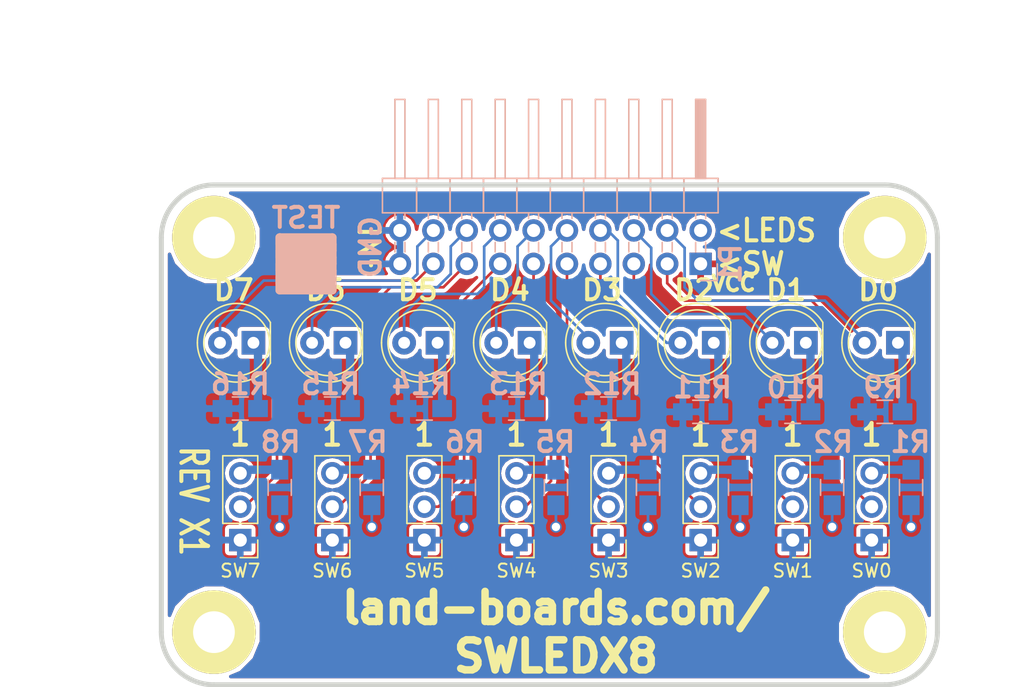
<source format=kicad_pcb>
(kicad_pcb (version 4) (host pcbnew 4.0.5)

  (general
    (links 57)
    (no_connects 0)
    (area -12.229601 -13.2512 69.503888 38.190501)
    (thickness 1.6002)
    (drawings 28)
    (tracks 137)
    (zones 0)
    (modules 38)
    (nets 35)
  )

  (page A)
  (title_block
    (title SWLEDX8)
    (date 2017-05-28)
    (rev X1)
    (company "Land Boards, LLC")
  )

  (layers
    (0 Front signal)
    (31 Back signal)
    (36 B.SilkS user)
    (37 F.SilkS user)
    (38 B.Mask user)
    (39 F.Mask user)
    (40 Dwgs.User user)
    (44 Edge.Cuts user)
  )

  (setup
    (last_trace_width 0.2032)
    (user_trace_width 0.254)
    (user_trace_width 0.635)
    (trace_clearance 0.254)
    (zone_clearance 0.3048)
    (zone_45_only no)
    (trace_min 0.2032)
    (segment_width 0.381)
    (edge_width 0.381)
    (via_size 0.889)
    (via_drill 0.635)
    (via_min_size 0.889)
    (via_min_drill 0.508)
    (uvia_size 0.508)
    (uvia_drill 0.127)
    (uvias_allowed no)
    (uvia_min_size 0.508)
    (uvia_min_drill 0.127)
    (pcb_text_width 0.3048)
    (pcb_text_size 1.524 2.032)
    (mod_edge_width 0.381)
    (mod_text_size 1.524 1.524)
    (mod_text_width 0.3048)
    (pad_size 6.35 6.35)
    (pad_drill 3.175)
    (pad_to_mask_clearance 0.1524)
    (aux_axis_origin 0 0)
    (visible_elements 7FFFFF7F)
    (pcbplotparams
      (layerselection 0x010f0_80000001)
      (usegerberextensions false)
      (excludeedgelayer true)
      (linewidth 0.150000)
      (plotframeref false)
      (viasonmask false)
      (mode 1)
      (useauxorigin false)
      (hpglpennumber 1)
      (hpglpenspeed 20)
      (hpglpendiameter 15)
      (hpglpenoverlay 0)
      (psnegative false)
      (psa4output false)
      (plotreference true)
      (plotvalue false)
      (plotinvisibletext false)
      (padsonsilk false)
      (subtractmaskfromsilk false)
      (outputformat 1)
      (mirror false)
      (drillshape 0)
      (scaleselection 1)
      (outputdirectory plots/))
  )

  (net 0 "")
  (net 1 GND)
  (net 2 VCC)
  (net 3 "Net-(R1-Pad1)")
  (net 4 "Net-(R2-Pad1)")
  (net 5 "Net-(R3-Pad1)")
  (net 6 "Net-(R4-Pad1)")
  (net 7 "Net-(R5-Pad1)")
  (net 8 "Net-(R6-Pad1)")
  (net 9 "Net-(R7-Pad1)")
  (net 10 "Net-(R8-Pad1)")
  (net 11 "Net-(D1-Pad1)")
  (net 12 "Net-(D2-Pad1)")
  (net 13 "Net-(D3-Pad1)")
  (net 14 "Net-(D4-Pad1)")
  (net 15 "Net-(D5-Pad1)")
  (net 16 "Net-(D6-Pad1)")
  (net 17 "Net-(D7-Pad1)")
  (net 18 "Net-(D8-Pad1)")
  (net 19 /L0)
  (net 20 /L1)
  (net 21 /L2)
  (net 22 /L3)
  (net 23 /L4)
  (net 24 /L5)
  (net 25 /L6)
  (net 26 /L7)
  (net 27 /S0)
  (net 28 /S1)
  (net 29 /S2)
  (net 30 /S3)
  (net 31 /S4)
  (net 32 /S5)
  (net 33 /S6)
  (net 34 /S7)

  (net_class Default "This is the default net class."
    (clearance 0.254)
    (trace_width 0.2032)
    (via_dia 0.889)
    (via_drill 0.635)
    (uvia_dia 0.508)
    (uvia_drill 0.127)
    (add_net /L0)
    (add_net /L1)
    (add_net /L2)
    (add_net /L3)
    (add_net /L4)
    (add_net /L5)
    (add_net /L6)
    (add_net /L7)
    (add_net /S0)
    (add_net /S1)
    (add_net /S2)
    (add_net /S3)
    (add_net /S4)
    (add_net /S5)
    (add_net /S6)
    (add_net /S7)
    (add_net GND)
    (add_net "Net-(D1-Pad1)")
    (add_net "Net-(D2-Pad1)")
    (add_net "Net-(D3-Pad1)")
    (add_net "Net-(D4-Pad1)")
    (add_net "Net-(D5-Pad1)")
    (add_net "Net-(D6-Pad1)")
    (add_net "Net-(D7-Pad1)")
    (add_net "Net-(D8-Pad1)")
    (add_net "Net-(R1-Pad1)")
    (add_net "Net-(R2-Pad1)")
    (add_net "Net-(R3-Pad1)")
    (add_net "Net-(R4-Pad1)")
    (add_net "Net-(R5-Pad1)")
    (add_net "Net-(R6-Pad1)")
    (add_net "Net-(R7-Pad1)")
    (add_net "Net-(R8-Pad1)")
    (add_net VCC)
  )

  (net_class POWER ""
    (clearance 0.254)
    (trace_width 0.635)
    (via_dia 0.889)
    (via_drill 0.635)
    (uvia_dia 0.508)
    (uvia_drill 0.127)
  )

  (module Resistors_SMD:R_0805_HandSoldering (layer Back) (tedit 5909DC00) (tstamp 5908D909)
    (at 57 23 270)
    (descr "Resistor SMD 0805, hand soldering")
    (tags "resistor 0805")
    (path /5908EEA7)
    (attr smd)
    (fp_text reference R1 (at -3.456 0.054 360) (layer B.SilkS)
      (effects (font (thickness 0.3048)) (justify mirror))
    )
    (fp_text value R (at 0 -1.75 270) (layer F.SilkS) hide
      (effects (font (size 1 1) (thickness 0.15)))
    )
    (fp_text user %R (at 0 0 270) (layer B.Fab)
      (effects (font (size 0.5 0.5) (thickness 0.075)) (justify mirror))
    )
    (fp_line (start -1 -0.62) (end -1 0.62) (layer B.Fab) (width 0.1))
    (fp_line (start 1 -0.62) (end -1 -0.62) (layer B.Fab) (width 0.1))
    (fp_line (start 1 0.62) (end 1 -0.62) (layer B.Fab) (width 0.1))
    (fp_line (start -1 0.62) (end 1 0.62) (layer B.Fab) (width 0.1))
    (fp_line (start 0.6 -0.88) (end -0.6 -0.88) (layer B.SilkS) (width 0.12))
    (fp_line (start -0.6 0.88) (end 0.6 0.88) (layer B.SilkS) (width 0.12))
    (fp_line (start -2.35 0.9) (end 2.35 0.9) (layer B.CrtYd) (width 0.05))
    (fp_line (start -2.35 0.9) (end -2.35 -0.9) (layer B.CrtYd) (width 0.05))
    (fp_line (start 2.35 -0.9) (end 2.35 0.9) (layer B.CrtYd) (width 0.05))
    (fp_line (start 2.35 -0.9) (end -2.35 -0.9) (layer B.CrtYd) (width 0.05))
    (pad 1 smd rect (at -1.35 0 270) (size 1.5 1.3) (layers Back B.Mask)
      (net 3 "Net-(R1-Pad1)"))
    (pad 2 smd rect (at 1.35 0 270) (size 1.5 1.3) (layers Back B.Mask)
      (net 2 VCC))
    (model ${KISYS3DMOD}/Resistors_SMD.3dshapes/R_0805.wrl
      (at (xyz 0 0 0))
      (scale (xyz 1 1 1))
      (rotate (xyz 0 0 0))
    )
  )

  (module Resistors_SMD:R_0805_HandSoldering (layer Back) (tedit 5909DBFB) (tstamp 5908D91A)
    (at 51 23 270)
    (descr "Resistor SMD 0805, hand soldering")
    (tags "resistor 0805")
    (path /5908EEA0)
    (attr smd)
    (fp_text reference R2 (at -3.456 -0.072 360) (layer B.SilkS)
      (effects (font (thickness 0.3048)) (justify mirror))
    )
    (fp_text value R (at 0 -1.75 270) (layer F.SilkS) hide
      (effects (font (size 1 1) (thickness 0.15)))
    )
    (fp_text user %R (at 0 0 270) (layer B.Fab)
      (effects (font (size 0.5 0.5) (thickness 0.075)) (justify mirror))
    )
    (fp_line (start -1 -0.62) (end -1 0.62) (layer B.Fab) (width 0.1))
    (fp_line (start 1 -0.62) (end -1 -0.62) (layer B.Fab) (width 0.1))
    (fp_line (start 1 0.62) (end 1 -0.62) (layer B.Fab) (width 0.1))
    (fp_line (start -1 0.62) (end 1 0.62) (layer B.Fab) (width 0.1))
    (fp_line (start 0.6 -0.88) (end -0.6 -0.88) (layer B.SilkS) (width 0.12))
    (fp_line (start -0.6 0.88) (end 0.6 0.88) (layer B.SilkS) (width 0.12))
    (fp_line (start -2.35 0.9) (end 2.35 0.9) (layer B.CrtYd) (width 0.05))
    (fp_line (start -2.35 0.9) (end -2.35 -0.9) (layer B.CrtYd) (width 0.05))
    (fp_line (start 2.35 -0.9) (end 2.35 0.9) (layer B.CrtYd) (width 0.05))
    (fp_line (start 2.35 -0.9) (end -2.35 -0.9) (layer B.CrtYd) (width 0.05))
    (pad 1 smd rect (at -1.35 0 270) (size 1.5 1.3) (layers Back B.Mask)
      (net 4 "Net-(R2-Pad1)"))
    (pad 2 smd rect (at 1.35 0 270) (size 1.5 1.3) (layers Back B.Mask)
      (net 2 VCC))
    (model ${KISYS3DMOD}/Resistors_SMD.3dshapes/R_0805.wrl
      (at (xyz 0 0 0))
      (scale (xyz 1 1 1))
      (rotate (xyz 0 0 0))
    )
  )

  (module Resistors_SMD:R_0805_HandSoldering (layer Back) (tedit 5909DBF5) (tstamp 5908D92B)
    (at 44 23 270)
    (descr "Resistor SMD 0805, hand soldering")
    (tags "resistor 0805")
    (path /5908EE99)
    (attr smd)
    (fp_text reference R3 (at -3.456 0.056 360) (layer B.SilkS)
      (effects (font (thickness 0.3048)) (justify mirror))
    )
    (fp_text value R (at 0 -1.75 270) (layer F.SilkS) hide
      (effects (font (size 1 1) (thickness 0.15)))
    )
    (fp_text user %R (at 0 0 270) (layer B.Fab)
      (effects (font (size 0.5 0.5) (thickness 0.075)) (justify mirror))
    )
    (fp_line (start -1 -0.62) (end -1 0.62) (layer B.Fab) (width 0.1))
    (fp_line (start 1 -0.62) (end -1 -0.62) (layer B.Fab) (width 0.1))
    (fp_line (start 1 0.62) (end 1 -0.62) (layer B.Fab) (width 0.1))
    (fp_line (start -1 0.62) (end 1 0.62) (layer B.Fab) (width 0.1))
    (fp_line (start 0.6 -0.88) (end -0.6 -0.88) (layer B.SilkS) (width 0.12))
    (fp_line (start -0.6 0.88) (end 0.6 0.88) (layer B.SilkS) (width 0.12))
    (fp_line (start -2.35 0.9) (end 2.35 0.9) (layer B.CrtYd) (width 0.05))
    (fp_line (start -2.35 0.9) (end -2.35 -0.9) (layer B.CrtYd) (width 0.05))
    (fp_line (start 2.35 -0.9) (end 2.35 0.9) (layer B.CrtYd) (width 0.05))
    (fp_line (start 2.35 -0.9) (end -2.35 -0.9) (layer B.CrtYd) (width 0.05))
    (pad 1 smd rect (at -1.35 0 270) (size 1.5 1.3) (layers Back B.Mask)
      (net 5 "Net-(R3-Pad1)"))
    (pad 2 smd rect (at 1.35 0 270) (size 1.5 1.3) (layers Back B.Mask)
      (net 2 VCC))
    (model ${KISYS3DMOD}/Resistors_SMD.3dshapes/R_0805.wrl
      (at (xyz 0 0 0))
      (scale (xyz 1 1 1))
      (rotate (xyz 0 0 0))
    )
  )

  (module Resistors_SMD:R_0805_HandSoldering (layer Back) (tedit 5909DBEF) (tstamp 5908D93C)
    (at 37 23 270)
    (descr "Resistor SMD 0805, hand soldering")
    (tags "resistor 0805")
    (path /5908EE92)
    (attr smd)
    (fp_text reference R4 (at -3.456 -0.07 360) (layer B.SilkS)
      (effects (font (thickness 0.3048)) (justify mirror))
    )
    (fp_text value R (at 0 -1.75 270) (layer F.SilkS) hide
      (effects (font (size 1 1) (thickness 0.15)))
    )
    (fp_text user %R (at 0 0 270) (layer B.Fab)
      (effects (font (size 0.5 0.5) (thickness 0.075)) (justify mirror))
    )
    (fp_line (start -1 -0.62) (end -1 0.62) (layer B.Fab) (width 0.1))
    (fp_line (start 1 -0.62) (end -1 -0.62) (layer B.Fab) (width 0.1))
    (fp_line (start 1 0.62) (end 1 -0.62) (layer B.Fab) (width 0.1))
    (fp_line (start -1 0.62) (end 1 0.62) (layer B.Fab) (width 0.1))
    (fp_line (start 0.6 -0.88) (end -0.6 -0.88) (layer B.SilkS) (width 0.12))
    (fp_line (start -0.6 0.88) (end 0.6 0.88) (layer B.SilkS) (width 0.12))
    (fp_line (start -2.35 0.9) (end 2.35 0.9) (layer B.CrtYd) (width 0.05))
    (fp_line (start -2.35 0.9) (end -2.35 -0.9) (layer B.CrtYd) (width 0.05))
    (fp_line (start 2.35 -0.9) (end 2.35 0.9) (layer B.CrtYd) (width 0.05))
    (fp_line (start 2.35 -0.9) (end -2.35 -0.9) (layer B.CrtYd) (width 0.05))
    (pad 1 smd rect (at -1.35 0 270) (size 1.5 1.3) (layers Back B.Mask)
      (net 6 "Net-(R4-Pad1)"))
    (pad 2 smd rect (at 1.35 0 270) (size 1.5 1.3) (layers Back B.Mask)
      (net 2 VCC))
    (model ${KISYS3DMOD}/Resistors_SMD.3dshapes/R_0805.wrl
      (at (xyz 0 0 0))
      (scale (xyz 1 1 1))
      (rotate (xyz 0 0 0))
    )
  )

  (module Resistors_SMD:R_0805_HandSoldering (layer Back) (tedit 5909DBEA) (tstamp 5908D94D)
    (at 30 23 270)
    (descr "Resistor SMD 0805, hand soldering")
    (tags "resistor 0805")
    (path /5908EB8B)
    (attr smd)
    (fp_text reference R5 (at -3.456 0.058 360) (layer B.SilkS)
      (effects (font (thickness 0.3048)) (justify mirror))
    )
    (fp_text value R (at 0 -1.75 270) (layer F.SilkS) hide
      (effects (font (size 1 1) (thickness 0.15)))
    )
    (fp_text user %R (at 0 0 270) (layer B.Fab)
      (effects (font (size 0.5 0.5) (thickness 0.075)) (justify mirror))
    )
    (fp_line (start -1 -0.62) (end -1 0.62) (layer B.Fab) (width 0.1))
    (fp_line (start 1 -0.62) (end -1 -0.62) (layer B.Fab) (width 0.1))
    (fp_line (start 1 0.62) (end 1 -0.62) (layer B.Fab) (width 0.1))
    (fp_line (start -1 0.62) (end 1 0.62) (layer B.Fab) (width 0.1))
    (fp_line (start 0.6 -0.88) (end -0.6 -0.88) (layer B.SilkS) (width 0.12))
    (fp_line (start -0.6 0.88) (end 0.6 0.88) (layer B.SilkS) (width 0.12))
    (fp_line (start -2.35 0.9) (end 2.35 0.9) (layer B.CrtYd) (width 0.05))
    (fp_line (start -2.35 0.9) (end -2.35 -0.9) (layer B.CrtYd) (width 0.05))
    (fp_line (start 2.35 -0.9) (end 2.35 0.9) (layer B.CrtYd) (width 0.05))
    (fp_line (start 2.35 -0.9) (end -2.35 -0.9) (layer B.CrtYd) (width 0.05))
    (pad 1 smd rect (at -1.35 0 270) (size 1.5 1.3) (layers Back B.Mask)
      (net 7 "Net-(R5-Pad1)"))
    (pad 2 smd rect (at 1.35 0 270) (size 1.5 1.3) (layers Back B.Mask)
      (net 2 VCC))
    (model ${KISYS3DMOD}/Resistors_SMD.3dshapes/R_0805.wrl
      (at (xyz 0 0 0))
      (scale (xyz 1 1 1))
      (rotate (xyz 0 0 0))
    )
  )

  (module Resistors_SMD:R_0805_HandSoldering (layer Back) (tedit 5909DBE4) (tstamp 5908D95E)
    (at 23 23 270)
    (descr "Resistor SMD 0805, hand soldering")
    (tags "resistor 0805")
    (path /5908EB84)
    (attr smd)
    (fp_text reference R6 (at -3.456 -0.068 360) (layer B.SilkS)
      (effects (font (thickness 0.3048)) (justify mirror))
    )
    (fp_text value R (at 0 -1.75 270) (layer F.SilkS) hide
      (effects (font (size 1 1) (thickness 0.15)))
    )
    (fp_text user %R (at 0 0 270) (layer B.Fab)
      (effects (font (size 0.5 0.5) (thickness 0.075)) (justify mirror))
    )
    (fp_line (start -1 -0.62) (end -1 0.62) (layer B.Fab) (width 0.1))
    (fp_line (start 1 -0.62) (end -1 -0.62) (layer B.Fab) (width 0.1))
    (fp_line (start 1 0.62) (end 1 -0.62) (layer B.Fab) (width 0.1))
    (fp_line (start -1 0.62) (end 1 0.62) (layer B.Fab) (width 0.1))
    (fp_line (start 0.6 -0.88) (end -0.6 -0.88) (layer B.SilkS) (width 0.12))
    (fp_line (start -0.6 0.88) (end 0.6 0.88) (layer B.SilkS) (width 0.12))
    (fp_line (start -2.35 0.9) (end 2.35 0.9) (layer B.CrtYd) (width 0.05))
    (fp_line (start -2.35 0.9) (end -2.35 -0.9) (layer B.CrtYd) (width 0.05))
    (fp_line (start 2.35 -0.9) (end 2.35 0.9) (layer B.CrtYd) (width 0.05))
    (fp_line (start 2.35 -0.9) (end -2.35 -0.9) (layer B.CrtYd) (width 0.05))
    (pad 1 smd rect (at -1.35 0 270) (size 1.5 1.3) (layers Back B.Mask)
      (net 8 "Net-(R6-Pad1)"))
    (pad 2 smd rect (at 1.35 0 270) (size 1.5 1.3) (layers Back B.Mask)
      (net 2 VCC))
    (model ${KISYS3DMOD}/Resistors_SMD.3dshapes/R_0805.wrl
      (at (xyz 0 0 0))
      (scale (xyz 1 1 1))
      (rotate (xyz 0 0 0))
    )
  )

  (module Resistors_SMD:R_0805_HandSoldering (layer Back) (tedit 5909DBB0) (tstamp 5908D96F)
    (at 16 23 270)
    (descr "Resistor SMD 0805, hand soldering")
    (tags "resistor 0805")
    (path /5908E939)
    (attr smd)
    (fp_text reference R7 (at -3.456 0.314 360) (layer B.SilkS)
      (effects (font (thickness 0.3048)) (justify mirror))
    )
    (fp_text value R (at 0 -1.75 270) (layer F.SilkS) hide
      (effects (font (size 1 1) (thickness 0.15)))
    )
    (fp_text user %R (at 0 0 270) (layer B.Fab)
      (effects (font (size 0.5 0.5) (thickness 0.075)) (justify mirror))
    )
    (fp_line (start -1 -0.62) (end -1 0.62) (layer B.Fab) (width 0.1))
    (fp_line (start 1 -0.62) (end -1 -0.62) (layer B.Fab) (width 0.1))
    (fp_line (start 1 0.62) (end 1 -0.62) (layer B.Fab) (width 0.1))
    (fp_line (start -1 0.62) (end 1 0.62) (layer B.Fab) (width 0.1))
    (fp_line (start 0.6 -0.88) (end -0.6 -0.88) (layer B.SilkS) (width 0.12))
    (fp_line (start -0.6 0.88) (end 0.6 0.88) (layer B.SilkS) (width 0.12))
    (fp_line (start -2.35 0.9) (end 2.35 0.9) (layer B.CrtYd) (width 0.05))
    (fp_line (start -2.35 0.9) (end -2.35 -0.9) (layer B.CrtYd) (width 0.05))
    (fp_line (start 2.35 -0.9) (end 2.35 0.9) (layer B.CrtYd) (width 0.05))
    (fp_line (start 2.35 -0.9) (end -2.35 -0.9) (layer B.CrtYd) (width 0.05))
    (pad 1 smd rect (at -1.35 0 270) (size 1.5 1.3) (layers Back B.Mask)
      (net 9 "Net-(R7-Pad1)"))
    (pad 2 smd rect (at 1.35 0 270) (size 1.5 1.3) (layers Back B.Mask)
      (net 2 VCC))
    (model ${KISYS3DMOD}/Resistors_SMD.3dshapes/R_0805.wrl
      (at (xyz 0 0 0))
      (scale (xyz 1 1 1))
      (rotate (xyz 0 0 0))
    )
  )

  (module Resistors_SMD:R_0805_HandSoldering (layer Back) (tedit 5909DBA8) (tstamp 5908D980)
    (at 9 23 270)
    (descr "Resistor SMD 0805, hand soldering")
    (tags "resistor 0805")
    (path /5908E66A)
    (attr smd)
    (fp_text reference R8 (at -3.456 -0.066 360) (layer B.SilkS)
      (effects (font (thickness 0.3048)) (justify mirror))
    )
    (fp_text value R (at 0 -1.75 270) (layer F.SilkS) hide
      (effects (font (size 1 1) (thickness 0.15)))
    )
    (fp_text user %R (at 0 0 270) (layer B.Fab)
      (effects (font (size 0.5 0.5) (thickness 0.075)) (justify mirror))
    )
    (fp_line (start -1 -0.62) (end -1 0.62) (layer B.Fab) (width 0.1))
    (fp_line (start 1 -0.62) (end -1 -0.62) (layer B.Fab) (width 0.1))
    (fp_line (start 1 0.62) (end 1 -0.62) (layer B.Fab) (width 0.1))
    (fp_line (start -1 0.62) (end 1 0.62) (layer B.Fab) (width 0.1))
    (fp_line (start 0.6 -0.88) (end -0.6 -0.88) (layer B.SilkS) (width 0.12))
    (fp_line (start -0.6 0.88) (end 0.6 0.88) (layer B.SilkS) (width 0.12))
    (fp_line (start -2.35 0.9) (end 2.35 0.9) (layer B.CrtYd) (width 0.05))
    (fp_line (start -2.35 0.9) (end -2.35 -0.9) (layer B.CrtYd) (width 0.05))
    (fp_line (start 2.35 -0.9) (end 2.35 0.9) (layer B.CrtYd) (width 0.05))
    (fp_line (start 2.35 -0.9) (end -2.35 -0.9) (layer B.CrtYd) (width 0.05))
    (pad 1 smd rect (at -1.35 0 270) (size 1.5 1.3) (layers Back B.Mask)
      (net 10 "Net-(R8-Pad1)"))
    (pad 2 smd rect (at 1.35 0 270) (size 1.5 1.3) (layers Back B.Mask)
      (net 2 VCC))
    (model ${KISYS3DMOD}/Resistors_SMD.3dshapes/R_0805.wrl
      (at (xyz 0 0 0))
      (scale (xyz 1 1 1))
      (rotate (xyz 0 0 0))
    )
  )

  (module LEDs:LED_D5.0mm (layer Front) (tedit 592AFDE2) (tstamp 5909D3DB)
    (at 56 12 180)
    (descr "LED, diameter 5.0mm, 2 pins, http://cdn-reichelt.de/documents/datenblatt/A500/LL-504BC2E-009.pdf")
    (tags "LED diameter 5.0mm 2 pins")
    (path /590A178E)
    (fp_text reference D0 (at 1.5 4 180) (layer F.SilkS)
      (effects (font (thickness 0.3048)))
    )
    (fp_text value LED-fixed (at 1.27 3.96 180) (layer F.SilkS) hide
      (effects (font (size 1 1) (thickness 0.15)))
    )
    (fp_arc (start 1.27 0) (end -1.23 -1.469694) (angle 299.1) (layer F.Fab) (width 0.1))
    (fp_arc (start 1.27 0) (end -1.29 -1.54483) (angle 148.9) (layer F.SilkS) (width 0.12))
    (fp_arc (start 1.27 0) (end -1.29 1.54483) (angle -148.9) (layer F.SilkS) (width 0.12))
    (fp_circle (center 1.27 0) (end 3.77 0) (layer F.Fab) (width 0.1))
    (fp_circle (center 1.27 0) (end 3.77 0) (layer F.SilkS) (width 0.12))
    (fp_line (start -1.23 -1.469694) (end -1.23 1.469694) (layer F.Fab) (width 0.1))
    (fp_line (start -1.29 -1.545) (end -1.29 1.545) (layer F.SilkS) (width 0.12))
    (fp_line (start -1.95 -3.25) (end -1.95 3.25) (layer F.CrtYd) (width 0.05))
    (fp_line (start -1.95 3.25) (end 4.5 3.25) (layer F.CrtYd) (width 0.05))
    (fp_line (start 4.5 3.25) (end 4.5 -3.25) (layer F.CrtYd) (width 0.05))
    (fp_line (start 4.5 -3.25) (end -1.95 -3.25) (layer F.CrtYd) (width 0.05))
    (pad 1 thru_hole rect (at 0 0 180) (size 1.8 1.8) (drill 0.9) (layers *.Cu *.Mask)
      (net 11 "Net-(D1-Pad1)"))
    (pad 2 thru_hole circle (at 2.54 0 180) (size 1.8 1.8) (drill 0.9) (layers *.Cu *.Mask)
      (net 19 /L0))
    (model LEDs.3dshapes/LED_D5.0mm.wrl
      (at (xyz 0 0 0))
      (scale (xyz 0.393701 0.393701 0.393701))
      (rotate (xyz 0 0 0))
    )
  )

  (module LEDs:LED_D5.0mm (layer Front) (tedit 592AFE4E) (tstamp 5909D3EC)
    (at 49 12 180)
    (descr "LED, diameter 5.0mm, 2 pins, http://cdn-reichelt.de/documents/datenblatt/A500/LL-504BC2E-009.pdf")
    (tags "LED diameter 5.0mm 2 pins")
    (path /590A2225)
    (fp_text reference D1 (at 1.5 4 180) (layer F.SilkS)
      (effects (font (thickness 0.3048)))
    )
    (fp_text value LED-fixed (at 1.27 3.96 180) (layer F.SilkS) hide
      (effects (font (size 1 1) (thickness 0.15)))
    )
    (fp_arc (start 1.27 0) (end -1.23 -1.469694) (angle 299.1) (layer F.Fab) (width 0.1))
    (fp_arc (start 1.27 0) (end -1.29 -1.54483) (angle 148.9) (layer F.SilkS) (width 0.12))
    (fp_arc (start 1.27 0) (end -1.29 1.54483) (angle -148.9) (layer F.SilkS) (width 0.12))
    (fp_circle (center 1.27 0) (end 3.77 0) (layer F.Fab) (width 0.1))
    (fp_circle (center 1.27 0) (end 3.77 0) (layer F.SilkS) (width 0.12))
    (fp_line (start -1.23 -1.469694) (end -1.23 1.469694) (layer F.Fab) (width 0.1))
    (fp_line (start -1.29 -1.545) (end -1.29 1.545) (layer F.SilkS) (width 0.12))
    (fp_line (start -1.95 -3.25) (end -1.95 3.25) (layer F.CrtYd) (width 0.05))
    (fp_line (start -1.95 3.25) (end 4.5 3.25) (layer F.CrtYd) (width 0.05))
    (fp_line (start 4.5 3.25) (end 4.5 -3.25) (layer F.CrtYd) (width 0.05))
    (fp_line (start 4.5 -3.25) (end -1.95 -3.25) (layer F.CrtYd) (width 0.05))
    (pad 1 thru_hole rect (at 0 0 180) (size 1.8 1.8) (drill 0.9) (layers *.Cu *.Mask)
      (net 12 "Net-(D2-Pad1)"))
    (pad 2 thru_hole circle (at 2.54 0 180) (size 1.8 1.8) (drill 0.9) (layers *.Cu *.Mask)
      (net 20 /L1))
    (model LEDs.3dshapes/LED_D5.0mm.wrl
      (at (xyz 0 0 0))
      (scale (xyz 0.393701 0.393701 0.393701))
      (rotate (xyz 0 0 0))
    )
  )

  (module LEDs:LED_D5.0mm (layer Front) (tedit 592AFE00) (tstamp 5909D3FD)
    (at 42 12 180)
    (descr "LED, diameter 5.0mm, 2 pins, http://cdn-reichelt.de/documents/datenblatt/A500/LL-504BC2E-009.pdf")
    (tags "LED diameter 5.0mm 2 pins")
    (path /590A2450)
    (fp_text reference D2 (at 1.5 4 180) (layer F.SilkS)
      (effects (font (thickness 0.3048)))
    )
    (fp_text value LED-fixed (at 1.27 3.96 180) (layer F.SilkS) hide
      (effects (font (size 1 1) (thickness 0.15)))
    )
    (fp_arc (start 1.27 0) (end -1.23 -1.469694) (angle 299.1) (layer F.Fab) (width 0.1))
    (fp_arc (start 1.27 0) (end -1.29 -1.54483) (angle 148.9) (layer F.SilkS) (width 0.12))
    (fp_arc (start 1.27 0) (end -1.29 1.54483) (angle -148.9) (layer F.SilkS) (width 0.12))
    (fp_circle (center 1.27 0) (end 3.77 0) (layer F.Fab) (width 0.1))
    (fp_circle (center 1.27 0) (end 3.77 0) (layer F.SilkS) (width 0.12))
    (fp_line (start -1.23 -1.469694) (end -1.23 1.469694) (layer F.Fab) (width 0.1))
    (fp_line (start -1.29 -1.545) (end -1.29 1.545) (layer F.SilkS) (width 0.12))
    (fp_line (start -1.95 -3.25) (end -1.95 3.25) (layer F.CrtYd) (width 0.05))
    (fp_line (start -1.95 3.25) (end 4.5 3.25) (layer F.CrtYd) (width 0.05))
    (fp_line (start 4.5 3.25) (end 4.5 -3.25) (layer F.CrtYd) (width 0.05))
    (fp_line (start 4.5 -3.25) (end -1.95 -3.25) (layer F.CrtYd) (width 0.05))
    (pad 1 thru_hole rect (at 0 0 180) (size 1.8 1.8) (drill 0.9) (layers *.Cu *.Mask)
      (net 13 "Net-(D3-Pad1)"))
    (pad 2 thru_hole circle (at 2.54 0 180) (size 1.8 1.8) (drill 0.9) (layers *.Cu *.Mask)
      (net 21 /L2))
    (model LEDs.3dshapes/LED_D5.0mm.wrl
      (at (xyz 0 0 0))
      (scale (xyz 0.393701 0.393701 0.393701))
      (rotate (xyz 0 0 0))
    )
  )

  (module LEDs:LED_D5.0mm (layer Front) (tedit 592AFE49) (tstamp 5909D40E)
    (at 35 12 180)
    (descr "LED, diameter 5.0mm, 2 pins, http://cdn-reichelt.de/documents/datenblatt/A500/LL-504BC2E-009.pdf")
    (tags "LED diameter 5.0mm 2 pins")
    (path /590A24B0)
    (fp_text reference D3 (at 1.5 4 180) (layer F.SilkS)
      (effects (font (thickness 0.3048)))
    )
    (fp_text value LED-fixed (at 1.27 3.96 180) (layer F.SilkS) hide
      (effects (font (size 1 1) (thickness 0.15)))
    )
    (fp_arc (start 1.27 0) (end -1.23 -1.469694) (angle 299.1) (layer F.Fab) (width 0.1))
    (fp_arc (start 1.27 0) (end -1.29 -1.54483) (angle 148.9) (layer F.SilkS) (width 0.12))
    (fp_arc (start 1.27 0) (end -1.29 1.54483) (angle -148.9) (layer F.SilkS) (width 0.12))
    (fp_circle (center 1.27 0) (end 3.77 0) (layer F.Fab) (width 0.1))
    (fp_circle (center 1.27 0) (end 3.77 0) (layer F.SilkS) (width 0.12))
    (fp_line (start -1.23 -1.469694) (end -1.23 1.469694) (layer F.Fab) (width 0.1))
    (fp_line (start -1.29 -1.545) (end -1.29 1.545) (layer F.SilkS) (width 0.12))
    (fp_line (start -1.95 -3.25) (end -1.95 3.25) (layer F.CrtYd) (width 0.05))
    (fp_line (start -1.95 3.25) (end 4.5 3.25) (layer F.CrtYd) (width 0.05))
    (fp_line (start 4.5 3.25) (end 4.5 -3.25) (layer F.CrtYd) (width 0.05))
    (fp_line (start 4.5 -3.25) (end -1.95 -3.25) (layer F.CrtYd) (width 0.05))
    (pad 1 thru_hole rect (at 0 0 180) (size 1.8 1.8) (drill 0.9) (layers *.Cu *.Mask)
      (net 14 "Net-(D4-Pad1)"))
    (pad 2 thru_hole circle (at 2.54 0 180) (size 1.8 1.8) (drill 0.9) (layers *.Cu *.Mask)
      (net 22 /L3))
    (model LEDs.3dshapes/LED_D5.0mm.wrl
      (at (xyz 0 0 0))
      (scale (xyz 0.393701 0.393701 0.393701))
      (rotate (xyz 0 0 0))
    )
  )

  (module LEDs:LED_D5.0mm (layer Front) (tedit 592AFE2C) (tstamp 5909D41F)
    (at 28 12 180)
    (descr "LED, diameter 5.0mm, 2 pins, http://cdn-reichelt.de/documents/datenblatt/A500/LL-504BC2E-009.pdf")
    (tags "LED diameter 5.0mm 2 pins")
    (path /590A271E)
    (fp_text reference D4 (at 1.5 4 180) (layer F.SilkS)
      (effects (font (thickness 0.3048)))
    )
    (fp_text value LED-fixed (at 1.27 3.96 180) (layer F.SilkS) hide
      (effects (font (size 1 1) (thickness 0.15)))
    )
    (fp_arc (start 1.27 0) (end -1.23 -1.469694) (angle 299.1) (layer F.Fab) (width 0.1))
    (fp_arc (start 1.27 0) (end -1.29 -1.54483) (angle 148.9) (layer F.SilkS) (width 0.12))
    (fp_arc (start 1.27 0) (end -1.29 1.54483) (angle -148.9) (layer F.SilkS) (width 0.12))
    (fp_circle (center 1.27 0) (end 3.77 0) (layer F.Fab) (width 0.1))
    (fp_circle (center 1.27 0) (end 3.77 0) (layer F.SilkS) (width 0.12))
    (fp_line (start -1.23 -1.469694) (end -1.23 1.469694) (layer F.Fab) (width 0.1))
    (fp_line (start -1.29 -1.545) (end -1.29 1.545) (layer F.SilkS) (width 0.12))
    (fp_line (start -1.95 -3.25) (end -1.95 3.25) (layer F.CrtYd) (width 0.05))
    (fp_line (start -1.95 3.25) (end 4.5 3.25) (layer F.CrtYd) (width 0.05))
    (fp_line (start 4.5 3.25) (end 4.5 -3.25) (layer F.CrtYd) (width 0.05))
    (fp_line (start 4.5 -3.25) (end -1.95 -3.25) (layer F.CrtYd) (width 0.05))
    (pad 1 thru_hole rect (at 0 0 180) (size 1.8 1.8) (drill 0.9) (layers *.Cu *.Mask)
      (net 15 "Net-(D5-Pad1)"))
    (pad 2 thru_hole circle (at 2.54 0 180) (size 1.8 1.8) (drill 0.9) (layers *.Cu *.Mask)
      (net 23 /L4))
    (model LEDs.3dshapes/LED_D5.0mm.wrl
      (at (xyz 0 0 0))
      (scale (xyz 0.393701 0.393701 0.393701))
      (rotate (xyz 0 0 0))
    )
  )

  (module LEDs:LED_D5.0mm (layer Front) (tedit 592AFE27) (tstamp 5909D430)
    (at 21 12 180)
    (descr "LED, diameter 5.0mm, 2 pins, http://cdn-reichelt.de/documents/datenblatt/A500/LL-504BC2E-009.pdf")
    (tags "LED diameter 5.0mm 2 pins")
    (path /590A2782)
    (fp_text reference D5 (at 1.5 4 180) (layer F.SilkS)
      (effects (font (thickness 0.3048)))
    )
    (fp_text value LED-fixed (at 1.27 3.96 180) (layer F.SilkS) hide
      (effects (font (size 1 1) (thickness 0.15)))
    )
    (fp_arc (start 1.27 0) (end -1.23 -1.469694) (angle 299.1) (layer F.Fab) (width 0.1))
    (fp_arc (start 1.27 0) (end -1.29 -1.54483) (angle 148.9) (layer F.SilkS) (width 0.12))
    (fp_arc (start 1.27 0) (end -1.29 1.54483) (angle -148.9) (layer F.SilkS) (width 0.12))
    (fp_circle (center 1.27 0) (end 3.77 0) (layer F.Fab) (width 0.1))
    (fp_circle (center 1.27 0) (end 3.77 0) (layer F.SilkS) (width 0.12))
    (fp_line (start -1.23 -1.469694) (end -1.23 1.469694) (layer F.Fab) (width 0.1))
    (fp_line (start -1.29 -1.545) (end -1.29 1.545) (layer F.SilkS) (width 0.12))
    (fp_line (start -1.95 -3.25) (end -1.95 3.25) (layer F.CrtYd) (width 0.05))
    (fp_line (start -1.95 3.25) (end 4.5 3.25) (layer F.CrtYd) (width 0.05))
    (fp_line (start 4.5 3.25) (end 4.5 -3.25) (layer F.CrtYd) (width 0.05))
    (fp_line (start 4.5 -3.25) (end -1.95 -3.25) (layer F.CrtYd) (width 0.05))
    (pad 1 thru_hole rect (at 0 0 180) (size 1.8 1.8) (drill 0.9) (layers *.Cu *.Mask)
      (net 16 "Net-(D6-Pad1)"))
    (pad 2 thru_hole circle (at 2.54 0 180) (size 1.8 1.8) (drill 0.9) (layers *.Cu *.Mask)
      (net 24 /L5))
    (model LEDs.3dshapes/LED_D5.0mm.wrl
      (at (xyz 0 0 0))
      (scale (xyz 0.393701 0.393701 0.393701))
      (rotate (xyz 0 0 0))
    )
  )

  (module LEDs:LED_D5.0mm (layer Front) (tedit 592AFE31) (tstamp 5909D441)
    (at 14 12 180)
    (descr "LED, diameter 5.0mm, 2 pins, http://cdn-reichelt.de/documents/datenblatt/A500/LL-504BC2E-009.pdf")
    (tags "LED diameter 5.0mm 2 pins")
    (path /590A298C)
    (fp_text reference D6 (at 1.5 4 180) (layer F.SilkS)
      (effects (font (thickness 0.3048)))
    )
    (fp_text value LED-fixed (at 1.27 3.96 180) (layer F.SilkS) hide
      (effects (font (size 1 1) (thickness 0.15)))
    )
    (fp_arc (start 1.27 0) (end -1.23 -1.469694) (angle 299.1) (layer F.Fab) (width 0.1))
    (fp_arc (start 1.27 0) (end -1.29 -1.54483) (angle 148.9) (layer F.SilkS) (width 0.12))
    (fp_arc (start 1.27 0) (end -1.29 1.54483) (angle -148.9) (layer F.SilkS) (width 0.12))
    (fp_circle (center 1.27 0) (end 3.77 0) (layer F.Fab) (width 0.1))
    (fp_circle (center 1.27 0) (end 3.77 0) (layer F.SilkS) (width 0.12))
    (fp_line (start -1.23 -1.469694) (end -1.23 1.469694) (layer F.Fab) (width 0.1))
    (fp_line (start -1.29 -1.545) (end -1.29 1.545) (layer F.SilkS) (width 0.12))
    (fp_line (start -1.95 -3.25) (end -1.95 3.25) (layer F.CrtYd) (width 0.05))
    (fp_line (start -1.95 3.25) (end 4.5 3.25) (layer F.CrtYd) (width 0.05))
    (fp_line (start 4.5 3.25) (end 4.5 -3.25) (layer F.CrtYd) (width 0.05))
    (fp_line (start 4.5 -3.25) (end -1.95 -3.25) (layer F.CrtYd) (width 0.05))
    (pad 1 thru_hole rect (at 0 0 180) (size 1.8 1.8) (drill 0.9) (layers *.Cu *.Mask)
      (net 17 "Net-(D7-Pad1)"))
    (pad 2 thru_hole circle (at 2.54 0 180) (size 1.8 1.8) (drill 0.9) (layers *.Cu *.Mask)
      (net 25 /L6))
    (model LEDs.3dshapes/LED_D5.0mm.wrl
      (at (xyz 0 0 0))
      (scale (xyz 0.393701 0.393701 0.393701))
      (rotate (xyz 0 0 0))
    )
  )

  (module LEDs:LED_D5.0mm (layer Front) (tedit 592AFE3D) (tstamp 5909D452)
    (at 7 12 180)
    (descr "LED, diameter 5.0mm, 2 pins, http://cdn-reichelt.de/documents/datenblatt/A500/LL-504BC2E-009.pdf")
    (tags "LED diameter 5.0mm 2 pins")
    (path /590A29F8)
    (fp_text reference D7 (at 1.5 4 180) (layer F.SilkS)
      (effects (font (thickness 0.3048)))
    )
    (fp_text value LED-fixed (at 1.27 3.96 180) (layer F.SilkS) hide
      (effects (font (size 1 1) (thickness 0.15)))
    )
    (fp_arc (start 1.27 0) (end -1.23 -1.469694) (angle 299.1) (layer F.Fab) (width 0.1))
    (fp_arc (start 1.27 0) (end -1.29 -1.54483) (angle 148.9) (layer F.SilkS) (width 0.12))
    (fp_arc (start 1.27 0) (end -1.29 1.54483) (angle -148.9) (layer F.SilkS) (width 0.12))
    (fp_circle (center 1.27 0) (end 3.77 0) (layer F.Fab) (width 0.1))
    (fp_circle (center 1.27 0) (end 3.77 0) (layer F.SilkS) (width 0.12))
    (fp_line (start -1.23 -1.469694) (end -1.23 1.469694) (layer F.Fab) (width 0.1))
    (fp_line (start -1.29 -1.545) (end -1.29 1.545) (layer F.SilkS) (width 0.12))
    (fp_line (start -1.95 -3.25) (end -1.95 3.25) (layer F.CrtYd) (width 0.05))
    (fp_line (start -1.95 3.25) (end 4.5 3.25) (layer F.CrtYd) (width 0.05))
    (fp_line (start 4.5 3.25) (end 4.5 -3.25) (layer F.CrtYd) (width 0.05))
    (fp_line (start 4.5 -3.25) (end -1.95 -3.25) (layer F.CrtYd) (width 0.05))
    (pad 1 thru_hole rect (at 0 0 180) (size 1.8 1.8) (drill 0.9) (layers *.Cu *.Mask)
      (net 18 "Net-(D8-Pad1)"))
    (pad 2 thru_hole circle (at 2.54 0 180) (size 1.8 1.8) (drill 0.9) (layers *.Cu *.Mask)
      (net 26 /L7))
    (model LEDs.3dshapes/LED_D5.0mm.wrl
      (at (xyz 0 0 0))
      (scale (xyz 0.393701 0.393701 0.393701))
      (rotate (xyz 0 0 0))
    )
  )

  (module LandBoards_MountHoles:MTG-4-40 (layer Front) (tedit 53F3AE25) (tstamp 5909D457)
    (at 55 34)
    (path /590A3C67)
    (fp_text reference MTG?1 (at -6.858 -0.635) (layer F.SilkS) hide
      (effects (font (thickness 0.3048)))
    )
    (fp_text value MTG_HOLE (at 0 -5.08) (layer F.SilkS) hide
      (effects (font (thickness 0.3048)))
    )
    (pad 1 thru_hole circle (at 0 0) (size 6.35 6.35) (drill 3.175) (layers *.Cu *.Mask F.SilkS))
  )

  (module Resistors_SMD:R_0805_HandSoldering (layer Back) (tedit 5909DB89) (tstamp 5909D468)
    (at 55 17.25)
    (descr "Resistor SMD 0805, hand soldering")
    (tags "resistor 0805")
    (path /59094D18)
    (attr smd)
    (fp_text reference R9 (at -0.118 -1.854) (layer B.SilkS)
      (effects (font (thickness 0.3048)) (justify mirror))
    )
    (fp_text value R (at 0 -1.75) (layer F.SilkS) hide
      (effects (font (size 1 1) (thickness 0.15)))
    )
    (fp_text user %R (at 0 0) (layer B.Fab)
      (effects (font (size 0.5 0.5) (thickness 0.075)) (justify mirror))
    )
    (fp_line (start -1 -0.62) (end -1 0.62) (layer B.Fab) (width 0.1))
    (fp_line (start 1 -0.62) (end -1 -0.62) (layer B.Fab) (width 0.1))
    (fp_line (start 1 0.62) (end 1 -0.62) (layer B.Fab) (width 0.1))
    (fp_line (start -1 0.62) (end 1 0.62) (layer B.Fab) (width 0.1))
    (fp_line (start 0.6 -0.88) (end -0.6 -0.88) (layer B.SilkS) (width 0.12))
    (fp_line (start -0.6 0.88) (end 0.6 0.88) (layer B.SilkS) (width 0.12))
    (fp_line (start -2.35 0.9) (end 2.35 0.9) (layer B.CrtYd) (width 0.05))
    (fp_line (start -2.35 0.9) (end -2.35 -0.9) (layer B.CrtYd) (width 0.05))
    (fp_line (start 2.35 -0.9) (end 2.35 0.9) (layer B.CrtYd) (width 0.05))
    (fp_line (start 2.35 -0.9) (end -2.35 -0.9) (layer B.CrtYd) (width 0.05))
    (pad 1 smd rect (at -1.35 0) (size 1.5 1.3) (layers Back B.Mask)
      (net 1 GND))
    (pad 2 smd rect (at 1.35 0) (size 1.5 1.3) (layers Back B.Mask)
      (net 11 "Net-(D1-Pad1)"))
    (model ${KISYS3DMOD}/Resistors_SMD.3dshapes/R_0805.wrl
      (at (xyz 0 0 0))
      (scale (xyz 1 1 1))
      (rotate (xyz 0 0 0))
    )
  )

  (module Resistors_SMD:R_0805_HandSoldering (layer Back) (tedit 5909DB86) (tstamp 5909D479)
    (at 48 17.25)
    (descr "Resistor SMD 0805, hand soldering")
    (tags "resistor 0805")
    (path /59094D11)
    (attr smd)
    (fp_text reference R10 (at 0.262 -1.854) (layer B.SilkS)
      (effects (font (thickness 0.3048)) (justify mirror))
    )
    (fp_text value R (at 0 -1.75) (layer F.SilkS) hide
      (effects (font (size 1 1) (thickness 0.15)))
    )
    (fp_text user %R (at 0 0) (layer B.Fab)
      (effects (font (size 0.5 0.5) (thickness 0.075)) (justify mirror))
    )
    (fp_line (start -1 -0.62) (end -1 0.62) (layer B.Fab) (width 0.1))
    (fp_line (start 1 -0.62) (end -1 -0.62) (layer B.Fab) (width 0.1))
    (fp_line (start 1 0.62) (end 1 -0.62) (layer B.Fab) (width 0.1))
    (fp_line (start -1 0.62) (end 1 0.62) (layer B.Fab) (width 0.1))
    (fp_line (start 0.6 -0.88) (end -0.6 -0.88) (layer B.SilkS) (width 0.12))
    (fp_line (start -0.6 0.88) (end 0.6 0.88) (layer B.SilkS) (width 0.12))
    (fp_line (start -2.35 0.9) (end 2.35 0.9) (layer B.CrtYd) (width 0.05))
    (fp_line (start -2.35 0.9) (end -2.35 -0.9) (layer B.CrtYd) (width 0.05))
    (fp_line (start 2.35 -0.9) (end 2.35 0.9) (layer B.CrtYd) (width 0.05))
    (fp_line (start 2.35 -0.9) (end -2.35 -0.9) (layer B.CrtYd) (width 0.05))
    (pad 1 smd rect (at -1.35 0) (size 1.5 1.3) (layers Back B.Mask)
      (net 1 GND))
    (pad 2 smd rect (at 1.35 0) (size 1.5 1.3) (layers Back B.Mask)
      (net 12 "Net-(D2-Pad1)"))
    (model ${KISYS3DMOD}/Resistors_SMD.3dshapes/R_0805.wrl
      (at (xyz 0 0 0))
      (scale (xyz 1 1 1))
      (rotate (xyz 0 0 0))
    )
  )

  (module Resistors_SMD:R_0805_HandSoldering (layer Back) (tedit 5909DB84) (tstamp 5909D48A)
    (at 41 17.25)
    (descr "Resistor SMD 0805, hand soldering")
    (tags "resistor 0805")
    (path /59094D0A)
    (attr smd)
    (fp_text reference R11 (at 0.134 -1.854) (layer B.SilkS)
      (effects (font (thickness 0.3048)) (justify mirror))
    )
    (fp_text value R (at 0 -1.75) (layer F.SilkS) hide
      (effects (font (size 1 1) (thickness 0.15)))
    )
    (fp_text user %R (at 0 0) (layer B.Fab)
      (effects (font (size 0.5 0.5) (thickness 0.075)) (justify mirror))
    )
    (fp_line (start -1 -0.62) (end -1 0.62) (layer B.Fab) (width 0.1))
    (fp_line (start 1 -0.62) (end -1 -0.62) (layer B.Fab) (width 0.1))
    (fp_line (start 1 0.62) (end 1 -0.62) (layer B.Fab) (width 0.1))
    (fp_line (start -1 0.62) (end 1 0.62) (layer B.Fab) (width 0.1))
    (fp_line (start 0.6 -0.88) (end -0.6 -0.88) (layer B.SilkS) (width 0.12))
    (fp_line (start -0.6 0.88) (end 0.6 0.88) (layer B.SilkS) (width 0.12))
    (fp_line (start -2.35 0.9) (end 2.35 0.9) (layer B.CrtYd) (width 0.05))
    (fp_line (start -2.35 0.9) (end -2.35 -0.9) (layer B.CrtYd) (width 0.05))
    (fp_line (start 2.35 -0.9) (end 2.35 0.9) (layer B.CrtYd) (width 0.05))
    (fp_line (start 2.35 -0.9) (end -2.35 -0.9) (layer B.CrtYd) (width 0.05))
    (pad 1 smd rect (at -1.35 0) (size 1.5 1.3) (layers Back B.Mask)
      (net 1 GND))
    (pad 2 smd rect (at 1.35 0) (size 1.5 1.3) (layers Back B.Mask)
      (net 13 "Net-(D3-Pad1)"))
    (model ${KISYS3DMOD}/Resistors_SMD.3dshapes/R_0805.wrl
      (at (xyz 0 0 0))
      (scale (xyz 1 1 1))
      (rotate (xyz 0 0 0))
    )
  )

  (module Resistors_SMD:R_0805_HandSoldering (layer Back) (tedit 5909DB80) (tstamp 5909D49B)
    (at 34 17)
    (descr "Resistor SMD 0805, hand soldering")
    (tags "resistor 0805")
    (path /59094D03)
    (attr smd)
    (fp_text reference R12 (at 0.26 -1.854) (layer B.SilkS)
      (effects (font (thickness 0.3048)) (justify mirror))
    )
    (fp_text value R (at 0 -1.75) (layer F.SilkS) hide
      (effects (font (size 1 1) (thickness 0.15)))
    )
    (fp_text user %R (at 0 0) (layer B.Fab)
      (effects (font (size 0.5 0.5) (thickness 0.075)) (justify mirror))
    )
    (fp_line (start -1 -0.62) (end -1 0.62) (layer B.Fab) (width 0.1))
    (fp_line (start 1 -0.62) (end -1 -0.62) (layer B.Fab) (width 0.1))
    (fp_line (start 1 0.62) (end 1 -0.62) (layer B.Fab) (width 0.1))
    (fp_line (start -1 0.62) (end 1 0.62) (layer B.Fab) (width 0.1))
    (fp_line (start 0.6 -0.88) (end -0.6 -0.88) (layer B.SilkS) (width 0.12))
    (fp_line (start -0.6 0.88) (end 0.6 0.88) (layer B.SilkS) (width 0.12))
    (fp_line (start -2.35 0.9) (end 2.35 0.9) (layer B.CrtYd) (width 0.05))
    (fp_line (start -2.35 0.9) (end -2.35 -0.9) (layer B.CrtYd) (width 0.05))
    (fp_line (start 2.35 -0.9) (end 2.35 0.9) (layer B.CrtYd) (width 0.05))
    (fp_line (start 2.35 -0.9) (end -2.35 -0.9) (layer B.CrtYd) (width 0.05))
    (pad 1 smd rect (at -1.35 0) (size 1.5 1.3) (layers Back B.Mask)
      (net 1 GND))
    (pad 2 smd rect (at 1.35 0) (size 1.5 1.3) (layers Back B.Mask)
      (net 14 "Net-(D4-Pad1)"))
    (model ${KISYS3DMOD}/Resistors_SMD.3dshapes/R_0805.wrl
      (at (xyz 0 0 0))
      (scale (xyz 1 1 1))
      (rotate (xyz 0 0 0))
    )
  )

  (module Resistors_SMD:R_0805_HandSoldering (layer Back) (tedit 5909DB77) (tstamp 5909D4AC)
    (at 27 17)
    (descr "Resistor SMD 0805, hand soldering")
    (tags "resistor 0805")
    (path /59094CFC)
    (attr smd)
    (fp_text reference R13 (at 0.132 -1.854) (layer B.SilkS)
      (effects (font (thickness 0.3048)) (justify mirror))
    )
    (fp_text value R (at 0 -1.75) (layer F.SilkS) hide
      (effects (font (size 1 1) (thickness 0.15)))
    )
    (fp_text user %R (at 0 0) (layer B.Fab)
      (effects (font (size 0.5 0.5) (thickness 0.075)) (justify mirror))
    )
    (fp_line (start -1 -0.62) (end -1 0.62) (layer B.Fab) (width 0.1))
    (fp_line (start 1 -0.62) (end -1 -0.62) (layer B.Fab) (width 0.1))
    (fp_line (start 1 0.62) (end 1 -0.62) (layer B.Fab) (width 0.1))
    (fp_line (start -1 0.62) (end 1 0.62) (layer B.Fab) (width 0.1))
    (fp_line (start 0.6 -0.88) (end -0.6 -0.88) (layer B.SilkS) (width 0.12))
    (fp_line (start -0.6 0.88) (end 0.6 0.88) (layer B.SilkS) (width 0.12))
    (fp_line (start -2.35 0.9) (end 2.35 0.9) (layer B.CrtYd) (width 0.05))
    (fp_line (start -2.35 0.9) (end -2.35 -0.9) (layer B.CrtYd) (width 0.05))
    (fp_line (start 2.35 -0.9) (end 2.35 0.9) (layer B.CrtYd) (width 0.05))
    (fp_line (start 2.35 -0.9) (end -2.35 -0.9) (layer B.CrtYd) (width 0.05))
    (pad 1 smd rect (at -1.35 0) (size 1.5 1.3) (layers Back B.Mask)
      (net 1 GND))
    (pad 2 smd rect (at 1.35 0) (size 1.5 1.3) (layers Back B.Mask)
      (net 15 "Net-(D5-Pad1)"))
    (model ${KISYS3DMOD}/Resistors_SMD.3dshapes/R_0805.wrl
      (at (xyz 0 0 0))
      (scale (xyz 1 1 1))
      (rotate (xyz 0 0 0))
    )
  )

  (module Resistors_SMD:R_0805_HandSoldering (layer Back) (tedit 5909DB7C) (tstamp 5909D4BD)
    (at 20 17)
    (descr "Resistor SMD 0805, hand soldering")
    (tags "resistor 0805")
    (path /59094CF5)
    (attr smd)
    (fp_text reference R14 (at -0.25 -1.854) (layer B.SilkS)
      (effects (font (thickness 0.3048)) (justify mirror))
    )
    (fp_text value R (at 0 -1.75) (layer F.SilkS) hide
      (effects (font (size 1 1) (thickness 0.15)))
    )
    (fp_text user %R (at 0 0) (layer B.Fab)
      (effects (font (size 0.5 0.5) (thickness 0.075)) (justify mirror))
    )
    (fp_line (start -1 -0.62) (end -1 0.62) (layer B.Fab) (width 0.1))
    (fp_line (start 1 -0.62) (end -1 -0.62) (layer B.Fab) (width 0.1))
    (fp_line (start 1 0.62) (end 1 -0.62) (layer B.Fab) (width 0.1))
    (fp_line (start -1 0.62) (end 1 0.62) (layer B.Fab) (width 0.1))
    (fp_line (start 0.6 -0.88) (end -0.6 -0.88) (layer B.SilkS) (width 0.12))
    (fp_line (start -0.6 0.88) (end 0.6 0.88) (layer B.SilkS) (width 0.12))
    (fp_line (start -2.35 0.9) (end 2.35 0.9) (layer B.CrtYd) (width 0.05))
    (fp_line (start -2.35 0.9) (end -2.35 -0.9) (layer B.CrtYd) (width 0.05))
    (fp_line (start 2.35 -0.9) (end 2.35 0.9) (layer B.CrtYd) (width 0.05))
    (fp_line (start 2.35 -0.9) (end -2.35 -0.9) (layer B.CrtYd) (width 0.05))
    (pad 1 smd rect (at -1.35 0) (size 1.5 1.3) (layers Back B.Mask)
      (net 1 GND))
    (pad 2 smd rect (at 1.35 0) (size 1.5 1.3) (layers Back B.Mask)
      (net 16 "Net-(D6-Pad1)"))
    (model ${KISYS3DMOD}/Resistors_SMD.3dshapes/R_0805.wrl
      (at (xyz 0 0 0))
      (scale (xyz 1 1 1))
      (rotate (xyz 0 0 0))
    )
  )

  (module Resistors_SMD:R_0805_HandSoldering (layer Back) (tedit 5909DB8F) (tstamp 5909D4CE)
    (at 13 17)
    (descr "Resistor SMD 0805, hand soldering")
    (tags "resistor 0805")
    (path /59094CEE)
    (attr smd)
    (fp_text reference R15 (at -0.124 -1.854) (layer B.SilkS)
      (effects (font (thickness 0.3048)) (justify mirror))
    )
    (fp_text value R (at 0 -1.75) (layer F.SilkS) hide
      (effects (font (size 1 1) (thickness 0.15)))
    )
    (fp_text user %R (at 0 0) (layer B.Fab)
      (effects (font (size 0.5 0.5) (thickness 0.075)) (justify mirror))
    )
    (fp_line (start -1 -0.62) (end -1 0.62) (layer B.Fab) (width 0.1))
    (fp_line (start 1 -0.62) (end -1 -0.62) (layer B.Fab) (width 0.1))
    (fp_line (start 1 0.62) (end 1 -0.62) (layer B.Fab) (width 0.1))
    (fp_line (start -1 0.62) (end 1 0.62) (layer B.Fab) (width 0.1))
    (fp_line (start 0.6 -0.88) (end -0.6 -0.88) (layer B.SilkS) (width 0.12))
    (fp_line (start -0.6 0.88) (end 0.6 0.88) (layer B.SilkS) (width 0.12))
    (fp_line (start -2.35 0.9) (end 2.35 0.9) (layer B.CrtYd) (width 0.05))
    (fp_line (start -2.35 0.9) (end -2.35 -0.9) (layer B.CrtYd) (width 0.05))
    (fp_line (start 2.35 -0.9) (end 2.35 0.9) (layer B.CrtYd) (width 0.05))
    (fp_line (start 2.35 -0.9) (end -2.35 -0.9) (layer B.CrtYd) (width 0.05))
    (pad 1 smd rect (at -1.35 0) (size 1.5 1.3) (layers Back B.Mask)
      (net 1 GND))
    (pad 2 smd rect (at 1.35 0) (size 1.5 1.3) (layers Back B.Mask)
      (net 17 "Net-(D7-Pad1)"))
    (model ${KISYS3DMOD}/Resistors_SMD.3dshapes/R_0805.wrl
      (at (xyz 0 0 0))
      (scale (xyz 1 1 1))
      (rotate (xyz 0 0 0))
    )
  )

  (module Resistors_SMD:R_0805_HandSoldering (layer Back) (tedit 5909DB93) (tstamp 5909D4DF)
    (at 6 17)
    (descr "Resistor SMD 0805, hand soldering")
    (tags "resistor 0805")
    (path /59094CE7)
    (attr smd)
    (fp_text reference R16 (at 0.002 -1.854) (layer B.SilkS)
      (effects (font (thickness 0.3048)) (justify mirror))
    )
    (fp_text value R (at 0 -1.75) (layer F.SilkS) hide
      (effects (font (size 1 1) (thickness 0.15)))
    )
    (fp_text user %R (at 0 0) (layer B.Fab)
      (effects (font (size 0.5 0.5) (thickness 0.075)) (justify mirror))
    )
    (fp_line (start -1 -0.62) (end -1 0.62) (layer B.Fab) (width 0.1))
    (fp_line (start 1 -0.62) (end -1 -0.62) (layer B.Fab) (width 0.1))
    (fp_line (start 1 0.62) (end 1 -0.62) (layer B.Fab) (width 0.1))
    (fp_line (start -1 0.62) (end 1 0.62) (layer B.Fab) (width 0.1))
    (fp_line (start 0.6 -0.88) (end -0.6 -0.88) (layer B.SilkS) (width 0.12))
    (fp_line (start -0.6 0.88) (end 0.6 0.88) (layer B.SilkS) (width 0.12))
    (fp_line (start -2.35 0.9) (end 2.35 0.9) (layer B.CrtYd) (width 0.05))
    (fp_line (start -2.35 0.9) (end -2.35 -0.9) (layer B.CrtYd) (width 0.05))
    (fp_line (start 2.35 -0.9) (end 2.35 0.9) (layer B.CrtYd) (width 0.05))
    (fp_line (start 2.35 -0.9) (end -2.35 -0.9) (layer B.CrtYd) (width 0.05))
    (pad 1 smd rect (at -1.35 0) (size 1.5 1.3) (layers Back B.Mask)
      (net 1 GND))
    (pad 2 smd rect (at 1.35 0) (size 1.5 1.3) (layers Back B.Mask)
      (net 18 "Net-(D8-Pad1)"))
    (model ${KISYS3DMOD}/Resistors_SMD.3dshapes/R_0805.wrl
      (at (xyz 0 0 0))
      (scale (xyz 1 1 1))
      (rotate (xyz 0 0 0))
    )
  )

  (module Pin_Headers:Pin_Header_Angled_2x10_Pitch2.54mm locked (layer Back) (tedit 5909D758) (tstamp 5909D53C)
    (at 41 6 90)
    (descr "Through hole angled pin header, 2x10, 2.54mm pitch, 6mm pin length, double rows")
    (tags "Through hole angled pin header THT 2x10 2.54mm double row")
    (path /5909495C)
    (fp_text reference P1 (at 0 2.286 90) (layer B.SilkS)
      (effects (font (thickness 0.3048)) (justify mirror))
    )
    (fp_text value CONN_02X10 (at 5.585 -25.13 90) (layer F.SilkS) hide
      (effects (font (size 1 1) (thickness 0.15)))
    )
    (fp_line (start 3.94 1.27) (end 3.94 -1.27) (layer B.Fab) (width 0.1))
    (fp_line (start 3.94 -1.27) (end 6.44 -1.27) (layer B.Fab) (width 0.1))
    (fp_line (start 6.44 -1.27) (end 6.44 1.27) (layer B.Fab) (width 0.1))
    (fp_line (start 6.44 1.27) (end 3.94 1.27) (layer B.Fab) (width 0.1))
    (fp_line (start 0 0.32) (end 0 -0.32) (layer B.Fab) (width 0.1))
    (fp_line (start 0 -0.32) (end 12.44 -0.32) (layer B.Fab) (width 0.1))
    (fp_line (start 12.44 -0.32) (end 12.44 0.32) (layer B.Fab) (width 0.1))
    (fp_line (start 12.44 0.32) (end 0 0.32) (layer B.Fab) (width 0.1))
    (fp_line (start 3.94 -1.27) (end 3.94 -3.81) (layer B.Fab) (width 0.1))
    (fp_line (start 3.94 -3.81) (end 6.44 -3.81) (layer B.Fab) (width 0.1))
    (fp_line (start 6.44 -3.81) (end 6.44 -1.27) (layer B.Fab) (width 0.1))
    (fp_line (start 6.44 -1.27) (end 3.94 -1.27) (layer B.Fab) (width 0.1))
    (fp_line (start 0 -2.22) (end 0 -2.86) (layer B.Fab) (width 0.1))
    (fp_line (start 0 -2.86) (end 12.44 -2.86) (layer B.Fab) (width 0.1))
    (fp_line (start 12.44 -2.86) (end 12.44 -2.22) (layer B.Fab) (width 0.1))
    (fp_line (start 12.44 -2.22) (end 0 -2.22) (layer B.Fab) (width 0.1))
    (fp_line (start 3.94 -3.81) (end 3.94 -6.35) (layer B.Fab) (width 0.1))
    (fp_line (start 3.94 -6.35) (end 6.44 -6.35) (layer B.Fab) (width 0.1))
    (fp_line (start 6.44 -6.35) (end 6.44 -3.81) (layer B.Fab) (width 0.1))
    (fp_line (start 6.44 -3.81) (end 3.94 -3.81) (layer B.Fab) (width 0.1))
    (fp_line (start 0 -4.76) (end 0 -5.4) (layer B.Fab) (width 0.1))
    (fp_line (start 0 -5.4) (end 12.44 -5.4) (layer B.Fab) (width 0.1))
    (fp_line (start 12.44 -5.4) (end 12.44 -4.76) (layer B.Fab) (width 0.1))
    (fp_line (start 12.44 -4.76) (end 0 -4.76) (layer B.Fab) (width 0.1))
    (fp_line (start 3.94 -6.35) (end 3.94 -8.89) (layer B.Fab) (width 0.1))
    (fp_line (start 3.94 -8.89) (end 6.44 -8.89) (layer B.Fab) (width 0.1))
    (fp_line (start 6.44 -8.89) (end 6.44 -6.35) (layer B.Fab) (width 0.1))
    (fp_line (start 6.44 -6.35) (end 3.94 -6.35) (layer B.Fab) (width 0.1))
    (fp_line (start 0 -7.3) (end 0 -7.94) (layer B.Fab) (width 0.1))
    (fp_line (start 0 -7.94) (end 12.44 -7.94) (layer B.Fab) (width 0.1))
    (fp_line (start 12.44 -7.94) (end 12.44 -7.3) (layer B.Fab) (width 0.1))
    (fp_line (start 12.44 -7.3) (end 0 -7.3) (layer B.Fab) (width 0.1))
    (fp_line (start 3.94 -8.89) (end 3.94 -11.43) (layer B.Fab) (width 0.1))
    (fp_line (start 3.94 -11.43) (end 6.44 -11.43) (layer B.Fab) (width 0.1))
    (fp_line (start 6.44 -11.43) (end 6.44 -8.89) (layer B.Fab) (width 0.1))
    (fp_line (start 6.44 -8.89) (end 3.94 -8.89) (layer B.Fab) (width 0.1))
    (fp_line (start 0 -9.84) (end 0 -10.48) (layer B.Fab) (width 0.1))
    (fp_line (start 0 -10.48) (end 12.44 -10.48) (layer B.Fab) (width 0.1))
    (fp_line (start 12.44 -10.48) (end 12.44 -9.84) (layer B.Fab) (width 0.1))
    (fp_line (start 12.44 -9.84) (end 0 -9.84) (layer B.Fab) (width 0.1))
    (fp_line (start 3.94 -11.43) (end 3.94 -13.97) (layer B.Fab) (width 0.1))
    (fp_line (start 3.94 -13.97) (end 6.44 -13.97) (layer B.Fab) (width 0.1))
    (fp_line (start 6.44 -13.97) (end 6.44 -11.43) (layer B.Fab) (width 0.1))
    (fp_line (start 6.44 -11.43) (end 3.94 -11.43) (layer B.Fab) (width 0.1))
    (fp_line (start 0 -12.38) (end 0 -13.02) (layer B.Fab) (width 0.1))
    (fp_line (start 0 -13.02) (end 12.44 -13.02) (layer B.Fab) (width 0.1))
    (fp_line (start 12.44 -13.02) (end 12.44 -12.38) (layer B.Fab) (width 0.1))
    (fp_line (start 12.44 -12.38) (end 0 -12.38) (layer B.Fab) (width 0.1))
    (fp_line (start 3.94 -13.97) (end 3.94 -16.51) (layer B.Fab) (width 0.1))
    (fp_line (start 3.94 -16.51) (end 6.44 -16.51) (layer B.Fab) (width 0.1))
    (fp_line (start 6.44 -16.51) (end 6.44 -13.97) (layer B.Fab) (width 0.1))
    (fp_line (start 6.44 -13.97) (end 3.94 -13.97) (layer B.Fab) (width 0.1))
    (fp_line (start 0 -14.92) (end 0 -15.56) (layer B.Fab) (width 0.1))
    (fp_line (start 0 -15.56) (end 12.44 -15.56) (layer B.Fab) (width 0.1))
    (fp_line (start 12.44 -15.56) (end 12.44 -14.92) (layer B.Fab) (width 0.1))
    (fp_line (start 12.44 -14.92) (end 0 -14.92) (layer B.Fab) (width 0.1))
    (fp_line (start 3.94 -16.51) (end 3.94 -19.05) (layer B.Fab) (width 0.1))
    (fp_line (start 3.94 -19.05) (end 6.44 -19.05) (layer B.Fab) (width 0.1))
    (fp_line (start 6.44 -19.05) (end 6.44 -16.51) (layer B.Fab) (width 0.1))
    (fp_line (start 6.44 -16.51) (end 3.94 -16.51) (layer B.Fab) (width 0.1))
    (fp_line (start 0 -17.46) (end 0 -18.1) (layer B.Fab) (width 0.1))
    (fp_line (start 0 -18.1) (end 12.44 -18.1) (layer B.Fab) (width 0.1))
    (fp_line (start 12.44 -18.1) (end 12.44 -17.46) (layer B.Fab) (width 0.1))
    (fp_line (start 12.44 -17.46) (end 0 -17.46) (layer B.Fab) (width 0.1))
    (fp_line (start 3.94 -19.05) (end 3.94 -21.59) (layer B.Fab) (width 0.1))
    (fp_line (start 3.94 -21.59) (end 6.44 -21.59) (layer B.Fab) (width 0.1))
    (fp_line (start 6.44 -21.59) (end 6.44 -19.05) (layer B.Fab) (width 0.1))
    (fp_line (start 6.44 -19.05) (end 3.94 -19.05) (layer B.Fab) (width 0.1))
    (fp_line (start 0 -20) (end 0 -20.64) (layer B.Fab) (width 0.1))
    (fp_line (start 0 -20.64) (end 12.44 -20.64) (layer B.Fab) (width 0.1))
    (fp_line (start 12.44 -20.64) (end 12.44 -20) (layer B.Fab) (width 0.1))
    (fp_line (start 12.44 -20) (end 0 -20) (layer B.Fab) (width 0.1))
    (fp_line (start 3.94 -21.59) (end 3.94 -24.13) (layer B.Fab) (width 0.1))
    (fp_line (start 3.94 -24.13) (end 6.44 -24.13) (layer B.Fab) (width 0.1))
    (fp_line (start 6.44 -24.13) (end 6.44 -21.59) (layer B.Fab) (width 0.1))
    (fp_line (start 6.44 -21.59) (end 3.94 -21.59) (layer B.Fab) (width 0.1))
    (fp_line (start 0 -22.54) (end 0 -23.18) (layer B.Fab) (width 0.1))
    (fp_line (start 0 -23.18) (end 12.44 -23.18) (layer B.Fab) (width 0.1))
    (fp_line (start 12.44 -23.18) (end 12.44 -22.54) (layer B.Fab) (width 0.1))
    (fp_line (start 12.44 -22.54) (end 0 -22.54) (layer B.Fab) (width 0.1))
    (fp_line (start 3.88 1.33) (end 3.88 -1.27) (layer B.SilkS) (width 0.12))
    (fp_line (start 3.88 -1.27) (end 6.5 -1.27) (layer B.SilkS) (width 0.12))
    (fp_line (start 6.5 -1.27) (end 6.5 1.33) (layer B.SilkS) (width 0.12))
    (fp_line (start 6.5 1.33) (end 3.88 1.33) (layer B.SilkS) (width 0.12))
    (fp_line (start 6.5 0.38) (end 6.5 -0.38) (layer B.SilkS) (width 0.12))
    (fp_line (start 6.5 -0.38) (end 12.5 -0.38) (layer B.SilkS) (width 0.12))
    (fp_line (start 12.5 -0.38) (end 12.5 0.38) (layer B.SilkS) (width 0.12))
    (fp_line (start 12.5 0.38) (end 6.5 0.38) (layer B.SilkS) (width 0.12))
    (fp_line (start 3.45 0.38) (end 3.88 0.38) (layer B.SilkS) (width 0.12))
    (fp_line (start 3.45 -0.38) (end 3.88 -0.38) (layer B.SilkS) (width 0.12))
    (fp_line (start 0.91 0.38) (end 1.63 0.38) (layer B.SilkS) (width 0.12))
    (fp_line (start 0.91 -0.38) (end 1.63 -0.38) (layer B.SilkS) (width 0.12))
    (fp_line (start 6.5 0.26) (end 12.5 0.26) (layer B.SilkS) (width 0.12))
    (fp_line (start 6.5 0.14) (end 12.5 0.14) (layer B.SilkS) (width 0.12))
    (fp_line (start 6.5 0.02) (end 12.5 0.02) (layer B.SilkS) (width 0.12))
    (fp_line (start 6.5 -0.1) (end 12.5 -0.1) (layer B.SilkS) (width 0.12))
    (fp_line (start 6.5 -0.22) (end 12.5 -0.22) (layer B.SilkS) (width 0.12))
    (fp_line (start 6.5 -0.34) (end 12.5 -0.34) (layer B.SilkS) (width 0.12))
    (fp_line (start 3.88 -1.27) (end 3.88 -3.81) (layer B.SilkS) (width 0.12))
    (fp_line (start 3.88 -3.81) (end 6.5 -3.81) (layer B.SilkS) (width 0.12))
    (fp_line (start 6.5 -3.81) (end 6.5 -1.27) (layer B.SilkS) (width 0.12))
    (fp_line (start 6.5 -1.27) (end 3.88 -1.27) (layer B.SilkS) (width 0.12))
    (fp_line (start 6.5 -2.16) (end 6.5 -2.92) (layer B.SilkS) (width 0.12))
    (fp_line (start 6.5 -2.92) (end 12.5 -2.92) (layer B.SilkS) (width 0.12))
    (fp_line (start 12.5 -2.92) (end 12.5 -2.16) (layer B.SilkS) (width 0.12))
    (fp_line (start 12.5 -2.16) (end 6.5 -2.16) (layer B.SilkS) (width 0.12))
    (fp_line (start 3.45 -2.16) (end 3.88 -2.16) (layer B.SilkS) (width 0.12))
    (fp_line (start 3.45 -2.92) (end 3.88 -2.92) (layer B.SilkS) (width 0.12))
    (fp_line (start 0.91 -2.16) (end 1.63 -2.16) (layer B.SilkS) (width 0.12))
    (fp_line (start 0.91 -2.92) (end 1.63 -2.92) (layer B.SilkS) (width 0.12))
    (fp_line (start 3.88 -3.81) (end 3.88 -6.35) (layer B.SilkS) (width 0.12))
    (fp_line (start 3.88 -6.35) (end 6.5 -6.35) (layer B.SilkS) (width 0.12))
    (fp_line (start 6.5 -6.35) (end 6.5 -3.81) (layer B.SilkS) (width 0.12))
    (fp_line (start 6.5 -3.81) (end 3.88 -3.81) (layer B.SilkS) (width 0.12))
    (fp_line (start 6.5 -4.7) (end 6.5 -5.46) (layer B.SilkS) (width 0.12))
    (fp_line (start 6.5 -5.46) (end 12.5 -5.46) (layer B.SilkS) (width 0.12))
    (fp_line (start 12.5 -5.46) (end 12.5 -4.7) (layer B.SilkS) (width 0.12))
    (fp_line (start 12.5 -4.7) (end 6.5 -4.7) (layer B.SilkS) (width 0.12))
    (fp_line (start 3.45 -4.7) (end 3.88 -4.7) (layer B.SilkS) (width 0.12))
    (fp_line (start 3.45 -5.46) (end 3.88 -5.46) (layer B.SilkS) (width 0.12))
    (fp_line (start 0.91 -4.7) (end 1.63 -4.7) (layer B.SilkS) (width 0.12))
    (fp_line (start 0.91 -5.46) (end 1.63 -5.46) (layer B.SilkS) (width 0.12))
    (fp_line (start 3.88 -6.35) (end 3.88 -8.89) (layer B.SilkS) (width 0.12))
    (fp_line (start 3.88 -8.89) (end 6.5 -8.89) (layer B.SilkS) (width 0.12))
    (fp_line (start 6.5 -8.89) (end 6.5 -6.35) (layer B.SilkS) (width 0.12))
    (fp_line (start 6.5 -6.35) (end 3.88 -6.35) (layer B.SilkS) (width 0.12))
    (fp_line (start 6.5 -7.24) (end 6.5 -8) (layer B.SilkS) (width 0.12))
    (fp_line (start 6.5 -8) (end 12.5 -8) (layer B.SilkS) (width 0.12))
    (fp_line (start 12.5 -8) (end 12.5 -7.24) (layer B.SilkS) (width 0.12))
    (fp_line (start 12.5 -7.24) (end 6.5 -7.24) (layer B.SilkS) (width 0.12))
    (fp_line (start 3.45 -7.24) (end 3.88 -7.24) (layer B.SilkS) (width 0.12))
    (fp_line (start 3.45 -8) (end 3.88 -8) (layer B.SilkS) (width 0.12))
    (fp_line (start 0.91 -7.24) (end 1.63 -7.24) (layer B.SilkS) (width 0.12))
    (fp_line (start 0.91 -8) (end 1.63 -8) (layer B.SilkS) (width 0.12))
    (fp_line (start 3.88 -8.89) (end 3.88 -11.43) (layer B.SilkS) (width 0.12))
    (fp_line (start 3.88 -11.43) (end 6.5 -11.43) (layer B.SilkS) (width 0.12))
    (fp_line (start 6.5 -11.43) (end 6.5 -8.89) (layer B.SilkS) (width 0.12))
    (fp_line (start 6.5 -8.89) (end 3.88 -8.89) (layer B.SilkS) (width 0.12))
    (fp_line (start 6.5 -9.78) (end 6.5 -10.54) (layer B.SilkS) (width 0.12))
    (fp_line (start 6.5 -10.54) (end 12.5 -10.54) (layer B.SilkS) (width 0.12))
    (fp_line (start 12.5 -10.54) (end 12.5 -9.78) (layer B.SilkS) (width 0.12))
    (fp_line (start 12.5 -9.78) (end 6.5 -9.78) (layer B.SilkS) (width 0.12))
    (fp_line (start 3.45 -9.78) (end 3.88 -9.78) (layer B.SilkS) (width 0.12))
    (fp_line (start 3.45 -10.54) (end 3.88 -10.54) (layer B.SilkS) (width 0.12))
    (fp_line (start 0.91 -9.78) (end 1.63 -9.78) (layer B.SilkS) (width 0.12))
    (fp_line (start 0.91 -10.54) (end 1.63 -10.54) (layer B.SilkS) (width 0.12))
    (fp_line (start 3.88 -11.43) (end 3.88 -13.97) (layer B.SilkS) (width 0.12))
    (fp_line (start 3.88 -13.97) (end 6.5 -13.97) (layer B.SilkS) (width 0.12))
    (fp_line (start 6.5 -13.97) (end 6.5 -11.43) (layer B.SilkS) (width 0.12))
    (fp_line (start 6.5 -11.43) (end 3.88 -11.43) (layer B.SilkS) (width 0.12))
    (fp_line (start 6.5 -12.32) (end 6.5 -13.08) (layer B.SilkS) (width 0.12))
    (fp_line (start 6.5 -13.08) (end 12.5 -13.08) (layer B.SilkS) (width 0.12))
    (fp_line (start 12.5 -13.08) (end 12.5 -12.32) (layer B.SilkS) (width 0.12))
    (fp_line (start 12.5 -12.32) (end 6.5 -12.32) (layer B.SilkS) (width 0.12))
    (fp_line (start 3.45 -12.32) (end 3.88 -12.32) (layer B.SilkS) (width 0.12))
    (fp_line (start 3.45 -13.08) (end 3.88 -13.08) (layer B.SilkS) (width 0.12))
    (fp_line (start 0.91 -12.32) (end 1.63 -12.32) (layer B.SilkS) (width 0.12))
    (fp_line (start 0.91 -13.08) (end 1.63 -13.08) (layer B.SilkS) (width 0.12))
    (fp_line (start 3.88 -13.97) (end 3.88 -16.51) (layer B.SilkS) (width 0.12))
    (fp_line (start 3.88 -16.51) (end 6.5 -16.51) (layer B.SilkS) (width 0.12))
    (fp_line (start 6.5 -16.51) (end 6.5 -13.97) (layer B.SilkS) (width 0.12))
    (fp_line (start 6.5 -13.97) (end 3.88 -13.97) (layer B.SilkS) (width 0.12))
    (fp_line (start 6.5 -14.86) (end 6.5 -15.62) (layer B.SilkS) (width 0.12))
    (fp_line (start 6.5 -15.62) (end 12.5 -15.62) (layer B.SilkS) (width 0.12))
    (fp_line (start 12.5 -15.62) (end 12.5 -14.86) (layer B.SilkS) (width 0.12))
    (fp_line (start 12.5 -14.86) (end 6.5 -14.86) (layer B.SilkS) (width 0.12))
    (fp_line (start 3.45 -14.86) (end 3.88 -14.86) (layer B.SilkS) (width 0.12))
    (fp_line (start 3.45 -15.62) (end 3.88 -15.62) (layer B.SilkS) (width 0.12))
    (fp_line (start 0.91 -14.86) (end 1.63 -14.86) (layer B.SilkS) (width 0.12))
    (fp_line (start 0.91 -15.62) (end 1.63 -15.62) (layer B.SilkS) (width 0.12))
    (fp_line (start 3.88 -16.51) (end 3.88 -19.05) (layer B.SilkS) (width 0.12))
    (fp_line (start 3.88 -19.05) (end 6.5 -19.05) (layer B.SilkS) (width 0.12))
    (fp_line (start 6.5 -19.05) (end 6.5 -16.51) (layer B.SilkS) (width 0.12))
    (fp_line (start 6.5 -16.51) (end 3.88 -16.51) (layer B.SilkS) (width 0.12))
    (fp_line (start 6.5 -17.4) (end 6.5 -18.16) (layer B.SilkS) (width 0.12))
    (fp_line (start 6.5 -18.16) (end 12.5 -18.16) (layer B.SilkS) (width 0.12))
    (fp_line (start 12.5 -18.16) (end 12.5 -17.4) (layer B.SilkS) (width 0.12))
    (fp_line (start 12.5 -17.4) (end 6.5 -17.4) (layer B.SilkS) (width 0.12))
    (fp_line (start 3.45 -17.4) (end 3.88 -17.4) (layer B.SilkS) (width 0.12))
    (fp_line (start 3.45 -18.16) (end 3.88 -18.16) (layer B.SilkS) (width 0.12))
    (fp_line (start 0.91 -17.4) (end 1.63 -17.4) (layer B.SilkS) (width 0.12))
    (fp_line (start 0.91 -18.16) (end 1.63 -18.16) (layer B.SilkS) (width 0.12))
    (fp_line (start 3.88 -19.05) (end 3.88 -21.59) (layer B.SilkS) (width 0.12))
    (fp_line (start 3.88 -21.59) (end 6.5 -21.59) (layer B.SilkS) (width 0.12))
    (fp_line (start 6.5 -21.59) (end 6.5 -19.05) (layer B.SilkS) (width 0.12))
    (fp_line (start 6.5 -19.05) (end 3.88 -19.05) (layer B.SilkS) (width 0.12))
    (fp_line (start 6.5 -19.94) (end 6.5 -20.7) (layer B.SilkS) (width 0.12))
    (fp_line (start 6.5 -20.7) (end 12.5 -20.7) (layer B.SilkS) (width 0.12))
    (fp_line (start 12.5 -20.7) (end 12.5 -19.94) (layer B.SilkS) (width 0.12))
    (fp_line (start 12.5 -19.94) (end 6.5 -19.94) (layer B.SilkS) (width 0.12))
    (fp_line (start 3.45 -19.94) (end 3.88 -19.94) (layer B.SilkS) (width 0.12))
    (fp_line (start 3.45 -20.7) (end 3.88 -20.7) (layer B.SilkS) (width 0.12))
    (fp_line (start 0.91 -19.94) (end 1.63 -19.94) (layer B.SilkS) (width 0.12))
    (fp_line (start 0.91 -20.7) (end 1.63 -20.7) (layer B.SilkS) (width 0.12))
    (fp_line (start 3.88 -21.59) (end 3.88 -24.19) (layer B.SilkS) (width 0.12))
    (fp_line (start 3.88 -24.19) (end 6.5 -24.19) (layer B.SilkS) (width 0.12))
    (fp_line (start 6.5 -24.19) (end 6.5 -21.59) (layer B.SilkS) (width 0.12))
    (fp_line (start 6.5 -21.59) (end 3.88 -21.59) (layer B.SilkS) (width 0.12))
    (fp_line (start 6.5 -22.48) (end 6.5 -23.24) (layer B.SilkS) (width 0.12))
    (fp_line (start 6.5 -23.24) (end 12.5 -23.24) (layer B.SilkS) (width 0.12))
    (fp_line (start 12.5 -23.24) (end 12.5 -22.48) (layer B.SilkS) (width 0.12))
    (fp_line (start 12.5 -22.48) (end 6.5 -22.48) (layer B.SilkS) (width 0.12))
    (fp_line (start 3.45 -22.48) (end 3.88 -22.48) (layer B.SilkS) (width 0.12))
    (fp_line (start 3.45 -23.24) (end 3.88 -23.24) (layer B.SilkS) (width 0.12))
    (fp_line (start 0.91 -22.48) (end 1.63 -22.48) (layer B.SilkS) (width 0.12))
    (fp_line (start 0.91 -23.24) (end 1.63 -23.24) (layer B.SilkS) (width 0.12))
    (fp_line (start -1.27 0) (end -1.27 1.27) (layer B.SilkS) (width 0.12))
    (fp_line (start -1.27 1.27) (end 0 1.27) (layer B.SilkS) (width 0.12))
    (fp_line (start -1.8 1.8) (end -1.8 -24.65) (layer B.CrtYd) (width 0.05))
    (fp_line (start -1.8 -24.65) (end 12.95 -24.65) (layer B.CrtYd) (width 0.05))
    (fp_line (start 12.95 -24.65) (end 12.95 1.8) (layer B.CrtYd) (width 0.05))
    (fp_line (start 12.95 1.8) (end -1.8 1.8) (layer B.CrtYd) (width 0.05))
    (fp_text user %R (at 5.585 2.27 90) (layer B.Fab)
      (effects (font (size 1 1) (thickness 0.15)) (justify mirror))
    )
    (pad 1 thru_hole rect (at 0 0 90) (size 1.7 1.7) (drill 1) (layers *.Cu *.Mask)
      (net 2 VCC))
    (pad 2 thru_hole oval (at 2.54 0 90) (size 1.7 1.7) (drill 1) (layers *.Cu *.Mask))
    (pad 3 thru_hole oval (at 0 -2.54 90) (size 1.7 1.7) (drill 1) (layers *.Cu *.Mask)
      (net 27 /S0))
    (pad 4 thru_hole oval (at 2.54 -2.54 90) (size 1.7 1.7) (drill 1) (layers *.Cu *.Mask)
      (net 19 /L0))
    (pad 5 thru_hole oval (at 0 -5.08 90) (size 1.7 1.7) (drill 1) (layers *.Cu *.Mask)
      (net 28 /S1))
    (pad 6 thru_hole oval (at 2.54 -5.08 90) (size 1.7 1.7) (drill 1) (layers *.Cu *.Mask)
      (net 20 /L1))
    (pad 7 thru_hole oval (at 0 -7.62 90) (size 1.7 1.7) (drill 1) (layers *.Cu *.Mask)
      (net 29 /S2))
    (pad 8 thru_hole oval (at 2.54 -7.62 90) (size 1.7 1.7) (drill 1) (layers *.Cu *.Mask)
      (net 21 /L2))
    (pad 9 thru_hole oval (at 0 -10.16 90) (size 1.7 1.7) (drill 1) (layers *.Cu *.Mask)
      (net 30 /S3))
    (pad 10 thru_hole oval (at 2.54 -10.16 90) (size 1.7 1.7) (drill 1) (layers *.Cu *.Mask)
      (net 22 /L3))
    (pad 11 thru_hole oval (at 0 -12.7 90) (size 1.7 1.7) (drill 1) (layers *.Cu *.Mask)
      (net 31 /S4))
    (pad 12 thru_hole oval (at 2.54 -12.7 90) (size 1.7 1.7) (drill 1) (layers *.Cu *.Mask)
      (net 23 /L4))
    (pad 13 thru_hole oval (at 0 -15.24 90) (size 1.7 1.7) (drill 1) (layers *.Cu *.Mask)
      (net 32 /S5))
    (pad 14 thru_hole oval (at 2.54 -15.24 90) (size 1.7 1.7) (drill 1) (layers *.Cu *.Mask)
      (net 24 /L5))
    (pad 15 thru_hole oval (at 0 -17.78 90) (size 1.7 1.7) (drill 1) (layers *.Cu *.Mask)
      (net 33 /S6))
    (pad 16 thru_hole oval (at 2.54 -17.78 90) (size 1.7 1.7) (drill 1) (layers *.Cu *.Mask)
      (net 25 /L6))
    (pad 17 thru_hole oval (at 0 -20.32 90) (size 1.7 1.7) (drill 1) (layers *.Cu *.Mask)
      (net 34 /S7))
    (pad 18 thru_hole oval (at 2.54 -20.32 90) (size 1.7 1.7) (drill 1) (layers *.Cu *.Mask)
      (net 26 /L7))
    (pad 19 thru_hole oval (at 0 -22.86 90) (size 1.7 1.7) (drill 1) (layers *.Cu *.Mask)
      (net 1 GND))
    (pad 20 thru_hole oval (at 2.54 -22.86 90) (size 1.7 1.7) (drill 1) (layers *.Cu *.Mask)
      (net 1 GND))
    (model ${KISYS3DMOD}/Pin_Headers.3dshapes/Pin_Header_Angled_2x10_Pitch2.54mm.wrl
      (at (xyz 0.05 -0.45 0))
      (scale (xyz 1 1 1))
      (rotate (xyz 0 0 90))
    )
  )

  (module LandBoards_MountHoles:MTG-4-40 (layer Front) (tedit 53F3AE25) (tstamp 5909D68D)
    (at 55 4)
    (path /590A3FE0)
    (fp_text reference MTG1 (at -6.858 -0.635) (layer F.SilkS) hide
      (effects (font (thickness 0.3048)))
    )
    (fp_text value MTG_HOLE (at 0 -5.08) (layer F.SilkS) hide
      (effects (font (thickness 0.3048)))
    )
    (pad 1 thru_hole circle (at 0 0) (size 6.35 6.35) (drill 3.175) (layers *.Cu *.Mask F.SilkS))
  )

  (module LandBoards_MountHoles:MTG-4-40 (layer Front) (tedit 53F3AE25) (tstamp 5909D692)
    (at 4 4)
    (path /590A3F10)
    (fp_text reference MTG2 (at -6.858 -0.635) (layer F.SilkS) hide
      (effects (font (thickness 0.3048)))
    )
    (fp_text value MTG_HOLE (at 0 -5.08) (layer F.SilkS) hide
      (effects (font (thickness 0.3048)))
    )
    (pad 1 thru_hole circle (at 0 0) (size 6.35 6.35) (drill 3.175) (layers *.Cu *.Mask F.SilkS))
  )

  (module LandBoards_MountHoles:MTG-4-40 (layer Front) (tedit 53F3AE25) (tstamp 5909D697)
    (at 4 34)
    (path /590A3EAE)
    (fp_text reference MTG3 (at -6.858 -0.635) (layer F.SilkS) hide
      (effects (font (thickness 0.3048)))
    )
    (fp_text value MTG_HOLE (at 0 -5.08) (layer F.SilkS) hide
      (effects (font (thickness 0.3048)))
    )
    (pad 1 thru_hole circle (at 0 0) (size 6.35 6.35) (drill 3.175) (layers *.Cu *.Mask F.SilkS))
  )

  (module Pin_Headers:Pin_Header_Straight_1x03_Pitch2.54mm (layer Front) (tedit 592AFB71) (tstamp 5919E2D0)
    (at 54 27 180)
    (descr "Through hole straight pin header, 1x03, 2.54mm pitch, single row")
    (tags "Through hole pin header THT 1x03 2.54mm single row")
    (path /5909161D)
    (fp_text reference SW0 (at 0 -2.33 180) (layer F.SilkS)
      (effects (font (size 1 1) (thickness 0.15)))
    )
    (fp_text value Switch_SPDT_x2 (at 0 7.41 180) (layer F.SilkS) hide
      (effects (font (size 1 1) (thickness 0.15)))
    )
    (fp_line (start -1.27 -1.27) (end -1.27 6.35) (layer F.Fab) (width 0.1))
    (fp_line (start -1.27 6.35) (end 1.27 6.35) (layer F.Fab) (width 0.1))
    (fp_line (start 1.27 6.35) (end 1.27 -1.27) (layer F.Fab) (width 0.1))
    (fp_line (start 1.27 -1.27) (end -1.27 -1.27) (layer F.Fab) (width 0.1))
    (fp_line (start -1.33 1.27) (end -1.33 6.41) (layer F.SilkS) (width 0.12))
    (fp_line (start -1.33 6.41) (end 1.33 6.41) (layer F.SilkS) (width 0.12))
    (fp_line (start 1.33 6.41) (end 1.33 1.27) (layer F.SilkS) (width 0.12))
    (fp_line (start 1.33 1.27) (end -1.33 1.27) (layer F.SilkS) (width 0.12))
    (fp_line (start -1.33 0) (end -1.33 -1.33) (layer F.SilkS) (width 0.12))
    (fp_line (start -1.33 -1.33) (end 0 -1.33) (layer F.SilkS) (width 0.12))
    (fp_line (start -1.8 -1.8) (end -1.8 6.85) (layer F.CrtYd) (width 0.05))
    (fp_line (start -1.8 6.85) (end 1.8 6.85) (layer F.CrtYd) (width 0.05))
    (fp_line (start 1.8 6.85) (end 1.8 -1.8) (layer F.CrtYd) (width 0.05))
    (fp_line (start 1.8 -1.8) (end -1.8 -1.8) (layer F.CrtYd) (width 0.05))
    (fp_text user %R (at 0 -2.33 180) (layer F.Fab)
      (effects (font (size 1 1) (thickness 0.15)))
    )
    (pad 1 thru_hole rect (at 0 0 180) (size 1.7 1.7) (drill 1) (layers *.Cu *.Mask)
      (net 1 GND))
    (pad 2 thru_hole oval (at 0 2.54 180) (size 1.7 1.7) (drill 1) (layers *.Cu *.Mask)
      (net 27 /S0))
    (pad 3 thru_hole oval (at 0 5.08 180) (size 1.7 1.7) (drill 1) (layers *.Cu *.Mask)
      (net 3 "Net-(R1-Pad1)"))
    (model ${KISYS3DMOD}/Pin_Headers.3dshapes/Pin_Header_Straight_1x03_Pitch2.54mm.wrl
      (at (xyz 0 -0.1 0))
      (scale (xyz 1 1 1))
      (rotate (xyz 0 0 90))
    )
  )

  (module Pin_Headers:Pin_Header_Straight_1x03_Pitch2.54mm (layer Front) (tedit 592AFB76) (tstamp 5919E2E5)
    (at 48 27 180)
    (descr "Through hole straight pin header, 1x03, 2.54mm pitch, single row")
    (tags "Through hole pin header THT 1x03 2.54mm single row")
    (path /59091617)
    (fp_text reference SW1 (at 0 -2.33 180) (layer F.SilkS)
      (effects (font (size 1 1) (thickness 0.15)))
    )
    (fp_text value Switch_SPDT_x2 (at 0 7.41 180) (layer F.SilkS) hide
      (effects (font (size 1 1) (thickness 0.15)))
    )
    (fp_line (start -1.27 -1.27) (end -1.27 6.35) (layer F.Fab) (width 0.1))
    (fp_line (start -1.27 6.35) (end 1.27 6.35) (layer F.Fab) (width 0.1))
    (fp_line (start 1.27 6.35) (end 1.27 -1.27) (layer F.Fab) (width 0.1))
    (fp_line (start 1.27 -1.27) (end -1.27 -1.27) (layer F.Fab) (width 0.1))
    (fp_line (start -1.33 1.27) (end -1.33 6.41) (layer F.SilkS) (width 0.12))
    (fp_line (start -1.33 6.41) (end 1.33 6.41) (layer F.SilkS) (width 0.12))
    (fp_line (start 1.33 6.41) (end 1.33 1.27) (layer F.SilkS) (width 0.12))
    (fp_line (start 1.33 1.27) (end -1.33 1.27) (layer F.SilkS) (width 0.12))
    (fp_line (start -1.33 0) (end -1.33 -1.33) (layer F.SilkS) (width 0.12))
    (fp_line (start -1.33 -1.33) (end 0 -1.33) (layer F.SilkS) (width 0.12))
    (fp_line (start -1.8 -1.8) (end -1.8 6.85) (layer F.CrtYd) (width 0.05))
    (fp_line (start -1.8 6.85) (end 1.8 6.85) (layer F.CrtYd) (width 0.05))
    (fp_line (start 1.8 6.85) (end 1.8 -1.8) (layer F.CrtYd) (width 0.05))
    (fp_line (start 1.8 -1.8) (end -1.8 -1.8) (layer F.CrtYd) (width 0.05))
    (fp_text user %R (at 0 -2.33 180) (layer F.Fab)
      (effects (font (size 1 1) (thickness 0.15)))
    )
    (pad 1 thru_hole rect (at 0 0 180) (size 1.7 1.7) (drill 1) (layers *.Cu *.Mask)
      (net 1 GND))
    (pad 2 thru_hole oval (at 0 2.54 180) (size 1.7 1.7) (drill 1) (layers *.Cu *.Mask)
      (net 28 /S1))
    (pad 3 thru_hole oval (at 0 5.08 180) (size 1.7 1.7) (drill 1) (layers *.Cu *.Mask)
      (net 4 "Net-(R2-Pad1)"))
    (model ${KISYS3DMOD}/Pin_Headers.3dshapes/Pin_Header_Straight_1x03_Pitch2.54mm.wrl
      (at (xyz 0 -0.1 0))
      (scale (xyz 1 1 1))
      (rotate (xyz 0 0 90))
    )
  )

  (module Pin_Headers:Pin_Header_Straight_1x03_Pitch2.54mm (layer Front) (tedit 592AFB7A) (tstamp 5919E2FA)
    (at 41 27 180)
    (descr "Through hole straight pin header, 1x03, 2.54mm pitch, single row")
    (tags "Through hole pin header THT 1x03 2.54mm single row")
    (path /59091611)
    (fp_text reference SW2 (at 0 -2.33 180) (layer F.SilkS)
      (effects (font (size 1 1) (thickness 0.15)))
    )
    (fp_text value Switch_SPDT_x2 (at 0 7.41 180) (layer F.SilkS) hide
      (effects (font (size 1 1) (thickness 0.15)))
    )
    (fp_line (start -1.27 -1.27) (end -1.27 6.35) (layer F.Fab) (width 0.1))
    (fp_line (start -1.27 6.35) (end 1.27 6.35) (layer F.Fab) (width 0.1))
    (fp_line (start 1.27 6.35) (end 1.27 -1.27) (layer F.Fab) (width 0.1))
    (fp_line (start 1.27 -1.27) (end -1.27 -1.27) (layer F.Fab) (width 0.1))
    (fp_line (start -1.33 1.27) (end -1.33 6.41) (layer F.SilkS) (width 0.12))
    (fp_line (start -1.33 6.41) (end 1.33 6.41) (layer F.SilkS) (width 0.12))
    (fp_line (start 1.33 6.41) (end 1.33 1.27) (layer F.SilkS) (width 0.12))
    (fp_line (start 1.33 1.27) (end -1.33 1.27) (layer F.SilkS) (width 0.12))
    (fp_line (start -1.33 0) (end -1.33 -1.33) (layer F.SilkS) (width 0.12))
    (fp_line (start -1.33 -1.33) (end 0 -1.33) (layer F.SilkS) (width 0.12))
    (fp_line (start -1.8 -1.8) (end -1.8 6.85) (layer F.CrtYd) (width 0.05))
    (fp_line (start -1.8 6.85) (end 1.8 6.85) (layer F.CrtYd) (width 0.05))
    (fp_line (start 1.8 6.85) (end 1.8 -1.8) (layer F.CrtYd) (width 0.05))
    (fp_line (start 1.8 -1.8) (end -1.8 -1.8) (layer F.CrtYd) (width 0.05))
    (fp_text user %R (at 0 -2.33 180) (layer F.Fab)
      (effects (font (size 1 1) (thickness 0.15)))
    )
    (pad 1 thru_hole rect (at 0 0 180) (size 1.7 1.7) (drill 1) (layers *.Cu *.Mask)
      (net 1 GND))
    (pad 2 thru_hole oval (at 0 2.54 180) (size 1.7 1.7) (drill 1) (layers *.Cu *.Mask)
      (net 29 /S2))
    (pad 3 thru_hole oval (at 0 5.08 180) (size 1.7 1.7) (drill 1) (layers *.Cu *.Mask)
      (net 5 "Net-(R3-Pad1)"))
    (model ${KISYS3DMOD}/Pin_Headers.3dshapes/Pin_Header_Straight_1x03_Pitch2.54mm.wrl
      (at (xyz 0 -0.1 0))
      (scale (xyz 1 1 1))
      (rotate (xyz 0 0 90))
    )
  )

  (module Pin_Headers:Pin_Header_Straight_1x03_Pitch2.54mm (layer Front) (tedit 592AFB7F) (tstamp 5919E30F)
    (at 34 27 180)
    (descr "Through hole straight pin header, 1x03, 2.54mm pitch, single row")
    (tags "Through hole pin header THT 1x03 2.54mm single row")
    (path /5909160B)
    (fp_text reference SW3 (at 0 -2.33 180) (layer F.SilkS)
      (effects (font (size 1 1) (thickness 0.15)))
    )
    (fp_text value Switch_SPDT_x2 (at 0 7.41 180) (layer F.SilkS) hide
      (effects (font (size 1 1) (thickness 0.15)))
    )
    (fp_line (start -1.27 -1.27) (end -1.27 6.35) (layer F.Fab) (width 0.1))
    (fp_line (start -1.27 6.35) (end 1.27 6.35) (layer F.Fab) (width 0.1))
    (fp_line (start 1.27 6.35) (end 1.27 -1.27) (layer F.Fab) (width 0.1))
    (fp_line (start 1.27 -1.27) (end -1.27 -1.27) (layer F.Fab) (width 0.1))
    (fp_line (start -1.33 1.27) (end -1.33 6.41) (layer F.SilkS) (width 0.12))
    (fp_line (start -1.33 6.41) (end 1.33 6.41) (layer F.SilkS) (width 0.12))
    (fp_line (start 1.33 6.41) (end 1.33 1.27) (layer F.SilkS) (width 0.12))
    (fp_line (start 1.33 1.27) (end -1.33 1.27) (layer F.SilkS) (width 0.12))
    (fp_line (start -1.33 0) (end -1.33 -1.33) (layer F.SilkS) (width 0.12))
    (fp_line (start -1.33 -1.33) (end 0 -1.33) (layer F.SilkS) (width 0.12))
    (fp_line (start -1.8 -1.8) (end -1.8 6.85) (layer F.CrtYd) (width 0.05))
    (fp_line (start -1.8 6.85) (end 1.8 6.85) (layer F.CrtYd) (width 0.05))
    (fp_line (start 1.8 6.85) (end 1.8 -1.8) (layer F.CrtYd) (width 0.05))
    (fp_line (start 1.8 -1.8) (end -1.8 -1.8) (layer F.CrtYd) (width 0.05))
    (fp_text user %R (at 0 -2.33 180) (layer F.Fab)
      (effects (font (size 1 1) (thickness 0.15)))
    )
    (pad 1 thru_hole rect (at 0 0 180) (size 1.7 1.7) (drill 1) (layers *.Cu *.Mask)
      (net 1 GND))
    (pad 2 thru_hole oval (at 0 2.54 180) (size 1.7 1.7) (drill 1) (layers *.Cu *.Mask)
      (net 30 /S3))
    (pad 3 thru_hole oval (at 0 5.08 180) (size 1.7 1.7) (drill 1) (layers *.Cu *.Mask)
      (net 6 "Net-(R4-Pad1)"))
    (model ${KISYS3DMOD}/Pin_Headers.3dshapes/Pin_Header_Straight_1x03_Pitch2.54mm.wrl
      (at (xyz 0 -0.1 0))
      (scale (xyz 1 1 1))
      (rotate (xyz 0 0 90))
    )
  )

  (module Pin_Headers:Pin_Header_Straight_1x03_Pitch2.54mm (layer Front) (tedit 592AFB84) (tstamp 5919E324)
    (at 27 27 180)
    (descr "Through hole straight pin header, 1x03, 2.54mm pitch, single row")
    (tags "Through hole pin header THT 1x03 2.54mm single row")
    (path /59091477)
    (fp_text reference SW4 (at 0 -2.33 180) (layer F.SilkS)
      (effects (font (size 1 1) (thickness 0.15)))
    )
    (fp_text value Switch_SPDT_x2 (at 0 7.41 180) (layer F.SilkS) hide
      (effects (font (size 1 1) (thickness 0.15)))
    )
    (fp_line (start -1.27 -1.27) (end -1.27 6.35) (layer F.Fab) (width 0.1))
    (fp_line (start -1.27 6.35) (end 1.27 6.35) (layer F.Fab) (width 0.1))
    (fp_line (start 1.27 6.35) (end 1.27 -1.27) (layer F.Fab) (width 0.1))
    (fp_line (start 1.27 -1.27) (end -1.27 -1.27) (layer F.Fab) (width 0.1))
    (fp_line (start -1.33 1.27) (end -1.33 6.41) (layer F.SilkS) (width 0.12))
    (fp_line (start -1.33 6.41) (end 1.33 6.41) (layer F.SilkS) (width 0.12))
    (fp_line (start 1.33 6.41) (end 1.33 1.27) (layer F.SilkS) (width 0.12))
    (fp_line (start 1.33 1.27) (end -1.33 1.27) (layer F.SilkS) (width 0.12))
    (fp_line (start -1.33 0) (end -1.33 -1.33) (layer F.SilkS) (width 0.12))
    (fp_line (start -1.33 -1.33) (end 0 -1.33) (layer F.SilkS) (width 0.12))
    (fp_line (start -1.8 -1.8) (end -1.8 6.85) (layer F.CrtYd) (width 0.05))
    (fp_line (start -1.8 6.85) (end 1.8 6.85) (layer F.CrtYd) (width 0.05))
    (fp_line (start 1.8 6.85) (end 1.8 -1.8) (layer F.CrtYd) (width 0.05))
    (fp_line (start 1.8 -1.8) (end -1.8 -1.8) (layer F.CrtYd) (width 0.05))
    (fp_text user %R (at 0 -2.33 180) (layer F.Fab)
      (effects (font (size 1 1) (thickness 0.15)))
    )
    (pad 1 thru_hole rect (at 0 0 180) (size 1.7 1.7) (drill 1) (layers *.Cu *.Mask)
      (net 1 GND))
    (pad 2 thru_hole oval (at 0 2.54 180) (size 1.7 1.7) (drill 1) (layers *.Cu *.Mask)
      (net 31 /S4))
    (pad 3 thru_hole oval (at 0 5.08 180) (size 1.7 1.7) (drill 1) (layers *.Cu *.Mask)
      (net 7 "Net-(R5-Pad1)"))
    (model ${KISYS3DMOD}/Pin_Headers.3dshapes/Pin_Header_Straight_1x03_Pitch2.54mm.wrl
      (at (xyz 0 -0.1 0))
      (scale (xyz 1 1 1))
      (rotate (xyz 0 0 90))
    )
  )

  (module Pin_Headers:Pin_Header_Straight_1x03_Pitch2.54mm (layer Front) (tedit 592AFB89) (tstamp 5919E339)
    (at 20 27 180)
    (descr "Through hole straight pin header, 1x03, 2.54mm pitch, single row")
    (tags "Through hole pin header THT 1x03 2.54mm single row")
    (path /59091471)
    (fp_text reference SW5 (at 0 -2.33 180) (layer F.SilkS)
      (effects (font (size 1 1) (thickness 0.15)))
    )
    (fp_text value Switch_SPDT_x2 (at 0 7.41 180) (layer F.SilkS) hide
      (effects (font (size 1 1) (thickness 0.15)))
    )
    (fp_line (start -1.27 -1.27) (end -1.27 6.35) (layer F.Fab) (width 0.1))
    (fp_line (start -1.27 6.35) (end 1.27 6.35) (layer F.Fab) (width 0.1))
    (fp_line (start 1.27 6.35) (end 1.27 -1.27) (layer F.Fab) (width 0.1))
    (fp_line (start 1.27 -1.27) (end -1.27 -1.27) (layer F.Fab) (width 0.1))
    (fp_line (start -1.33 1.27) (end -1.33 6.41) (layer F.SilkS) (width 0.12))
    (fp_line (start -1.33 6.41) (end 1.33 6.41) (layer F.SilkS) (width 0.12))
    (fp_line (start 1.33 6.41) (end 1.33 1.27) (layer F.SilkS) (width 0.12))
    (fp_line (start 1.33 1.27) (end -1.33 1.27) (layer F.SilkS) (width 0.12))
    (fp_line (start -1.33 0) (end -1.33 -1.33) (layer F.SilkS) (width 0.12))
    (fp_line (start -1.33 -1.33) (end 0 -1.33) (layer F.SilkS) (width 0.12))
    (fp_line (start -1.8 -1.8) (end -1.8 6.85) (layer F.CrtYd) (width 0.05))
    (fp_line (start -1.8 6.85) (end 1.8 6.85) (layer F.CrtYd) (width 0.05))
    (fp_line (start 1.8 6.85) (end 1.8 -1.8) (layer F.CrtYd) (width 0.05))
    (fp_line (start 1.8 -1.8) (end -1.8 -1.8) (layer F.CrtYd) (width 0.05))
    (fp_text user %R (at 0 -2.33 180) (layer F.Fab)
      (effects (font (size 1 1) (thickness 0.15)))
    )
    (pad 1 thru_hole rect (at 0 0 180) (size 1.7 1.7) (drill 1) (layers *.Cu *.Mask)
      (net 1 GND))
    (pad 2 thru_hole oval (at 0 2.54 180) (size 1.7 1.7) (drill 1) (layers *.Cu *.Mask)
      (net 32 /S5))
    (pad 3 thru_hole oval (at 0 5.08 180) (size 1.7 1.7) (drill 1) (layers *.Cu *.Mask)
      (net 8 "Net-(R6-Pad1)"))
    (model ${KISYS3DMOD}/Pin_Headers.3dshapes/Pin_Header_Straight_1x03_Pitch2.54mm.wrl
      (at (xyz 0 -0.1 0))
      (scale (xyz 1 1 1))
      (rotate (xyz 0 0 90))
    )
  )

  (module Pin_Headers:Pin_Header_Straight_1x03_Pitch2.54mm (layer Front) (tedit 592AFB8E) (tstamp 5919E34E)
    (at 13 27 180)
    (descr "Through hole straight pin header, 1x03, 2.54mm pitch, single row")
    (tags "Through hole pin header THT 1x03 2.54mm single row")
    (path /590911F0)
    (fp_text reference SW6 (at 0 -2.33 180) (layer F.SilkS)
      (effects (font (size 1 1) (thickness 0.15)))
    )
    (fp_text value Switch_SPDT_x2 (at 0 7.41 180) (layer F.SilkS) hide
      (effects (font (size 1 1) (thickness 0.15)))
    )
    (fp_line (start -1.27 -1.27) (end -1.27 6.35) (layer F.Fab) (width 0.1))
    (fp_line (start -1.27 6.35) (end 1.27 6.35) (layer F.Fab) (width 0.1))
    (fp_line (start 1.27 6.35) (end 1.27 -1.27) (layer F.Fab) (width 0.1))
    (fp_line (start 1.27 -1.27) (end -1.27 -1.27) (layer F.Fab) (width 0.1))
    (fp_line (start -1.33 1.27) (end -1.33 6.41) (layer F.SilkS) (width 0.12))
    (fp_line (start -1.33 6.41) (end 1.33 6.41) (layer F.SilkS) (width 0.12))
    (fp_line (start 1.33 6.41) (end 1.33 1.27) (layer F.SilkS) (width 0.12))
    (fp_line (start 1.33 1.27) (end -1.33 1.27) (layer F.SilkS) (width 0.12))
    (fp_line (start -1.33 0) (end -1.33 -1.33) (layer F.SilkS) (width 0.12))
    (fp_line (start -1.33 -1.33) (end 0 -1.33) (layer F.SilkS) (width 0.12))
    (fp_line (start -1.8 -1.8) (end -1.8 6.85) (layer F.CrtYd) (width 0.05))
    (fp_line (start -1.8 6.85) (end 1.8 6.85) (layer F.CrtYd) (width 0.05))
    (fp_line (start 1.8 6.85) (end 1.8 -1.8) (layer F.CrtYd) (width 0.05))
    (fp_line (start 1.8 -1.8) (end -1.8 -1.8) (layer F.CrtYd) (width 0.05))
    (fp_text user %R (at 0 -2.33 180) (layer F.Fab)
      (effects (font (size 1 1) (thickness 0.15)))
    )
    (pad 1 thru_hole rect (at 0 0 180) (size 1.7 1.7) (drill 1) (layers *.Cu *.Mask)
      (net 1 GND))
    (pad 2 thru_hole oval (at 0 2.54 180) (size 1.7 1.7) (drill 1) (layers *.Cu *.Mask)
      (net 33 /S6))
    (pad 3 thru_hole oval (at 0 5.08 180) (size 1.7 1.7) (drill 1) (layers *.Cu *.Mask)
      (net 9 "Net-(R7-Pad1)"))
    (model ${KISYS3DMOD}/Pin_Headers.3dshapes/Pin_Header_Straight_1x03_Pitch2.54mm.wrl
      (at (xyz 0 -0.1 0))
      (scale (xyz 1 1 1))
      (rotate (xyz 0 0 90))
    )
  )

  (module Pin_Headers:Pin_Header_Straight_1x03_Pitch2.54mm (layer Front) (tedit 592AFB95) (tstamp 5919E363)
    (at 6 27 180)
    (descr "Through hole straight pin header, 1x03, 2.54mm pitch, single row")
    (tags "Through hole pin header THT 1x03 2.54mm single row")
    (path /5908DD61)
    (fp_text reference SW7 (at 0 -2.33 180) (layer F.SilkS)
      (effects (font (size 1 1) (thickness 0.15)))
    )
    (fp_text value Switch_SPDT_x2 (at 0 7.41 180) (layer F.SilkS) hide
      (effects (font (size 1 1) (thickness 0.15)))
    )
    (fp_line (start -1.27 -1.27) (end -1.27 6.35) (layer F.Fab) (width 0.1))
    (fp_line (start -1.27 6.35) (end 1.27 6.35) (layer F.Fab) (width 0.1))
    (fp_line (start 1.27 6.35) (end 1.27 -1.27) (layer F.Fab) (width 0.1))
    (fp_line (start 1.27 -1.27) (end -1.27 -1.27) (layer F.Fab) (width 0.1))
    (fp_line (start -1.33 1.27) (end -1.33 6.41) (layer F.SilkS) (width 0.12))
    (fp_line (start -1.33 6.41) (end 1.33 6.41) (layer F.SilkS) (width 0.12))
    (fp_line (start 1.33 6.41) (end 1.33 1.27) (layer F.SilkS) (width 0.12))
    (fp_line (start 1.33 1.27) (end -1.33 1.27) (layer F.SilkS) (width 0.12))
    (fp_line (start -1.33 0) (end -1.33 -1.33) (layer F.SilkS) (width 0.12))
    (fp_line (start -1.33 -1.33) (end 0 -1.33) (layer F.SilkS) (width 0.12))
    (fp_line (start -1.8 -1.8) (end -1.8 6.85) (layer F.CrtYd) (width 0.05))
    (fp_line (start -1.8 6.85) (end 1.8 6.85) (layer F.CrtYd) (width 0.05))
    (fp_line (start 1.8 6.85) (end 1.8 -1.8) (layer F.CrtYd) (width 0.05))
    (fp_line (start 1.8 -1.8) (end -1.8 -1.8) (layer F.CrtYd) (width 0.05))
    (fp_text user %R (at 0 -2.33 180) (layer F.Fab)
      (effects (font (size 1 1) (thickness 0.15)))
    )
    (pad 1 thru_hole rect (at 0 0 180) (size 1.7 1.7) (drill 1) (layers *.Cu *.Mask)
      (net 1 GND))
    (pad 2 thru_hole oval (at 0 2.54 180) (size 1.7 1.7) (drill 1) (layers *.Cu *.Mask)
      (net 34 /S7))
    (pad 3 thru_hole oval (at 0 5.08 180) (size 1.7 1.7) (drill 1) (layers *.Cu *.Mask)
      (net 10 "Net-(R8-Pad1)"))
    (model ${KISYS3DMOD}/Pin_Headers.3dshapes/Pin_Header_Straight_1x03_Pitch2.54mm.wrl
      (at (xyz 0 -0.1 0))
      (scale (xyz 1 1 1))
      (rotate (xyz 0 0 90))
    )
  )

  (module LandBoards_Marking:TEST_BLK-REAR (layer Front) (tedit 592AF0A5) (tstamp 592AF176)
    (at 11 6)
    (path /592AF46D)
    (fp_text reference TEST (at 0 -3.5) (layer B.SilkS)
      (effects (font (thickness 0.3048)) (justify mirror))
    )
    (fp_text value COUPON (at 0 4) (layer F.SilkS) hide
      (effects (font (thickness 0.3048)))
    )
    (fp_line (start -2 -2) (end 2 -2) (layer B.SilkS) (width 0.65))
    (fp_line (start 2 -2) (end 2 2) (layer B.SilkS) (width 0.65))
    (fp_line (start 2 2) (end -2 2) (layer B.SilkS) (width 0.65))
    (fp_line (start -2 2) (end -2 -2) (layer B.SilkS) (width 0.65))
    (fp_line (start -2 -2) (end -2 -1.5) (layer B.SilkS) (width 0.65))
    (fp_line (start -2 -1.5) (end 2 -1.5) (layer B.SilkS) (width 0.65))
    (fp_line (start 2 -1.5) (end 2 -1) (layer B.SilkS) (width 0.65))
    (fp_line (start 2 -1) (end -2 -1) (layer B.SilkS) (width 0.65))
    (fp_line (start -2 -1) (end -2 -0.5) (layer B.SilkS) (width 0.65))
    (fp_line (start -2 -0.5) (end 2 -0.5) (layer B.SilkS) (width 0.65))
    (fp_line (start 2 -0.5) (end 2 0) (layer B.SilkS) (width 0.65))
    (fp_line (start 2 0) (end -2 0) (layer B.SilkS) (width 0.65))
    (fp_line (start -2 0) (end -2 0.5) (layer B.SilkS) (width 0.65))
    (fp_line (start -2 0.5) (end 1.5 0.5) (layer B.SilkS) (width 0.65))
    (fp_line (start 1.5 0.5) (end 2 0.5) (layer B.SilkS) (width 0.65))
    (fp_line (start 2 0.5) (end 2 1) (layer B.SilkS) (width 0.65))
    (fp_line (start 2 1) (end -2 1) (layer B.SilkS) (width 0.65))
    (fp_line (start -2 1) (end -2 1.5) (layer B.SilkS) (width 0.65))
    (fp_line (start -2 1.5) (end 2 1.5) (layer B.SilkS) (width 0.65))
  )

  (gr_text 1 (at 54 19) (layer F.SilkS)
    (effects (font (size 1.651 1.524) (thickness 0.3048)))
  )
  (gr_text 1 (at 48 19) (layer F.SilkS)
    (effects (font (size 1.651 1.524) (thickness 0.3048)))
  )
  (gr_text 1 (at 41 19) (layer F.SilkS)
    (effects (font (size 1.651 1.524) (thickness 0.3048)))
  )
  (gr_text 1 (at 34 19) (layer F.SilkS)
    (effects (font (size 1.651 1.524) (thickness 0.3048)))
  )
  (gr_text 1 (at 27 19) (layer F.SilkS)
    (effects (font (size 1.651 1.524) (thickness 0.3048)))
  )
  (gr_text 1 (at 20 19) (layer F.SilkS)
    (effects (font (size 1.651 1.524) (thickness 0.3048)))
  )
  (gr_text 1 (at 13 19) (layer F.SilkS)
    (effects (font (size 1.651 1.524) (thickness 0.3048)))
  )
  (gr_text 1 (at 6 19) (layer F.SilkS)
    (effects (font (size 1.651 1.524) (thickness 0.3048)))
  )
  (gr_line (start -1.5 20) (end 61 20) (angle 90) (layer Dwgs.User) (width 0.381))
  (dimension 6 (width 0.3048) (layer Dwgs.User)
    (gr_text "6.000 mm" (at 63.6256 3 90) (layer Dwgs.User)
      (effects (font (size 2.032 1.524) (thickness 0.3048)))
    )
    (feature1 (pts (xy 41 0) (xy 65.2512 0)))
    (feature2 (pts (xy 41 6) (xy 65.2512 6)))
    (crossbar (pts (xy 62 6) (xy 62 0)))
    (arrow1a (pts (xy 62 0) (xy 62.586421 1.126504)))
    (arrow1b (pts (xy 62 0) (xy 61.413579 1.126504)))
    (arrow2a (pts (xy 62 6) (xy 62.586421 4.873496)))
    (arrow2b (pts (xy 62 6) (xy 61.413579 4.873496)))
  )
  (dimension 41 (width 0.3048) (layer Dwgs.User)
    (gr_text "41.000 mm" (at 20.5 -6.6256) (layer Dwgs.User)
      (effects (font (size 2.032 1.524) (thickness 0.3048)))
    )
    (feature1 (pts (xy 0 6) (xy 0 -8.2512)))
    (feature2 (pts (xy 41 6) (xy 41 -8.2512)))
    (crossbar (pts (xy 41 -5) (xy 0 -5)))
    (arrow1a (pts (xy 0 -5) (xy 1.126504 -5.586421)))
    (arrow1b (pts (xy 0 -5) (xy 1.126504 -4.413579)))
    (arrow2a (pts (xy 41 -5) (xy 39.873496 -5.586421)))
    (arrow2b (pts (xy 41 -5) (xy 39.873496 -4.413579)))
  )
  (dimension 38 (width 0.3048) (layer Dwgs.User)
    (gr_text "38.000 mm" (at -5.6256 19 270) (layer Dwgs.User)
      (effects (font (size 2.032 1.524) (thickness 0.3048)))
    )
    (feature1 (pts (xy 4 38) (xy -7.2512 38)))
    (feature2 (pts (xy 4 0) (xy -7.2512 0)))
    (crossbar (pts (xy -4 0) (xy -4 38)))
    (arrow1a (pts (xy -4 38) (xy -4.586421 36.873496)))
    (arrow1b (pts (xy -4 38) (xy -3.413579 36.873496)))
    (arrow2a (pts (xy -4 0) (xy -4.586421 1.126504)))
    (arrow2b (pts (xy -4 0) (xy -3.413579 1.126504)))
  )
  (dimension 59 (width 0.3048) (layer Dwgs.User)
    (gr_text "59.000 mm" (at 29.5 -11.6256) (layer Dwgs.User)
      (effects (font (size 2.032 1.524) (thickness 0.3048)))
    )
    (feature1 (pts (xy 59 4) (xy 59 -13.2512)))
    (feature2 (pts (xy 0 4) (xy 0 -13.2512)))
    (crossbar (pts (xy 0 -10) (xy 59 -10)))
    (arrow1a (pts (xy 59 -10) (xy 57.873496 -9.413579)))
    (arrow1b (pts (xy 59 -10) (xy 57.873496 -10.586421)))
    (arrow2a (pts (xy 0 -10) (xy 1.126504 -9.413579)))
    (arrow2b (pts (xy 0 -10) (xy 1.126504 -10.586421)))
  )
  (gr_line (start 55 38) (end 4 38) (angle 90) (layer Edge.Cuts) (width 0.381))
  (gr_line (start 59 4) (end 59 34) (angle 90) (layer Edge.Cuts) (width 0.381))
  (gr_line (start 55 0) (end 4 0) (angle 90) (layer Edge.Cuts) (width 0.381))
  (gr_line (start 0 4) (end 0 34) (angle 90) (layer Edge.Cuts) (width 0.381))
  (gr_text VCC (at 43.5 7.5) (layer F.SilkS)
    (effects (font (size 1.143 1.143) (thickness 0.28575)))
  )
  (gr_text <SW (at 42.07 6.002) (layer F.SilkS)
    (effects (font (size 1.651 1.524) (thickness 0.3048)) (justify left))
  )
  (gr_text <LEDS (at 42.07 3.462) (layer F.SilkS)
    (effects (font (size 1.651 1.524) (thickness 0.3048)) (justify left))
  )
  (gr_text GND (at 15.908 4.732 90) (layer B.SilkS)
    (effects (font (thickness 0.3048)) (justify mirror))
  )
  (gr_text GND (at 15.908 4.732 90) (layer F.SilkS)
    (effects (font (thickness 0.3048)))
  )
  (gr_text "land-boards.com/\nSWLEDX8" (at 30 34) (layer F.SilkS)
    (effects (font (size 2.286 2.286) (thickness 0.5715)))
  )
  (gr_text "REV X1" (at 2.446 24.036 270) (layer F.SilkS)
    (effects (font (size 2.032 1.524) (thickness 0.3048)))
  )
  (gr_arc (start 55 34) (end 59 34) (angle 90) (layer Edge.Cuts) (width 0.381))
  (gr_arc (start 55 4) (end 55 0) (angle 90) (layer Edge.Cuts) (width 0.381))
  (gr_arc (start 4 4) (end 0 4) (angle 90) (layer Edge.Cuts) (width 0.381))
  (gr_arc (start 4 34) (end 4 38) (angle 90) (layer Edge.Cuts) (width 0.381))

  (segment (start 57 24.35) (end 57 26) (width 0.2032) (layer Back) (net 2))
  (via (at 57 26) (size 0.889) (layers Front Back) (net 2))
  (segment (start 51 24.35) (end 51 26) (width 0.2032) (layer Back) (net 2))
  (via (at 51 26) (size 0.889) (layers Front Back) (net 2))
  (segment (start 44 24.35) (end 44 26) (width 0.2032) (layer Back) (net 2))
  (via (at 44 26) (size 0.889) (layers Front Back) (net 2))
  (segment (start 37 24.35) (end 37 26) (width 0.2032) (layer Back) (net 2))
  (via (at 37 26) (size 0.889) (layers Front Back) (net 2))
  (segment (start 30 24.35) (end 30 26) (width 0.2032) (layer Back) (net 2))
  (via (at 30 26) (size 0.889) (layers Front Back) (net 2))
  (segment (start 23 24.35) (end 23 26) (width 0.2032) (layer Back) (net 2))
  (via (at 23 26) (size 0.889) (layers Front Back) (net 2))
  (segment (start 16 24.35) (end 16 26) (width 0.2032) (layer Back) (net 2))
  (via (at 16 26) (size 0.889) (layers Front Back) (net 2))
  (segment (start 9 24.35) (end 9 26) (width 0.2032) (layer Back) (net 2))
  (via (at 9 26) (size 0.889) (layers Front Back) (net 2))
  (segment (start 54.27 21.65) (end 54 21.92) (width 0.635) (layer Back) (net 3) (tstamp 5919E94C))
  (segment (start 57 21.65) (end 54.27 21.65) (width 0.635) (layer Back) (net 3))
  (segment (start 48.27 21.65) (end 48 21.92) (width 0.635) (layer Back) (net 4) (tstamp 5919E949))
  (segment (start 51 21.65) (end 48.27 21.65) (width 0.635) (layer Back) (net 4))
  (segment (start 41.27 21.65) (end 41 21.92) (width 0.635) (layer Back) (net 5) (tstamp 5919E946))
  (segment (start 44 21.65) (end 41.27 21.65) (width 0.635) (layer Back) (net 5))
  (segment (start 34.27 21.65) (end 34 21.92) (width 0.635) (layer Back) (net 6) (tstamp 5919E943))
  (segment (start 37 21.65) (end 34.27 21.65) (width 0.635) (layer Back) (net 6))
  (segment (start 27.27 21.65) (end 27 21.92) (width 0.635) (layer Back) (net 7) (tstamp 5919E940))
  (segment (start 30 21.65) (end 27.27 21.65) (width 0.635) (layer Back) (net 7))
  (segment (start 20.27 21.65) (end 20 21.92) (width 0.635) (layer Back) (net 8) (tstamp 5919E93D))
  (segment (start 23 21.65) (end 20.27 21.65) (width 0.635) (layer Back) (net 8))
  (segment (start 13.27 21.65) (end 13 21.92) (width 0.635) (layer Back) (net 9) (tstamp 5919E93A))
  (segment (start 16 21.65) (end 13.27 21.65) (width 0.635) (layer Back) (net 9))
  (segment (start 6.27 21.65) (end 6 21.92) (width 0.635) (layer Back) (net 10) (tstamp 5919E937))
  (segment (start 9 21.65) (end 6.27 21.65) (width 0.635) (layer Back) (net 10))
  (segment (start 56.35 12.35) (end 56 12) (width 0.635) (layer Back) (net 11) (tstamp 5909DBEB) (status 30))
  (segment (start 56.35 17.25) (end 56.35 12.35) (width 0.635) (layer Back) (net 11) (status 30))
  (segment (start 49.35 12.35) (end 49 12) (width 0.635) (layer Back) (net 12) (tstamp 5909DBE8) (status 30))
  (segment (start 49.35 17.25) (end 49.35 12.35) (width 0.635) (layer Back) (net 12) (status 30))
  (segment (start 42.35 12.35) (end 42 12) (width 0.635) (layer Back) (net 13) (tstamp 5909DBE5) (status 30))
  (segment (start 42.35 17.25) (end 42.35 12.35) (width 0.635) (layer Back) (net 13) (status 30))
  (segment (start 35.35 12.35) (end 35 12) (width 0.635) (layer Back) (net 14) (tstamp 5909DBE2) (status 30))
  (segment (start 35.35 17) (end 35.35 12.35) (width 0.635) (layer Back) (net 14) (status 30))
  (segment (start 28.35 12.35) (end 28 12) (width 0.635) (layer Back) (net 15) (tstamp 5909DBDF) (status 30))
  (segment (start 28.35 17) (end 28.35 12.35) (width 0.635) (layer Back) (net 15) (status 30))
  (segment (start 21.35 12.35) (end 21 12) (width 0.635) (layer Back) (net 16) (tstamp 5909DBDC) (status 30))
  (segment (start 21.35 17) (end 21.35 12.35) (width 0.635) (layer Back) (net 16) (status 30))
  (segment (start 14.35 12.35) (end 14 12) (width 0.254) (layer Back) (net 17) (tstamp 5909DBD3) (status 30))
  (segment (start 14.35 12.35) (end 14 12) (width 0.635) (layer Back) (net 17) (tstamp 5909DBD9) (status 30))
  (segment (start 14.35 17) (end 14.35 12.35) (width 0.635) (layer Back) (net 17) (status 30))
  (segment (start 7.35 12.35) (end 7 12) (width 0.254) (layer Back) (net 18) (tstamp 5909DBD0) (status 30))
  (segment (start 7.35 12.35) (end 7 12) (width 0.635) (layer Back) (net 18) (tstamp 5909DBD6) (status 30))
  (segment (start 7.35 17) (end 7.35 12.35) (width 0.635) (layer Back) (net 18) (status 30))
  (segment (start 39.784 4.784) (end 38.46 3.46) (width 0.2032) (layer Back) (net 19) (tstamp 5919E9C2))
  (segment (start 39.784 7.78) (end 39.784 4.784) (width 0.2032) (layer Back) (net 19) (tstamp 5919E9C0))
  (segment (start 40.8 8.796) (end 39.784 7.78) (width 0.2032) (layer Back) (net 19) (tstamp 5919E9BE))
  (segment (start 50.452 8.796) (end 40.8 8.796) (width 0.2032) (layer Back) (net 19) (tstamp 5919E9BC))
  (segment (start 53.46 11.804) (end 50.452 8.796) (width 0.2032) (layer Back) (net 19) (tstamp 5919E9BB))
  (segment (start 53.46 12) (end 53.46 11.804) (width 0.2032) (layer Back) (net 19))
  (segment (start 37.244 4.784) (end 35.92 3.46) (width 0.2032) (layer Back) (net 20) (tstamp 5919E9AD))
  (segment (start 37.244 5.24) (end 37.244 4.784) (width 0.2032) (layer Back) (net 20) (tstamp 5919E9B1))
  (segment (start 46.46 11.916) (end 44.356 9.812) (width 0.2032) (layer Back) (net 20) (tstamp 5919E9A8))
  (segment (start 46.46 12) (end 46.46 11.916) (width 0.2032) (layer Back) (net 20))
  (segment (start 37.244 8.288) (end 38.768 9.812) (width 0.2032) (layer Back) (net 20) (tstamp 5919E9B3))
  (segment (start 38.768 9.812) (end 44.356 9.812) (width 0.2032) (layer Back) (net 20) (tstamp 5919E9B5))
  (segment (start 37.244 5.24) (end 37.244 8.288) (width 0.2032) (layer Back) (net 20))
  (segment (start 33.94 3.46) (end 33.38 3.46) (width 0.2032) (layer Back) (net 21) (tstamp 5919E9A5))
  (segment (start 38.416 12) (end 34.704 8.288) (width 0.2032) (layer Back) (net 21) (tstamp 5919E9A0))
  (segment (start 34.704 8.288) (end 34.704 7.272) (width 0.2032) (layer Back) (net 21) (tstamp 5919E9A2))
  (segment (start 34.704 7.272) (end 34.704 4.224) (width 0.2032) (layer Back) (net 21) (tstamp 5919E9A3))
  (segment (start 34.704 4.224) (end 33.94 3.46) (width 0.2032) (layer Back) (net 21) (tstamp 5919E9A4))
  (segment (start 39.46 12) (end 38.416 12) (width 0.2032) (layer Back) (net 21))
  (segment (start 29.624 4.676) (end 30.84 3.46) (width 0.2032) (layer Back) (net 22) (tstamp 5919E99C))
  (segment (start 29.624 8.796) (end 29.624 4.676) (width 0.2032) (layer Back) (net 22) (tstamp 5919E99A))
  (segment (start 32.46 11.632) (end 29.624 8.796) (width 0.2032) (layer Back) (net 22) (tstamp 5919E999))
  (segment (start 32.46 12) (end 32.46 11.632) (width 0.2032) (layer Back) (net 22))
  (segment (start 25.46 9.404) (end 27.084 7.78) (width 0.2032) (layer Back) (net 23) (tstamp 5919E991))
  (segment (start 27.084 7.78) (end 27.084 4.676) (width 0.2032) (layer Back) (net 23) (tstamp 5919E993))
  (segment (start 27.084 4.676) (end 28.3 3.46) (width 0.2032) (layer Back) (net 23) (tstamp 5919E995))
  (segment (start 25.46 12) (end 25.46 9.404) (width 0.2032) (layer Back) (net 23))
  (segment (start 18.46 12) (end 18.46 11.102) (width 0.2032) (layer Back) (net 24) (status 30))
  (segment (start 18.46 9.8) (end 19.972 8.288) (width 0.2032) (layer Back) (net 24) (tstamp 5919E987))
  (segment (start 19.972 8.288) (end 24.036 8.288) (width 0.2032) (layer Back) (net 24) (tstamp 5919E989))
  (segment (start 24.036 8.288) (end 24.544 7.78) (width 0.2032) (layer Back) (net 24) (tstamp 5919E98B))
  (segment (start 24.544 7.78) (end 24.544 4.676) (width 0.2032) (layer Back) (net 24) (tstamp 5919E98C))
  (segment (start 24.544 4.676) (end 25.76 3.46) (width 0.2032) (layer Back) (net 24) (tstamp 5919E98D))
  (segment (start 18.46 12) (end 18.46 9.8) (width 0.2032) (layer Back) (net 24))
  (segment (start 11.46 12) (end 11.46 11.736) (width 0.2032) (layer Back) (net 25) (status 30))
  (segment (start 11.46 10.196) (end 13.876 7.78) (width 0.2032) (layer Back) (net 25) (tstamp 5919E97B))
  (segment (start 13.876 7.78) (end 20.988 7.78) (width 0.2032) (layer Back) (net 25) (tstamp 5919E97D))
  (segment (start 20.988 7.78) (end 22.004 6.764) (width 0.2032) (layer Back) (net 25) (tstamp 5919E97F))
  (segment (start 22.004 6.764) (end 22.004 4.676) (width 0.2032) (layer Back) (net 25) (tstamp 5919E981))
  (segment (start 22.004 4.676) (end 23.22 3.46) (width 0.2032) (layer Back) (net 25) (tstamp 5919E983))
  (segment (start 11.46 12) (end 11.46 10.196) (width 0.2032) (layer Back) (net 25))
  (segment (start 4.46 10.592) (end 7.78 7.272) (width 0.2032) (layer Back) (net 26) (tstamp 5919E96F))
  (segment (start 7.78 7.272) (end 18.956 7.272) (width 0.2032) (layer Back) (net 26) (tstamp 5919E971))
  (segment (start 18.956 7.272) (end 19.464 6.764) (width 0.2032) (layer Back) (net 26) (tstamp 5919E973))
  (segment (start 19.464 6.764) (end 19.464 4.676) (width 0.2032) (layer Back) (net 26) (tstamp 5919E974))
  (segment (start 19.464 4.676) (end 20.68 3.46) (width 0.2032) (layer Back) (net 26) (tstamp 5919E975))
  (segment (start 4.46 12) (end 4.46 10.592) (width 0.2032) (layer Back) (net 26))
  (segment (start 38.46 7.472) (end 39.784 8.796) (width 0.2032) (layer Front) (net 27) (tstamp 5919EA11))
  (segment (start 39.784 8.796) (end 49.436 8.796) (width 0.2032) (layer Front) (net 27) (tstamp 5919EA13))
  (segment (start 49.436 8.796) (end 51.976 11.336) (width 0.2032) (layer Front) (net 27) (tstamp 5919EA15))
  (segment (start 51.976 11.336) (end 51.976 22.436) (width 0.2032) (layer Front) (net 27) (tstamp 5919EA17))
  (segment (start 51.976 22.436) (end 54 24.46) (width 0.2032) (layer Front) (net 27) (tstamp 5919EA19))
  (segment (start 38.46 6) (end 38.46 7.472) (width 0.2032) (layer Front) (net 27))
  (segment (start 35.92 7.98) (end 38.26 10.32) (width 0.2032) (layer Front) (net 28) (tstamp 5919EA05))
  (segment (start 38.26 10.32) (end 42.832 10.32) (width 0.2032) (layer Front) (net 28) (tstamp 5919EA07))
  (segment (start 42.832 10.32) (end 44.864 12.352) (width 0.2032) (layer Front) (net 28) (tstamp 5919EA09))
  (segment (start 44.864 12.352) (end 44.864 21.324) (width 0.2032) (layer Front) (net 28) (tstamp 5919EA0B))
  (segment (start 44.864 21.324) (end 48 24.46) (width 0.2032) (layer Front) (net 28) (tstamp 5919EA0D))
  (segment (start 35.92 6) (end 35.92 7.98) (width 0.2032) (layer Front) (net 28))
  (segment (start 33.38 7.98) (end 37.752 12.352) (width 0.2032) (layer Front) (net 29) (tstamp 5919E9FD))
  (segment (start 37.752 12.352) (end 37.752 21.212) (width 0.2032) (layer Front) (net 29) (tstamp 5919E9FF))
  (segment (start 37.752 21.212) (end 41 24.46) (width 0.2032) (layer Front) (net 29) (tstamp 5919EA01))
  (segment (start 33.38 6) (end 33.38 7.98) (width 0.2032) (layer Front) (net 29))
  (segment (start 30.84 21.3) (end 34 24.46) (width 0.2032) (layer Front) (net 30) (tstamp 5919E9F9))
  (segment (start 30.84 6) (end 30.84 21.3) (width 0.2032) (layer Front) (net 30))
  (segment (start 28.3 8.488) (end 28.3 6) (width 0.2032) (layer Front) (net 31) (tstamp 5919E9EB))
  (segment (start 29.624 9.812) (end 28.3 8.488) (width 0.2032) (layer Front) (net 31) (tstamp 5919E9E9))
  (segment (start 29.624 22.512) (end 29.624 9.812) (width 0.2032) (layer Front) (net 31) (tstamp 5919E9E7))
  (segment (start 27.676 24.46) (end 29.624 22.512) (width 0.2032) (layer Front) (net 31) (tstamp 5919E9E6))
  (segment (start 27 24.46) (end 27.676 24.46) (width 0.2032) (layer Front) (net 31))
  (segment (start 21.072 24.46) (end 23.02 22.512) (width 0.2032) (layer Front) (net 32) (tstamp 5919E9DE))
  (segment (start 23.02 22.512) (end 23.02 8.74) (width 0.2032) (layer Front) (net 32) (tstamp 5919E9E0))
  (segment (start 23.02 8.74) (end 25.76 6) (width 0.2032) (layer Front) (net 32) (tstamp 5919E9E2))
  (segment (start 20 24.46) (end 21.072 24.46) (width 0.2032) (layer Front) (net 32))
  (segment (start 21.44 7.78) (end 23.22 6) (width 0.2032) (layer Front) (net 33) (tstamp 5919E9DA))
  (segment (start 17.432 7.78) (end 21.44 7.78) (width 0.2032) (layer Front) (net 33) (tstamp 5919E9D8))
  (segment (start 15.908 9.304) (end 17.432 7.78) (width 0.2032) (layer Front) (net 33) (tstamp 5919E9D6))
  (segment (start 15.908 22.004) (end 15.908 9.304) (width 0.2032) (layer Front) (net 33) (tstamp 5919E9D4))
  (segment (start 13.452 24.46) (end 15.908 22.004) (width 0.2032) (layer Front) (net 33) (tstamp 5919E9D3))
  (segment (start 13 24.46) (end 13.452 24.46) (width 0.2032) (layer Front) (net 33))
  (segment (start 6 24.46) (end 6 23.784) (width 0.2032) (layer Front) (net 34))
  (segment (start 8.796 22.004) (end 8.796 10.828) (width 0.2032) (layer Front) (net 34) (tstamp 5919E9C7))
  (segment (start 8.796 10.828) (end 12.352 7.272) (width 0.2032) (layer Front) (net 34) (tstamp 5919E9CB))
  (segment (start 12.352 7.272) (end 19.408 7.272) (width 0.2032) (layer Front) (net 34) (tstamp 5919E9CD))
  (segment (start 19.408 7.272) (end 20.68 6) (width 0.2032) (layer Front) (net 34) (tstamp 5919E9CF))
  (segment (start 6.34 24.46) (end 8.796 22.004) (width 0.2032) (layer Front) (net 34) (tstamp 5919E9C6))
  (segment (start 6 24.46) (end 6.34 24.46) (width 0.2032) (layer Front) (net 34))

  (zone (net 2) (net_name VCC) (layer Front) (tstamp 57F077A8) (hatch edge 0.508)
    (connect_pads (clearance 0.3048))
    (min_thickness 0.254)
    (fill yes (arc_segments 16) (thermal_gap 0.508) (thermal_bridge_width 0.508))
    (polygon
      (pts
        (xy 3.97 0.16) (xy 55 0) (xy 59 4) (xy 59 34) (xy 55 38)
        (xy 4 38) (xy 0 34) (xy 0.16 3.97)
      )
    )
    (filled_polygon
      (pts
        (xy 52.959581 0.940521) (xy 51.944087 1.954245) (xy 51.393828 3.279416) (xy 51.392576 4.714289) (xy 51.940521 6.040419)
        (xy 52.954245 7.055913) (xy 54.279416 7.606172) (xy 55.714289 7.607424) (xy 57.040419 7.059479) (xy 58.055913 6.045755)
        (xy 58.3777 5.270806) (xy 58.3777 32.729736) (xy 58.059479 31.959581) (xy 57.045755 30.944087) (xy 55.720584 30.393828)
        (xy 54.285711 30.392576) (xy 52.959581 30.940521) (xy 51.944087 31.954245) (xy 51.393828 33.279416) (xy 51.392576 34.714289)
        (xy 51.940521 36.040419) (xy 52.954245 37.055913) (xy 53.729194 37.3777) (xy 5.270264 37.3777) (xy 6.040419 37.059479)
        (xy 7.055913 36.045755) (xy 7.606172 34.720584) (xy 7.607424 33.285711) (xy 7.059479 31.959581) (xy 6.045755 30.944087)
        (xy 4.720584 30.393828) (xy 3.285711 30.392576) (xy 1.959581 30.940521) (xy 0.944087 31.954245) (xy 0.6223 32.729194)
        (xy 0.6223 12.263749) (xy 3.127969 12.263749) (xy 3.330296 12.753419) (xy 3.704611 13.128387) (xy 4.193926 13.331569)
        (xy 4.723749 13.332031) (xy 5.213419 13.129704) (xy 5.588387 12.755389) (xy 5.659741 12.58355) (xy 5.659741 12.9)
        (xy 5.68985 13.060015) (xy 5.784419 13.20698) (xy 5.928715 13.305573) (xy 6.1 13.340259) (xy 7.9 13.340259)
        (xy 8.060015 13.31015) (xy 8.20698 13.215581) (xy 8.2626 13.134178) (xy 8.2626 21.783059) (xy 6.668048 23.37761)
        (xy 6.515636 23.275771) (xy 6.084435 23.19) (xy 6.515636 23.104229) (xy 6.931481 22.826369) (xy 7.209341 22.410524)
        (xy 7.306912 21.92) (xy 7.209341 21.429476) (xy 6.931481 21.013631) (xy 6.515636 20.735771) (xy 6.025112 20.6382)
        (xy 5.974888 20.6382) (xy 5.484364 20.735771) (xy 5.068519 21.013631) (xy 4.790659 21.429476) (xy 4.693088 21.92)
        (xy 4.790659 22.410524) (xy 5.068519 22.826369) (xy 5.484364 23.104229) (xy 5.915565 23.19) (xy 5.484364 23.275771)
        (xy 5.068519 23.553631) (xy 4.790659 23.969476) (xy 4.693088 24.46) (xy 4.790659 24.950524) (xy 5.068519 25.366369)
        (xy 5.484364 25.644229) (xy 5.813716 25.709741) (xy 5.15 25.709741) (xy 4.989985 25.73985) (xy 4.84302 25.834419)
        (xy 4.744427 25.978715) (xy 4.709741 26.15) (xy 4.709741 27.85) (xy 4.73985 28.010015) (xy 4.834419 28.15698)
        (xy 4.978715 28.255573) (xy 5.15 28.290259) (xy 6.85 28.290259) (xy 7.010015 28.26015) (xy 7.15698 28.165581)
        (xy 7.255573 28.021285) (xy 7.290259 27.85) (xy 7.290259 26.15) (xy 7.26015 25.989985) (xy 7.165581 25.84302)
        (xy 7.021285 25.744427) (xy 6.85 25.709741) (xy 6.186284 25.709741) (xy 6.515636 25.644229) (xy 6.931481 25.366369)
        (xy 7.209341 24.950524) (xy 7.306912 24.46) (xy 7.271644 24.282697) (xy 9.173168 22.381173) (xy 9.173171 22.381171)
        (xy 9.288797 22.208123) (xy 9.329401 22.004) (xy 9.3294 22.003995) (xy 9.3294 12.263749) (xy 10.127969 12.263749)
        (xy 10.330296 12.753419) (xy 10.704611 13.128387) (xy 11.193926 13.331569) (xy 11.723749 13.332031) (xy 12.213419 13.129704)
        (xy 12.588387 12.755389) (xy 12.659741 12.58355) (xy 12.659741 12.9) (xy 12.68985 13.060015) (xy 12.784419 13.20698)
        (xy 12.928715 13.305573) (xy 13.1 13.340259) (xy 14.9 13.340259) (xy 15.060015 13.31015) (xy 15.20698 13.215581)
        (xy 15.305573 13.071285) (xy 15.340259 12.9) (xy 15.340259 11.1) (xy 15.31015 10.939985) (xy 15.215581 10.79302)
        (xy 15.071285 10.694427) (xy 14.9 10.659741) (xy 13.1 10.659741) (xy 12.939985 10.68985) (xy 12.79302 10.784419)
        (xy 12.694427 10.928715) (xy 12.659741 11.1) (xy 12.659741 11.416084) (xy 12.589704 11.246581) (xy 12.215389 10.871613)
        (xy 11.726074 10.668431) (xy 11.196251 10.667969) (xy 10.706581 10.870296) (xy 10.331613 11.244611) (xy 10.128431 11.733926)
        (xy 10.127969 12.263749) (xy 9.3294 12.263749) (xy 9.3294 11.048942) (xy 12.572941 7.8054) (xy 16.652259 7.8054)
        (xy 15.530829 8.926829) (xy 15.415203 9.099877) (xy 15.3746 9.304) (xy 15.3746 21.783059) (xy 13.735187 23.422471)
        (xy 13.515636 23.275771) (xy 13.084435 23.19) (xy 13.515636 23.104229) (xy 13.931481 22.826369) (xy 14.209341 22.410524)
        (xy 14.306912 21.92) (xy 14.209341 21.429476) (xy 13.931481 21.013631) (xy 13.515636 20.735771) (xy 13.025112 20.6382)
        (xy 12.974888 20.6382) (xy 12.484364 20.735771) (xy 12.068519 21.013631) (xy 11.790659 21.429476) (xy 11.693088 21.92)
        (xy 11.790659 22.410524) (xy 12.068519 22.826369) (xy 12.484364 23.104229) (xy 12.915565 23.19) (xy 12.484364 23.275771)
        (xy 12.068519 23.553631) (xy 11.790659 23.969476) (xy 11.693088 24.46) (xy 11.790659 24.950524) (xy 12.068519 25.366369)
        (xy 12.484364 25.644229) (xy 12.813716 25.709741) (xy 12.15 25.709741) (xy 11.989985 25.73985) (xy 11.84302 25.834419)
        (xy 11.744427 25.978715) (xy 11.709741 26.15) (xy 11.709741 27.85) (xy 11.73985 28.010015) (xy 11.834419 28.15698)
        (xy 11.978715 28.255573) (xy 12.15 28.290259) (xy 13.85 28.290259) (xy 14.010015 28.26015) (xy 14.15698 28.165581)
        (xy 14.255573 28.021285) (xy 14.290259 27.85) (xy 14.290259 26.15) (xy 14.26015 25.989985) (xy 14.165581 25.84302)
        (xy 14.021285 25.744427) (xy 13.85 25.709741) (xy 13.186284 25.709741) (xy 13.515636 25.644229) (xy 13.931481 25.366369)
        (xy 14.209341 24.950524) (xy 14.306912 24.46) (xy 14.290226 24.376115) (xy 16.285168 22.381173) (xy 16.285171 22.381171)
        (xy 16.400797 22.208123) (xy 16.441401 22.004) (xy 16.4414 22.003995) (xy 16.4414 12.263749) (xy 17.127969 12.263749)
        (xy 17.330296 12.753419) (xy 17.704611 13.128387) (xy 18.193926 13.331569) (xy 18.723749 13.332031) (xy 19.213419 13.129704)
        (xy 19.588387 12.755389) (xy 19.659741 12.58355) (xy 19.659741 12.9) (xy 19.68985 13.060015) (xy 19.784419 13.20698)
        (xy 19.928715 13.305573) (xy 20.1 13.340259) (xy 21.9 13.340259) (xy 22.060015 13.31015) (xy 22.20698 13.215581)
        (xy 22.305573 13.071285) (xy 22.340259 12.9) (xy 22.340259 11.1) (xy 22.31015 10.939985) (xy 22.215581 10.79302)
        (xy 22.071285 10.694427) (xy 21.9 10.659741) (xy 20.1 10.659741) (xy 19.939985 10.68985) (xy 19.79302 10.784419)
        (xy 19.694427 10.928715) (xy 19.659741 11.1) (xy 19.659741 11.416084) (xy 19.589704 11.246581) (xy 19.215389 10.871613)
        (xy 18.726074 10.668431) (xy 18.196251 10.667969) (xy 17.706581 10.870296) (xy 17.331613 11.244611) (xy 17.128431 11.733926)
        (xy 17.127969 12.263749) (xy 16.4414 12.263749) (xy 16.4414 9.524942) (xy 17.652941 8.3134) (xy 21.44 8.3134)
        (xy 21.644123 8.272797) (xy 21.817171 8.157171) (xy 22.759107 7.215235) (xy 23.22 7.306912) (xy 23.710524 7.209341)
        (xy 23.969078 7.03658) (xy 22.642829 8.362829) (xy 22.527203 8.535877) (xy 22.4866 8.74) (xy 22.4866 22.291058)
        (xy 21.048659 23.728999) (xy 20.931481 23.553631) (xy 20.515636 23.275771) (xy 20.084435 23.19) (xy 20.515636 23.104229)
        (xy 20.931481 22.826369) (xy 21.209341 22.410524) (xy 21.306912 21.92) (xy 21.209341 21.429476) (xy 20.931481 21.013631)
        (xy 20.515636 20.735771) (xy 20.025112 20.6382) (xy 19.974888 20.6382) (xy 19.484364 20.735771) (xy 19.068519 21.013631)
        (xy 18.790659 21.429476) (xy 18.693088 21.92) (xy 18.790659 22.410524) (xy 19.068519 22.826369) (xy 19.484364 23.104229)
        (xy 19.915565 23.19) (xy 19.484364 23.275771) (xy 19.068519 23.553631) (xy 18.790659 23.969476) (xy 18.693088 24.46)
        (xy 18.790659 24.950524) (xy 19.068519 25.366369) (xy 19.484364 25.644229) (xy 19.813716 25.709741) (xy 19.15 25.709741)
        (xy 18.989985 25.73985) (xy 18.84302 25.834419) (xy 18.744427 25.978715) (xy 18.709741 26.15) (xy 18.709741 27.85)
        (xy 18.73985 28.010015) (xy 18.834419 28.15698) (xy 18.978715 28.255573) (xy 19.15 28.290259) (xy 20.85 28.290259)
        (xy 21.010015 28.26015) (xy 21.15698 28.165581) (xy 21.255573 28.021285) (xy 21.290259 27.85) (xy 21.290259 26.15)
        (xy 21.26015 25.989985) (xy 21.165581 25.84302) (xy 21.021285 25.744427) (xy 20.85 25.709741) (xy 20.186284 25.709741)
        (xy 20.515636 25.644229) (xy 20.931481 25.366369) (xy 21.197353 24.968466) (xy 21.276123 24.952797) (xy 21.449171 24.837171)
        (xy 23.397171 22.889171) (xy 23.512797 22.716123) (xy 23.5534 22.512) (xy 23.5534 8.960942) (xy 25.299107 7.215235)
        (xy 25.76 7.306912) (xy 26.250524 7.209341) (xy 26.666369 6.931481) (xy 26.944229 6.515636) (xy 27.03 6.084435)
        (xy 27.115771 6.515636) (xy 27.393631 6.931481) (xy 27.7666 7.180692) (xy 27.7666 8.488) (xy 27.807203 8.692123)
        (xy 27.922829 8.865171) (xy 29.0906 10.032942) (xy 29.0906 10.707624) (xy 29.071285 10.694427) (xy 28.9 10.659741)
        (xy 27.1 10.659741) (xy 26.939985 10.68985) (xy 26.79302 10.784419) (xy 26.694427 10.928715) (xy 26.659741 11.1)
        (xy 26.659741 11.416084) (xy 26.589704 11.246581) (xy 26.215389 10.871613) (xy 25.726074 10.668431) (xy 25.196251 10.667969)
        (xy 24.706581 10.870296) (xy 24.331613 11.244611) (xy 24.128431 11.733926) (xy 24.127969 12.263749) (xy 24.330296 12.753419)
        (xy 24.704611 13.128387) (xy 25.193926 13.331569) (xy 25.723749 13.332031) (xy 26.213419 13.129704) (xy 26.588387 12.755389)
        (xy 26.659741 12.58355) (xy 26.659741 12.9) (xy 26.68985 13.060015) (xy 26.784419 13.20698) (xy 26.928715 13.305573)
        (xy 27.1 13.340259) (xy 28.9 13.340259) (xy 29.060015 13.31015) (xy 29.0906 13.290469) (xy 29.0906 22.291058)
        (xy 27.869465 23.512193) (xy 27.515636 23.275771) (xy 27.084435 23.19) (xy 27.515636 23.104229) (xy 27.931481 22.826369)
        (xy 28.209341 22.410524) (xy 28.306912 21.92) (xy 28.209341 21.429476) (xy 27.931481 21.013631) (xy 27.515636 20.735771)
        (xy 27.025112 20.6382) (xy 26.974888 20.6382) (xy 26.484364 20.735771) (xy 26.068519 21.013631) (xy 25.790659 21.429476)
        (xy 25.693088 21.92) (xy 25.790659 22.410524) (xy 26.068519 22.826369) (xy 26.484364 23.104229) (xy 26.915565 23.19)
        (xy 26.484364 23.275771) (xy 26.068519 23.553631) (xy 25.790659 23.969476) (xy 25.693088 24.46) (xy 25.790659 24.950524)
        (xy 26.068519 25.366369) (xy 26.484364 25.644229) (xy 26.813716 25.709741) (xy 26.15 25.709741) (xy 25.989985 25.73985)
        (xy 25.84302 25.834419) (xy 25.744427 25.978715) (xy 25.709741 26.15) (xy 25.709741 27.85) (xy 25.73985 28.010015)
        (xy 25.834419 28.15698) (xy 25.978715 28.255573) (xy 26.15 28.290259) (xy 27.85 28.290259) (xy 28.010015 28.26015)
        (xy 28.15698 28.165581) (xy 28.255573 28.021285) (xy 28.290259 27.85) (xy 28.290259 26.15) (xy 28.26015 25.989985)
        (xy 28.165581 25.84302) (xy 28.021285 25.744427) (xy 27.85 25.709741) (xy 27.186284 25.709741) (xy 27.515636 25.644229)
        (xy 27.931481 25.366369) (xy 28.209341 24.950524) (xy 28.276264 24.614078) (xy 30.001171 22.889171) (xy 30.116797 22.716123)
        (xy 30.1574 22.512) (xy 30.1574 9.812005) (xy 30.157401 9.812) (xy 30.116797 9.607877) (xy 30.001171 9.434829)
        (xy 28.8334 8.267058) (xy 28.8334 7.180692) (xy 29.206369 6.931481) (xy 29.484229 6.515636) (xy 29.57 6.084435)
        (xy 29.655771 6.515636) (xy 29.933631 6.931481) (xy 30.3066 7.180692) (xy 30.3066 21.3) (xy 30.347203 21.504123)
        (xy 30.462829 21.677171) (xy 32.784765 23.999107) (xy 32.693088 24.46) (xy 32.790659 24.950524) (xy 33.068519 25.366369)
        (xy 33.484364 25.644229) (xy 33.813716 25.709741) (xy 33.15 25.709741) (xy 32.989985 25.73985) (xy 32.84302 25.834419)
        (xy 32.744427 25.978715) (xy 32.709741 26.15) (xy 32.709741 27.85) (xy 32.73985 28.010015) (xy 32.834419 28.15698)
        (xy 32.978715 28.255573) (xy 33.15 28.290259) (xy 34.85 28.290259) (xy 35.010015 28.26015) (xy 35.15698 28.165581)
        (xy 35.255573 28.021285) (xy 35.290259 27.85) (xy 35.290259 26.15) (xy 35.26015 25.989985) (xy 35.165581 25.84302)
        (xy 35.021285 25.744427) (xy 34.85 25.709741) (xy 34.186284 25.709741) (xy 34.515636 25.644229) (xy 34.931481 25.366369)
        (xy 35.209341 24.950524) (xy 35.306912 24.46) (xy 35.209341 23.969476) (xy 34.931481 23.553631) (xy 34.515636 23.275771)
        (xy 34.084435 23.19) (xy 34.515636 23.104229) (xy 34.931481 22.826369) (xy 35.209341 22.410524) (xy 35.306912 21.92)
        (xy 35.209341 21.429476) (xy 34.931481 21.013631) (xy 34.515636 20.735771) (xy 34.025112 20.6382) (xy 33.974888 20.6382)
        (xy 33.484364 20.735771) (xy 33.068519 21.013631) (xy 32.790659 21.429476) (xy 32.693088 21.92) (xy 32.790659 22.410524)
        (xy 32.96342 22.669078) (xy 31.3734 21.079058) (xy 31.3734 12.796598) (xy 31.704611 13.128387) (xy 32.193926 13.331569)
        (xy 32.723749 13.332031) (xy 33.213419 13.129704) (xy 33.588387 12.755389) (xy 33.659741 12.58355) (xy 33.659741 12.9)
        (xy 33.68985 13.060015) (xy 33.784419 13.20698) (xy 33.928715 13.305573) (xy 34.1 13.340259) (xy 35.9 13.340259)
        (xy 36.060015 13.31015) (xy 36.20698 13.215581) (xy 36.305573 13.071285) (xy 36.340259 12.9) (xy 36.340259 11.694601)
        (xy 37.2186 12.572942) (xy 37.2186 21.212) (xy 37.259203 21.416123) (xy 37.374829 21.589171) (xy 39.784765 23.999107)
        (xy 39.693088 24.46) (xy 39.790659 24.950524) (xy 40.068519 25.366369) (xy 40.484364 25.644229) (xy 40.813716 25.709741)
        (xy 40.15 25.709741) (xy 39.989985 25.73985) (xy 39.84302 25.834419) (xy 39.744427 25.978715) (xy 39.709741 26.15)
        (xy 39.709741 27.85) (xy 39.73985 28.010015) (xy 39.834419 28.15698) (xy 39.978715 28.255573) (xy 40.15 28.290259)
        (xy 41.85 28.290259) (xy 42.010015 28.26015) (xy 42.15698 28.165581) (xy 42.255573 28.021285) (xy 42.290259 27.85)
        (xy 42.290259 26.15) (xy 42.26015 25.989985) (xy 42.165581 25.84302) (xy 42.021285 25.744427) (xy 41.85 25.709741)
        (xy 41.186284 25.709741) (xy 41.515636 25.644229) (xy 41.931481 25.366369) (xy 42.209341 24.950524) (xy 42.306912 24.46)
        (xy 42.209341 23.969476) (xy 41.931481 23.553631) (xy 41.515636 23.275771) (xy 41.084435 23.19) (xy 41.515636 23.104229)
        (xy 41.931481 22.826369) (xy 42.209341 22.410524) (xy 42.306912 21.92) (xy 42.209341 21.429476) (xy 41.931481 21.013631)
        (xy 41.515636 20.735771) (xy 41.025112 20.6382) (xy 40.974888 20.6382) (xy 40.484364 20.735771) (xy 40.068519 21.013631)
        (xy 39.790659 21.429476) (xy 39.693088 21.92) (xy 39.790659 22.410524) (xy 39.96342 22.669078) (xy 38.2854 20.991058)
        (xy 38.2854 12.644762) (xy 38.330296 12.753419) (xy 38.704611 13.128387) (xy 39.193926 13.331569) (xy 39.723749 13.332031)
        (xy 40.213419 13.129704) (xy 40.588387 12.755389) (xy 40.659741 12.58355) (xy 40.659741 12.9) (xy 40.68985 13.060015)
        (xy 40.784419 13.20698) (xy 40.928715 13.305573) (xy 41.1 13.340259) (xy 42.9 13.340259) (xy 43.060015 13.31015)
        (xy 43.20698 13.215581) (xy 43.305573 13.071285) (xy 43.340259 12.9) (xy 43.340259 11.582601) (xy 44.3306 12.572942)
        (xy 44.3306 21.324) (xy 44.371203 21.528123) (xy 44.486829 21.701171) (xy 46.784765 23.999107) (xy 46.693088 24.46)
        (xy 46.790659 24.950524) (xy 47.068519 25.366369) (xy 47.484364 25.644229) (xy 47.813716 25.709741) (xy 47.15 25.709741)
        (xy 46.989985 25.73985) (xy 46.84302 25.834419) (xy 46.744427 25.978715) (xy 46.709741 26.15) (xy 46.709741 27.85)
        (xy 46.73985 28.010015) (xy 46.834419 28.15698) (xy 46.978715 28.255573) (xy 47.15 28.290259) (xy 48.85 28.290259)
        (xy 49.010015 28.26015) (xy 49.15698 28.165581) (xy 49.255573 28.021285) (xy 49.290259 27.85) (xy 49.290259 26.15)
        (xy 49.26015 25.989985) (xy 49.165581 25.84302) (xy 49.021285 25.744427) (xy 48.85 25.709741) (xy 48.186284 25.709741)
        (xy 48.515636 25.644229) (xy 48.931481 25.366369) (xy 49.209341 24.950524) (xy 49.306912 24.46) (xy 49.209341 23.969476)
        (xy 48.931481 23.553631) (xy 48.515636 23.275771) (xy 48.084435 23.19) (xy 48.515636 23.104229) (xy 48.931481 22.826369)
        (xy 49.209341 22.410524) (xy 49.306912 21.92) (xy 49.209341 21.429476) (xy 48.931481 21.013631) (xy 48.515636 20.735771)
        (xy 48.025112 20.6382) (xy 47.974888 20.6382) (xy 47.484364 20.735771) (xy 47.068519 21.013631) (xy 46.790659 21.429476)
        (xy 46.693088 21.92) (xy 46.790659 22.410524) (xy 46.96342 22.669078) (xy 45.3974 21.103058) (xy 45.3974 12.82064)
        (xy 45.704611 13.128387) (xy 46.193926 13.331569) (xy 46.723749 13.332031) (xy 47.213419 13.129704) (xy 47.588387 12.755389)
        (xy 47.659741 12.58355) (xy 47.659741 12.9) (xy 47.68985 13.060015) (xy 47.784419 13.20698) (xy 47.928715 13.305573)
        (xy 48.1 13.340259) (xy 49.9 13.340259) (xy 50.060015 13.31015) (xy 50.20698 13.215581) (xy 50.305573 13.071285)
        (xy 50.340259 12.9) (xy 50.340259 11.1) (xy 50.31015 10.939985) (xy 50.215581 10.79302) (xy 50.071285 10.694427)
        (xy 49.9 10.659741) (xy 48.1 10.659741) (xy 47.939985 10.68985) (xy 47.79302 10.784419) (xy 47.694427 10.928715)
        (xy 47.659741 11.1) (xy 47.659741 11.416084) (xy 47.589704 11.246581) (xy 47.215389 10.871613) (xy 46.726074 10.668431)
        (xy 46.196251 10.667969) (xy 45.706581 10.870296) (xy 45.331613 11.244611) (xy 45.128431 11.733926) (xy 45.128319 11.861977)
        (xy 43.209171 9.942829) (xy 43.036123 9.827203) (xy 42.832 9.7866) (xy 38.480942 9.7866) (xy 36.4534 7.759058)
        (xy 36.4534 7.180692) (xy 36.826369 6.931481) (xy 37.104229 6.515636) (xy 37.19 6.084435) (xy 37.275771 6.515636)
        (xy 37.553631 6.931481) (xy 37.9266 7.180692) (xy 37.9266 7.472) (xy 37.967203 7.676123) (xy 38.082829 7.849171)
        (xy 39.406829 9.173171) (xy 39.579877 9.288797) (xy 39.784 9.329401) (xy 39.784005 9.3294) (xy 49.215058 9.3294)
        (xy 51.4426 11.556941) (xy 51.4426 22.436) (xy 51.483203 22.640123) (xy 51.598829 22.813171) (xy 52.784765 23.999107)
        (xy 52.693088 24.46) (xy 52.790659 24.950524) (xy 53.068519 25.366369) (xy 53.484364 25.644229) (xy 53.813716 25.709741)
        (xy 53.15 25.709741) (xy 52.989985 25.73985) (xy 52.84302 25.834419) (xy 52.744427 25.978715) (xy 52.709741 26.15)
        (xy 52.709741 27.85) (xy 52.73985 28.010015) (xy 52.834419 28.15698) (xy 52.978715 28.255573) (xy 53.15 28.290259)
        (xy 54.85 28.290259) (xy 55.010015 28.26015) (xy 55.15698 28.165581) (xy 55.255573 28.021285) (xy 55.290259 27.85)
        (xy 55.290259 26.15) (xy 55.26015 25.989985) (xy 55.165581 25.84302) (xy 55.021285 25.744427) (xy 54.85 25.709741)
        (xy 54.186284 25.709741) (xy 54.515636 25.644229) (xy 54.931481 25.366369) (xy 55.209341 24.950524) (xy 55.306912 24.46)
        (xy 55.209341 23.969476) (xy 54.931481 23.553631) (xy 54.515636 23.275771) (xy 54.084435 23.19) (xy 54.515636 23.104229)
        (xy 54.931481 22.826369) (xy 55.209341 22.410524) (xy 55.306912 21.92) (xy 55.209341 21.429476) (xy 54.931481 21.013631)
        (xy 54.515636 20.735771) (xy 54.025112 20.6382) (xy 53.974888 20.6382) (xy 53.484364 20.735771) (xy 53.068519 21.013631)
        (xy 52.790659 21.429476) (xy 52.693088 21.92) (xy 52.790659 22.410524) (xy 52.96342 22.669078) (xy 52.5094 22.215058)
        (xy 52.5094 12.932835) (xy 52.704611 13.128387) (xy 53.193926 13.331569) (xy 53.723749 13.332031) (xy 54.213419 13.129704)
        (xy 54.588387 12.755389) (xy 54.659741 12.58355) (xy 54.659741 12.9) (xy 54.68985 13.060015) (xy 54.784419 13.20698)
        (xy 54.928715 13.305573) (xy 55.1 13.340259) (xy 56.9 13.340259) (xy 57.060015 13.31015) (xy 57.20698 13.215581)
        (xy 57.305573 13.071285) (xy 57.340259 12.9) (xy 57.340259 11.1) (xy 57.31015 10.939985) (xy 57.215581 10.79302)
        (xy 57.071285 10.694427) (xy 56.9 10.659741) (xy 55.1 10.659741) (xy 54.939985 10.68985) (xy 54.79302 10.784419)
        (xy 54.694427 10.928715) (xy 54.659741 11.1) (xy 54.659741 11.416084) (xy 54.589704 11.246581) (xy 54.215389 10.871613)
        (xy 53.726074 10.668431) (xy 53.196251 10.667969) (xy 52.706581 10.870296) (xy 52.459093 11.117353) (xy 52.402144 11.032123)
        (xy 52.353171 10.958829) (xy 52.353168 10.958827) (xy 49.813171 8.418829) (xy 49.640123 8.303203) (xy 49.436 8.2626)
        (xy 40.004942 8.2626) (xy 38.9934 7.251058) (xy 38.9934 7.180692) (xy 39.366369 6.931481) (xy 39.515 6.70904)
        (xy 39.515 6.976309) (xy 39.611673 7.209698) (xy 39.790301 7.388327) (xy 40.02369 7.485) (xy 40.71425 7.485)
        (xy 40.873 7.32625) (xy 40.873 6.127) (xy 41.127 6.127) (xy 41.127 7.32625) (xy 41.28575 7.485)
        (xy 41.97631 7.485) (xy 42.209699 7.388327) (xy 42.388327 7.209698) (xy 42.485 6.976309) (xy 42.485 6.28575)
        (xy 42.32625 6.127) (xy 41.127 6.127) (xy 40.873 6.127) (xy 40.853 6.127) (xy 40.853 5.873)
        (xy 40.873 5.873) (xy 40.873 5.853) (xy 41.127 5.853) (xy 41.127 5.873) (xy 42.32625 5.873)
        (xy 42.485 5.71425) (xy 42.485 5.023691) (xy 42.388327 4.790302) (xy 42.209699 4.611673) (xy 41.97631 4.515)
        (xy 41.721511 4.515) (xy 41.906369 4.391481) (xy 42.184229 3.975636) (xy 42.2818 3.485112) (xy 42.2818 3.434888)
        (xy 42.184229 2.944364) (xy 41.906369 2.528519) (xy 41.490524 2.250659) (xy 41 2.153088) (xy 40.509476 2.250659)
        (xy 40.093631 2.528519) (xy 39.815771 2.944364) (xy 39.73 3.375565) (xy 39.644229 2.944364) (xy 39.366369 2.528519)
        (xy 38.950524 2.250659) (xy 38.46 2.153088) (xy 37.969476 2.250659) (xy 37.553631 2.528519) (xy 37.275771 2.944364)
        (xy 37.19 3.375565) (xy 37.104229 2.944364) (xy 36.826369 2.528519) (xy 36.410524 2.250659) (xy 35.92 2.153088)
        (xy 35.429476 2.250659) (xy 35.013631 2.528519) (xy 34.735771 2.944364) (xy 34.65 3.375565) (xy 34.564229 2.944364)
        (xy 34.286369 2.528519) (xy 33.870524 2.250659) (xy 33.38 2.153088) (xy 32.889476 2.250659) (xy 32.473631 2.528519)
        (xy 32.195771 2.944364) (xy 32.11 3.375565) (xy 32.024229 2.944364) (xy 31.746369 2.528519) (xy 31.330524 2.250659)
        (xy 30.84 2.153088) (xy 30.349476 2.250659) (xy 29.933631 2.528519) (xy 29.655771 2.944364) (xy 29.57 3.375565)
        (xy 29.484229 2.944364) (xy 29.206369 2.528519) (xy 28.790524 2.250659) (xy 28.3 2.153088) (xy 27.809476 2.250659)
        (xy 27.393631 2.528519) (xy 27.115771 2.944364) (xy 27.03 3.375565) (xy 26.944229 2.944364) (xy 26.666369 2.528519)
        (xy 26.250524 2.250659) (xy 25.76 2.153088) (xy 25.269476 2.250659) (xy 24.853631 2.528519) (xy 24.575771 2.944364)
        (xy 24.49 3.375565) (xy 24.404229 2.944364) (xy 24.126369 2.528519) (xy 23.710524 2.250659) (xy 23.22 2.153088)
        (xy 22.729476 2.250659) (xy 22.313631 2.528519) (xy 22.035771 2.944364) (xy 21.95 3.375565) (xy 21.864229 2.944364)
        (xy 21.586369 2.528519) (xy 21.170524 2.250659) (xy 20.68 2.153088) (xy 20.189476 2.250659) (xy 19.773631 2.528519)
        (xy 19.495771 2.944364) (xy 19.41 3.375565) (xy 19.324229 2.944364) (xy 19.046369 2.528519) (xy 18.630524 2.250659)
        (xy 18.14 2.153088) (xy 17.649476 2.250659) (xy 17.233631 2.528519) (xy 16.955771 2.944364) (xy 16.8582 3.434888)
        (xy 16.8582 3.485112) (xy 16.955771 3.975636) (xy 17.233631 4.391481) (xy 17.649476 4.669341) (xy 17.95443 4.73)
        (xy 17.649476 4.790659) (xy 17.233631 5.068519) (xy 16.955771 5.484364) (xy 16.8582 5.974888) (xy 16.8582 6.025112)
        (xy 16.955771 6.515636) (xy 17.104751 6.7386) (xy 12.352 6.7386) (xy 12.147876 6.779203) (xy 12.078563 6.825516)
        (xy 11.974829 6.894829) (xy 11.974827 6.894832) (xy 8.418829 10.450829) (xy 8.303203 10.623877) (xy 8.2626 10.828)
        (xy 8.2626 10.86609) (xy 8.215581 10.79302) (xy 8.071285 10.694427) (xy 7.9 10.659741) (xy 6.1 10.659741)
        (xy 5.939985 10.68985) (xy 5.79302 10.784419) (xy 5.694427 10.928715) (xy 5.659741 11.1) (xy 5.659741 11.416084)
        (xy 5.589704 11.246581) (xy 5.215389 10.871613) (xy 4.726074 10.668431) (xy 4.196251 10.667969) (xy 3.706581 10.870296)
        (xy 3.331613 11.244611) (xy 3.128431 11.733926) (xy 3.127969 12.263749) (xy 0.6223 12.263749) (xy 0.6223 5.270264)
        (xy 0.940521 6.040419) (xy 1.954245 7.055913) (xy 3.279416 7.606172) (xy 4.714289 7.607424) (xy 6.040419 7.059479)
        (xy 7.055913 6.045755) (xy 7.606172 4.720584) (xy 7.607424 3.285711) (xy 7.059479 1.959581) (xy 6.045755 0.944087)
        (xy 5.270806 0.6223) (xy 53.729736 0.6223)
      )
    )
  )
  (zone (net 1) (net_name GND) (layer Back) (tstamp 5919E8FF) (hatch edge 0.508)
    (connect_pads (clearance 0.3048))
    (min_thickness 0.254)
    (fill yes (arc_segments 16) (thermal_gap 0.508) (thermal_bridge_width 0.508))
    (polygon
      (pts
        (xy 59 34) (xy 55 38) (xy 4 38) (xy 0.16 34.64) (xy 0.16 3.335)
        (xy 3.335 0.16) (xy 55 0) (xy 59 4)
      )
    )
    (filled_polygon
      (pts
        (xy 52.959581 0.940521) (xy 51.944087 1.954245) (xy 51.393828 3.279416) (xy 51.392576 4.714289) (xy 51.940521 6.040419)
        (xy 52.954245 7.055913) (xy 54.279416 7.606172) (xy 55.714289 7.607424) (xy 57.040419 7.059479) (xy 58.055913 6.045755)
        (xy 58.3777 5.270806) (xy 58.3777 32.729736) (xy 58.059479 31.959581) (xy 57.045755 30.944087) (xy 55.720584 30.393828)
        (xy 54.285711 30.392576) (xy 52.959581 30.940521) (xy 51.944087 31.954245) (xy 51.393828 33.279416) (xy 51.392576 34.714289)
        (xy 51.940521 36.040419) (xy 52.954245 37.055913) (xy 53.729194 37.3777) (xy 5.270264 37.3777) (xy 6.040419 37.059479)
        (xy 7.055913 36.045755) (xy 7.606172 34.720584) (xy 7.607424 33.285711) (xy 7.059479 31.959581) (xy 6.045755 30.944087)
        (xy 4.720584 30.393828) (xy 3.285711 30.392576) (xy 1.959581 30.940521) (xy 0.944087 31.954245) (xy 0.6223 32.729194)
        (xy 0.6223 27.28575) (xy 4.515 27.28575) (xy 4.515 27.97631) (xy 4.611673 28.209699) (xy 4.790302 28.388327)
        (xy 5.023691 28.485) (xy 5.71425 28.485) (xy 5.873 28.32625) (xy 5.873 27.127) (xy 6.127 27.127)
        (xy 6.127 28.32625) (xy 6.28575 28.485) (xy 6.976309 28.485) (xy 7.209698 28.388327) (xy 7.388327 28.209699)
        (xy 7.485 27.97631) (xy 7.485 27.28575) (xy 11.515 27.28575) (xy 11.515 27.97631) (xy 11.611673 28.209699)
        (xy 11.790302 28.388327) (xy 12.023691 28.485) (xy 12.71425 28.485) (xy 12.873 28.32625) (xy 12.873 27.127)
        (xy 13.127 27.127) (xy 13.127 28.32625) (xy 13.28575 28.485) (xy 13.976309 28.485) (xy 14.209698 28.388327)
        (xy 14.388327 28.209699) (xy 14.485 27.97631) (xy 14.485 27.28575) (xy 18.515 27.28575) (xy 18.515 27.97631)
        (xy 18.611673 28.209699) (xy 18.790302 28.388327) (xy 19.023691 28.485) (xy 19.71425 28.485) (xy 19.873 28.32625)
        (xy 19.873 27.127) (xy 20.127 27.127) (xy 20.127 28.32625) (xy 20.28575 28.485) (xy 20.976309 28.485)
        (xy 21.209698 28.388327) (xy 21.388327 28.209699) (xy 21.485 27.97631) (xy 21.485 27.28575) (xy 25.515 27.28575)
        (xy 25.515 27.97631) (xy 25.611673 28.209699) (xy 25.790302 28.388327) (xy 26.023691 28.485) (xy 26.71425 28.485)
        (xy 26.873 28.32625) (xy 26.873 27.127) (xy 27.127 27.127) (xy 27.127 28.32625) (xy 27.28575 28.485)
        (xy 27.976309 28.485) (xy 28.209698 28.388327) (xy 28.388327 28.209699) (xy 28.485 27.97631) (xy 28.485 27.28575)
        (xy 32.515 27.28575) (xy 32.515 27.97631) (xy 32.611673 28.209699) (xy 32.790302 28.388327) (xy 33.023691 28.485)
        (xy 33.71425 28.485) (xy 33.873 28.32625) (xy 33.873 27.127) (xy 34.127 27.127) (xy 34.127 28.32625)
        (xy 34.28575 28.485) (xy 34.976309 28.485) (xy 35.209698 28.388327) (xy 35.388327 28.209699) (xy 35.485 27.97631)
        (xy 35.485 27.28575) (xy 39.515 27.28575) (xy 39.515 27.97631) (xy 39.611673 28.209699) (xy 39.790302 28.388327)
        (xy 40.023691 28.485) (xy 40.71425 28.485) (xy 40.873 28.32625) (xy 40.873 27.127) (xy 41.127 27.127)
        (xy 41.127 28.32625) (xy 41.28575 28.485) (xy 41.976309 28.485) (xy 42.209698 28.388327) (xy 42.388327 28.209699)
        (xy 42.485 27.97631) (xy 42.485 27.28575) (xy 46.515 27.28575) (xy 46.515 27.97631) (xy 46.611673 28.209699)
        (xy 46.790302 28.388327) (xy 47.023691 28.485) (xy 47.71425 28.485) (xy 47.873 28.32625) (xy 47.873 27.127)
        (xy 48.127 27.127) (xy 48.127 28.32625) (xy 48.28575 28.485) (xy 48.976309 28.485) (xy 49.209698 28.388327)
        (xy 49.388327 28.209699) (xy 49.485 27.97631) (xy 49.485 27.28575) (xy 52.515 27.28575) (xy 52.515 27.97631)
        (xy 52.611673 28.209699) (xy 52.790302 28.388327) (xy 53.023691 28.485) (xy 53.71425 28.485) (xy 53.873 28.32625)
        (xy 53.873 27.127) (xy 54.127 27.127) (xy 54.127 28.32625) (xy 54.28575 28.485) (xy 54.976309 28.485)
        (xy 55.209698 28.388327) (xy 55.388327 28.209699) (xy 55.485 27.97631) (xy 55.485 27.28575) (xy 55.32625 27.127)
        (xy 54.127 27.127) (xy 53.873 27.127) (xy 52.67375 27.127) (xy 52.515 27.28575) (xy 49.485 27.28575)
        (xy 49.32625 27.127) (xy 48.127 27.127) (xy 47.873 27.127) (xy 46.67375 27.127) (xy 46.515 27.28575)
        (xy 42.485 27.28575) (xy 42.32625 27.127) (xy 41.127 27.127) (xy 40.873 27.127) (xy 39.67375 27.127)
        (xy 39.515 27.28575) (xy 35.485 27.28575) (xy 35.32625 27.127) (xy 34.127 27.127) (xy 33.873 27.127)
        (xy 32.67375 27.127) (xy 32.515 27.28575) (xy 28.485 27.28575) (xy 28.32625 27.127) (xy 27.127 27.127)
        (xy 26.873 27.127) (xy 25.67375 27.127) (xy 25.515 27.28575) (xy 21.485 27.28575) (xy 21.32625 27.127)
        (xy 20.127 27.127) (xy 19.873 27.127) (xy 18.67375 27.127) (xy 18.515 27.28575) (xy 14.485 27.28575)
        (xy 14.32625 27.127) (xy 13.127 27.127) (xy 12.873 27.127) (xy 11.67375 27.127) (xy 11.515 27.28575)
        (xy 7.485 27.28575) (xy 7.32625 27.127) (xy 6.127 27.127) (xy 5.873 27.127) (xy 4.67375 27.127)
        (xy 4.515 27.28575) (xy 0.6223 27.28575) (xy 0.6223 26.02369) (xy 4.515 26.02369) (xy 4.515 26.71425)
        (xy 4.67375 26.873) (xy 5.873 26.873) (xy 5.873 26.853) (xy 6.127 26.853) (xy 6.127 26.873)
        (xy 7.32625 26.873) (xy 7.485 26.71425) (xy 7.485 26.02369) (xy 7.388327 25.790301) (xy 7.209698 25.611673)
        (xy 6.976309 25.515) (xy 6.70904 25.515) (xy 6.931481 25.366369) (xy 7.209341 24.950524) (xy 7.306912 24.46)
        (xy 7.209341 23.969476) (xy 6.962464 23.6) (xy 7.909741 23.6) (xy 7.909741 25.1) (xy 7.93985 25.260015)
        (xy 8.034419 25.40698) (xy 8.178715 25.505573) (xy 8.25043 25.520096) (xy 8.123852 25.824928) (xy 8.123548 26.173542)
        (xy 8.256676 26.495736) (xy 8.502968 26.742458) (xy 8.824928 26.876148) (xy 9.173542 26.876452) (xy 9.495736 26.743324)
        (xy 9.742458 26.497032) (xy 9.876148 26.175072) (xy 9.87628 26.02369) (xy 11.515 26.02369) (xy 11.515 26.71425)
        (xy 11.67375 26.873) (xy 12.873 26.873) (xy 12.873 26.853) (xy 13.127 26.853) (xy 13.127 26.873)
        (xy 14.32625 26.873) (xy 14.485 26.71425) (xy 14.485 26.02369) (xy 14.388327 25.790301) (xy 14.209698 25.611673)
        (xy 13.976309 25.515) (xy 13.70904 25.515) (xy 13.931481 25.366369) (xy 14.209341 24.950524) (xy 14.306912 24.46)
        (xy 14.209341 23.969476) (xy 13.962464 23.6) (xy 14.909741 23.6) (xy 14.909741 25.1) (xy 14.93985 25.260015)
        (xy 15.034419 25.40698) (xy 15.178715 25.505573) (xy 15.25043 25.520096) (xy 15.123852 25.824928) (xy 15.123548 26.173542)
        (xy 15.256676 26.495736) (xy 15.502968 26.742458) (xy 15.824928 26.876148) (xy 16.173542 26.876452) (xy 16.495736 26.743324)
        (xy 16.742458 26.497032) (xy 16.876148 26.175072) (xy 16.87628 26.02369) (xy 18.515 26.02369) (xy 18.515 26.71425)
        (xy 18.67375 26.873) (xy 19.873 26.873) (xy 19.873 26.853) (xy 20.127 26.853) (xy 20.127 26.873)
        (xy 21.32625 26.873) (xy 21.485 26.71425) (xy 21.485 26.02369) (xy 21.388327 25.790301) (xy 21.209698 25.611673)
        (xy 20.976309 25.515) (xy 20.70904 25.515) (xy 20.931481 25.366369) (xy 21.209341 24.950524) (xy 21.306912 24.46)
        (xy 21.209341 23.969476) (xy 20.962464 23.6) (xy 21.909741 23.6) (xy 21.909741 25.1) (xy 21.93985 25.260015)
        (xy 22.034419 25.40698) (xy 22.178715 25.505573) (xy 22.25043 25.520096) (xy 22.123852 25.824928) (xy 22.123548 26.173542)
        (xy 22.256676 26.495736) (xy 22.502968 26.742458) (xy 22.824928 26.876148) (xy 23.173542 26.876452) (xy 23.495736 26.743324)
        (xy 23.742458 26.497032) (xy 23.876148 26.175072) (xy 23.87628 26.02369) (xy 25.515 26.02369) (xy 25.515 26.71425)
        (xy 25.67375 26.873) (xy 26.873 26.873) (xy 26.873 26.853) (xy 27.127 26.853) (xy 27.127 26.873)
        (xy 28.32625 26.873) (xy 28.485 26.71425) (xy 28.485 26.02369) (xy 28.388327 25.790301) (xy 28.209698 25.611673)
        (xy 27.976309 25.515) (xy 27.70904 25.515) (xy 27.931481 25.366369) (xy 28.209341 24.950524) (xy 28.306912 24.46)
        (xy 28.209341 23.969476) (xy 27.962464 23.6) (xy 28.909741 23.6) (xy 28.909741 25.1) (xy 28.93985 25.260015)
        (xy 29.034419 25.40698) (xy 29.178715 25.505573) (xy 29.25043 25.520096) (xy 29.123852 25.824928) (xy 29.123548 26.173542)
        (xy 29.256676 26.495736) (xy 29.502968 26.742458) (xy 29.824928 26.876148) (xy 30.173542 26.876452) (xy 30.495736 26.743324)
        (xy 30.742458 26.497032) (xy 30.876148 26.175072) (xy 30.87628 26.02369) (xy 32.515 26.02369) (xy 32.515 26.71425)
        (xy 32.67375 26.873) (xy 33.873 26.873) (xy 33.873 26.853) (xy 34.127 26.853) (xy 34.127 26.873)
        (xy 35.32625 26.873) (xy 35.485 26.71425) (xy 35.485 26.02369) (xy 35.388327 25.790301) (xy 35.209698 25.611673)
        (xy 34.976309 25.515) (xy 34.70904 25.515) (xy 34.931481 25.366369) (xy 35.209341 24.950524) (xy 35.306912 24.46)
        (xy 35.209341 23.969476) (xy 34.962464 23.6) (xy 35.909741 23.6) (xy 35.909741 25.1) (xy 35.93985 25.260015)
        (xy 36.034419 25.40698) (xy 36.178715 25.505573) (xy 36.25043 25.520096) (xy 36.123852 25.824928) (xy 36.123548 26.173542)
        (xy 36.256676 26.495736) (xy 36.502968 26.742458) (xy 36.824928 26.876148) (xy 37.173542 26.876452) (xy 37.495736 26.743324)
        (xy 37.742458 26.497032) (xy 37.876148 26.175072) (xy 37.87628 26.02369) (xy 39.515 26.02369) (xy 39.515 26.71425)
        (xy 39.67375 26.873) (xy 40.873 26.873) (xy 40.873 26.853) (xy 41.127 26.853) (xy 41.127 26.873)
        (xy 42.32625 26.873) (xy 42.485 26.71425) (xy 42.485 26.02369) (xy 42.388327 25.790301) (xy 42.209698 25.611673)
        (xy 41.976309 25.515) (xy 41.70904 25.515) (xy 41.931481 25.366369) (xy 42.209341 24.950524) (xy 42.306912 24.46)
        (xy 42.209341 23.969476) (xy 41.962464 23.6) (xy 42.909741 23.6) (xy 42.909741 25.1) (xy 42.93985 25.260015)
        (xy 43.034419 25.40698) (xy 43.178715 25.505573) (xy 43.25043 25.520096) (xy 43.123852 25.824928) (xy 43.123548 26.173542)
        (xy 43.256676 26.495736) (xy 43.502968 26.742458) (xy 43.824928 26.876148) (xy 44.173542 26.876452) (xy 44.495736 26.743324)
        (xy 44.742458 26.497032) (xy 44.876148 26.175072) (xy 44.87628 26.02369) (xy 46.515 26.02369) (xy 46.515 26.71425)
        (xy 46.67375 26.873) (xy 47.873 26.873) (xy 47.873 26.853) (xy 48.127 26.853) (xy 48.127 26.873)
        (xy 49.32625 26.873) (xy 49.485 26.71425) (xy 49.485 26.02369) (xy 49.388327 25.790301) (xy 49.209698 25.611673)
        (xy 48.976309 25.515) (xy 48.70904 25.515) (xy 48.931481 25.366369) (xy 49.209341 24.950524) (xy 49.306912 24.46)
        (xy 49.209341 23.969476) (xy 48.962464 23.6) (xy 49.909741 23.6) (xy 49.909741 25.1) (xy 49.93985 25.260015)
        (xy 50.034419 25.40698) (xy 50.178715 25.505573) (xy 50.25043 25.520096) (xy 50.123852 25.824928) (xy 50.123548 26.173542)
        (xy 50.256676 26.495736) (xy 50.502968 26.742458) (xy 50.824928 26.876148) (xy 51.173542 26.876452) (xy 51.495736 26.743324)
        (xy 51.742458 26.497032) (xy 51.876148 26.175072) (xy 51.87628 26.02369) (xy 52.515 26.02369) (xy 52.515 26.71425)
        (xy 52.67375 26.873) (xy 53.873 26.873) (xy 53.873 26.853) (xy 54.127 26.853) (xy 54.127 26.873)
        (xy 55.32625 26.873) (xy 55.485 26.71425) (xy 55.485 26.02369) (xy 55.388327 25.790301) (xy 55.209698 25.611673)
        (xy 54.976309 25.515) (xy 54.70904 25.515) (xy 54.931481 25.366369) (xy 55.209341 24.950524) (xy 55.306912 24.46)
        (xy 55.209341 23.969476) (xy 54.962464 23.6) (xy 55.909741 23.6) (xy 55.909741 25.1) (xy 55.93985 25.260015)
        (xy 56.034419 25.40698) (xy 56.178715 25.505573) (xy 56.25043 25.520096) (xy 56.123852 25.824928) (xy 56.123548 26.173542)
        (xy 56.256676 26.495736) (xy 56.502968 26.742458) (xy 56.824928 26.876148) (xy 57.173542 26.876452) (xy 57.495736 26.743324)
        (xy 57.742458 26.497032) (xy 57.876148 26.175072) (xy 57.876452 25.826458) (xy 57.750392 25.521369) (xy 57.810015 25.51015)
        (xy 57.95698 25.415581) (xy 58.055573 25.271285) (xy 58.090259 25.1) (xy 58.090259 23.6) (xy 58.06015 23.439985)
        (xy 57.965581 23.29302) (xy 57.821285 23.194427) (xy 57.65 23.159741) (xy 56.35 23.159741) (xy 56.189985 23.18985)
        (xy 56.04302 23.284419) (xy 55.944427 23.428715) (xy 55.909741 23.6) (xy 54.962464 23.6) (xy 54.931481 23.553631)
        (xy 54.515636 23.275771) (xy 54.084435 23.19) (xy 54.515636 23.104229) (xy 54.931481 22.826369) (xy 55.209341 22.410524)
        (xy 55.211574 22.3993) (xy 55.909741 22.3993) (xy 55.909741 22.4) (xy 55.93985 22.560015) (xy 56.034419 22.70698)
        (xy 56.178715 22.805573) (xy 56.35 22.840259) (xy 57.65 22.840259) (xy 57.810015 22.81015) (xy 57.95698 22.715581)
        (xy 58.055573 22.571285) (xy 58.090259 22.4) (xy 58.090259 20.9) (xy 58.06015 20.739985) (xy 57.965581 20.59302)
        (xy 57.821285 20.494427) (xy 57.65 20.459741) (xy 56.35 20.459741) (xy 56.189985 20.48985) (xy 56.04302 20.584419)
        (xy 55.944427 20.728715) (xy 55.909741 20.9) (xy 55.909741 20.9007) (xy 54.762469 20.9007) (xy 54.515636 20.735771)
        (xy 54.025112 20.6382) (xy 53.974888 20.6382) (xy 53.484364 20.735771) (xy 53.068519 21.013631) (xy 52.790659 21.429476)
        (xy 52.693088 21.92) (xy 52.790659 22.410524) (xy 53.068519 22.826369) (xy 53.484364 23.104229) (xy 53.915565 23.19)
        (xy 53.484364 23.275771) (xy 53.068519 23.553631) (xy 52.790659 23.969476) (xy 52.693088 24.46) (xy 52.790659 24.950524)
        (xy 53.068519 25.366369) (xy 53.29096 25.515) (xy 53.023691 25.515) (xy 52.790302 25.611673) (xy 52.611673 25.790301)
        (xy 52.515 26.02369) (xy 51.87628 26.02369) (xy 51.876452 25.826458) (xy 51.750392 25.521369) (xy 51.810015 25.51015)
        (xy 51.95698 25.415581) (xy 52.055573 25.271285) (xy 52.090259 25.1) (xy 52.090259 23.6) (xy 52.06015 23.439985)
        (xy 51.965581 23.29302) (xy 51.821285 23.194427) (xy 51.65 23.159741) (xy 50.35 23.159741) (xy 50.189985 23.18985)
        (xy 50.04302 23.284419) (xy 49.944427 23.428715) (xy 49.909741 23.6) (xy 48.962464 23.6) (xy 48.931481 23.553631)
        (xy 48.515636 23.275771) (xy 48.084435 23.19) (xy 48.515636 23.104229) (xy 48.931481 22.826369) (xy 49.209341 22.410524)
        (xy 49.211574 22.3993) (xy 49.909741 22.3993) (xy 49.909741 22.4) (xy 49.93985 22.560015) (xy 50.034419 22.70698)
        (xy 50.178715 22.805573) (xy 50.35 22.840259) (xy 51.65 22.840259) (xy 51.810015 22.81015) (xy 51.95698 22.715581)
        (xy 52.055573 22.571285) (xy 52.090259 22.4) (xy 52.090259 20.9) (xy 52.06015 20.739985) (xy 51.965581 20.59302)
        (xy 51.821285 20.494427) (xy 51.65 20.459741) (xy 50.35 20.459741) (xy 50.189985 20.48985) (xy 50.04302 20.584419)
        (xy 49.944427 20.728715) (xy 49.909741 20.9) (xy 49.909741 20.9007) (xy 48.762469 20.9007) (xy 48.515636 20.735771)
        (xy 48.025112 20.6382) (xy 47.974888 20.6382) (xy 47.484364 20.735771) (xy 47.068519 21.013631) (xy 46.790659 21.429476)
        (xy 46.693088 21.92) (xy 46.790659 22.410524) (xy 47.068519 22.826369) (xy 47.484364 23.104229) (xy 47.915565 23.19)
        (xy 47.484364 23.275771) (xy 47.068519 23.553631) (xy 46.790659 23.969476) (xy 46.693088 24.46) (xy 46.790659 24.950524)
        (xy 47.068519 25.366369) (xy 47.29096 25.515) (xy 47.023691 25.515) (xy 46.790302 25.611673) (xy 46.611673 25.790301)
        (xy 46.515 26.02369) (xy 44.87628 26.02369) (xy 44.876452 25.826458) (xy 44.750392 25.521369) (xy 44.810015 25.51015)
        (xy 44.95698 25.415581) (xy 45.055573 25.271285) (xy 45.090259 25.1) (xy 45.090259 23.6) (xy 45.06015 23.439985)
        (xy 44.965581 23.29302) (xy 44.821285 23.194427) (xy 44.65 23.159741) (xy 43.35 23.159741) (xy 43.189985 23.18985)
        (xy 43.04302 23.284419) (xy 42.944427 23.428715) (xy 42.909741 23.6) (xy 41.962464 23.6) (xy 41.931481 23.553631)
        (xy 41.515636 23.275771) (xy 41.084435 23.19) (xy 41.515636 23.104229) (xy 41.931481 22.826369) (xy 42.209341 22.410524)
        (xy 42.211574 22.3993) (xy 42.909741 22.3993) (xy 42.909741 22.4) (xy 42.93985 22.560015) (xy 43.034419 22.70698)
        (xy 43.178715 22.805573) (xy 43.35 22.840259) (xy 44.65 22.840259) (xy 44.810015 22.81015) (xy 44.95698 22.715581)
        (xy 45.055573 22.571285) (xy 45.090259 22.4) (xy 45.090259 20.9) (xy 45.06015 20.739985) (xy 44.965581 20.59302)
        (xy 44.821285 20.494427) (xy 44.65 20.459741) (xy 43.35 20.459741) (xy 43.189985 20.48985) (xy 43.04302 20.584419)
        (xy 42.944427 20.728715) (xy 42.909741 20.9) (xy 42.909741 20.9007) (xy 41.762469 20.9007) (xy 41.515636 20.735771)
        (xy 41.025112 20.6382) (xy 40.974888 20.6382) (xy 40.484364 20.735771) (xy 40.068519 21.013631) (xy 39.790659 21.429476)
        (xy 39.693088 21.92) (xy 39.790659 22.410524) (xy 40.068519 22.826369) (xy 40.484364 23.104229) (xy 40.915565 23.19)
        (xy 40.484364 23.275771) (xy 40.068519 23.553631) (xy 39.790659 23.969476) (xy 39.693088 24.46) (xy 39.790659 24.950524)
        (xy 40.068519 25.366369) (xy 40.29096 25.515) (xy 40.023691 25.515) (xy 39.790302 25.611673) (xy 39.611673 25.790301)
        (xy 39.515 26.02369) (xy 37.87628 26.02369) (xy 37.876452 25.826458) (xy 37.750392 25.521369) (xy 37.810015 25.51015)
        (xy 37.95698 25.415581) (xy 38.055573 25.271285) (xy 38.090259 25.1) (xy 38.090259 23.6) (xy 38.06015 23.439985)
        (xy 37.965581 23.29302) (xy 37.821285 23.194427) (xy 37.65 23.159741) (xy 36.35 23.159741) (xy 36.189985 23.18985)
        (xy 36.04302 23.284419) (xy 35.944427 23.428715) (xy 35.909741 23.6) (xy 34.962464 23.6) (xy 34.931481 23.553631)
        (xy 34.515636 23.275771) (xy 34.084435 23.19) (xy 34.515636 23.104229) (xy 34.931481 22.826369) (xy 35.209341 22.410524)
        (xy 35.211574 22.3993) (xy 35.909741 22.3993) (xy 35.909741 22.4) (xy 35.93985 22.560015) (xy 36.034419 22.70698)
        (xy 36.178715 22.805573) (xy 36.35 22.840259) (xy 37.65 22.840259) (xy 37.810015 22.81015) (xy 37.95698 22.715581)
        (xy 38.055573 22.571285) (xy 38.090259 22.4) (xy 38.090259 20.9) (xy 38.06015 20.739985) (xy 37.965581 20.59302)
        (xy 37.821285 20.494427) (xy 37.65 20.459741) (xy 36.35 20.459741) (xy 36.189985 20.48985) (xy 36.04302 20.584419)
        (xy 35.944427 20.728715) (xy 35.909741 20.9) (xy 35.909741 20.9007) (xy 34.762469 20.9007) (xy 34.515636 20.735771)
        (xy 34.025112 20.6382) (xy 33.974888 20.6382) (xy 33.484364 20.735771) (xy 33.068519 21.013631) (xy 32.790659 21.429476)
        (xy 32.693088 21.92) (xy 32.790659 22.410524) (xy 33.068519 22.826369) (xy 33.484364 23.104229) (xy 33.915565 23.19)
        (xy 33.484364 23.275771) (xy 33.068519 23.553631) (xy 32.790659 23.969476) (xy 32.693088 24.46) (xy 32.790659 24.950524)
        (xy 33.068519 25.366369) (xy 33.29096 25.515) (xy 33.023691 25.515) (xy 32.790302 25.611673) (xy 32.611673 25.790301)
        (xy 32.515 26.02369) (xy 30.87628 26.02369) (xy 30.876452 25.826458) (xy 30.750392 25.521369) (xy 30.810015 25.51015)
        (xy 30.95698 25.415581) (xy 31.055573 25.271285) (xy 31.090259 25.1) (xy 31.090259 23.6) (xy 31.06015 23.439985)
        (xy 30.965581 23.29302) (xy 30.821285 23.194427) (xy 30.65 23.159741) (xy 29.35 23.159741) (xy 29.189985 23.18985)
        (xy 29.04302 23.284419) (xy 28.944427 23.428715) (xy 28.909741 23.6) (xy 27.962464 23.6) (xy 27.931481 23.553631)
        (xy 27.515636 23.275771) (xy 27.084435 23.19) (xy 27.515636 23.104229) (xy 27.931481 22.826369) (xy 28.209341 22.410524)
        (xy 28.211574 22.3993) (xy 28.909741 22.3993) (xy 28.909741 22.4) (xy 28.93985 22.560015) (xy 29.034419 22.70698)
        (xy 29.178715 22.805573) (xy 29.35 22.840259) (xy 30.65 22.840259) (xy 30.810015 22.81015) (xy 30.95698 22.715581)
        (xy 31.055573 22.571285) (xy 31.090259 22.4) (xy 31.090259 20.9) (xy 31.06015 20.739985) (xy 30.965581 20.59302)
        (xy 30.821285 20.494427) (xy 30.65 20.459741) (xy 29.35 20.459741) (xy 29.189985 20.48985) (xy 29.04302 20.584419)
        (xy 28.944427 20.728715) (xy 28.909741 20.9) (xy 28.909741 20.9007) (xy 27.762469 20.9007) (xy 27.515636 20.735771)
        (xy 27.025112 20.6382) (xy 26.974888 20.6382) (xy 26.484364 20.735771) (xy 26.068519 21.013631) (xy 25.790659 21.429476)
        (xy 25.693088 21.92) (xy 25.790659 22.410524) (xy 26.068519 22.826369) (xy 26.484364 23.104229) (xy 26.915565 23.19)
        (xy 26.484364 23.275771) (xy 26.068519 23.553631) (xy 25.790659 23.969476) (xy 25.693088 24.46) (xy 25.790659 24.950524)
        (xy 26.068519 25.366369) (xy 26.29096 25.515) (xy 26.023691 25.515) (xy 25.790302 25.611673) (xy 25.611673 25.790301)
        (xy 25.515 26.02369) (xy 23.87628 26.02369) (xy 23.876452 25.826458) (xy 23.750392 25.521369) (xy 23.810015 25.51015)
        (xy 23.95698 25.415581) (xy 24.055573 25.271285) (xy 24.090259 25.1) (xy 24.090259 23.6) (xy 24.06015 23.439985)
        (xy 23.965581 23.29302) (xy 23.821285 23.194427) (xy 23.65 23.159741) (xy 22.35 23.159741) (xy 22.189985 23.18985)
        (xy 22.04302 23.284419) (xy 21.944427 23.428715) (xy 21.909741 23.6) (xy 20.962464 23.6) (xy 20.931481 23.553631)
        (xy 20.515636 23.275771) (xy 20.084435 23.19) (xy 20.515636 23.104229) (xy 20.931481 22.826369) (xy 21.209341 22.410524)
        (xy 21.211574 22.3993) (xy 21.909741 22.3993) (xy 21.909741 22.4) (xy 21.93985 22.560015) (xy 22.034419 22.70698)
        (xy 22.178715 22.805573) (xy 22.35 22.840259) (xy 23.65 22.840259) (xy 23.810015 22.81015) (xy 23.95698 22.715581)
        (xy 24.055573 22.571285) (xy 24.090259 22.4) (xy 24.090259 20.9) (xy 24.06015 20.739985) (xy 23.965581 20.59302)
        (xy 23.821285 20.494427) (xy 23.65 20.459741) (xy 22.35 20.459741) (xy 22.189985 20.48985) (xy 22.04302 20.584419)
        (xy 21.944427 20.728715) (xy 21.909741 20.9) (xy 21.909741 20.9007) (xy 20.762469 20.9007) (xy 20.515636 20.735771)
        (xy 20.025112 20.6382) (xy 19.974888 20.6382) (xy 19.484364 20.735771) (xy 19.068519 21.013631) (xy 18.790659 21.429476)
        (xy 18.693088 21.92) (xy 18.790659 22.410524) (xy 19.068519 22.826369) (xy 19.484364 23.104229) (xy 19.915565 23.19)
        (xy 19.484364 23.275771) (xy 19.068519 23.553631) (xy 18.790659 23.969476) (xy 18.693088 24.46) (xy 18.790659 24.950524)
        (xy 19.068519 25.366369) (xy 19.29096 25.515) (xy 19.023691 25.515) (xy 18.790302 25.611673) (xy 18.611673 25.790301)
        (xy 18.515 26.02369) (xy 16.87628 26.02369) (xy 16.876452 25.826458) (xy 16.750392 25.521369) (xy 16.810015 25.51015)
        (xy 16.95698 25.415581) (xy 17.055573 25.271285) (xy 17.090259 25.1) (xy 17.090259 23.6) (xy 17.06015 23.439985)
        (xy 16.965581 23.29302) (xy 16.821285 23.194427) (xy 16.65 23.159741) (xy 15.35 23.159741) (xy 15.189985 23.18985)
        (xy 15.04302 23.284419) (xy 14.944427 23.428715) (xy 14.909741 23.6) (xy 13.962464 23.6) (xy 13.931481 23.553631)
        (xy 13.515636 23.275771) (xy 13.084435 23.19) (xy 13.515636 23.104229) (xy 13.931481 22.826369) (xy 14.209341 22.410524)
        (xy 14.211574 22.3993) (xy 14.909741 22.3993) (xy 14.909741 22.4) (xy 14.93985 22.560015) (xy 15.034419 22.70698)
        (xy 15.178715 22.805573) (xy 15.35 22.840259) (xy 16.65 22.840259) (xy 16.810015 22.81015) (xy 16.95698 22.715581)
        (xy 17.055573 22.571285) (xy 17.090259 22.4) (xy 17.090259 20.9) (xy 17.06015 20.739985) (xy 16.965581 20.59302)
        (xy 16.821285 20.494427) (xy 16.65 20.459741) (xy 15.35 20.459741) (xy 15.189985 20.48985) (xy 15.04302 20.584419)
        (xy 14.944427 20.728715) (xy 14.909741 20.9) (xy 14.909741 20.9007) (xy 13.762469 20.9007) (xy 13.515636 20.735771)
        (xy 13.025112 20.6382) (xy 12.974888 20.6382) (xy 12.484364 20.735771) (xy 12.068519 21.013631) (xy 11.790659 21.429476)
        (xy 11.693088 21.92) (xy 11.790659 22.410524) (xy 12.068519 22.826369) (xy 12.484364 23.104229) (xy 12.915565 23.19)
        (xy 12.484364 23.275771) (xy 12.068519 23.553631) (xy 11.790659 23.969476) (xy 11.693088 24.46) (xy 11.790659 24.950524)
        (xy 12.068519 25.366369) (xy 12.29096 25.515) (xy 12.023691 25.515) (xy 11.790302 25.611673) (xy 11.611673 25.790301)
        (xy 11.515 26.02369) (xy 9.87628 26.02369) (xy 9.876452 25.826458) (xy 9.750392 25.521369) (xy 9.810015 25.51015)
        (xy 9.95698 25.415581) (xy 10.055573 25.271285) (xy 10.090259 25.1) (xy 10.090259 23.6) (xy 10.06015 23.439985)
        (xy 9.965581 23.29302) (xy 9.821285 23.194427) (xy 9.65 23.159741) (xy 8.35 23.159741) (xy 8.189985 23.18985)
        (xy 8.04302 23.284419) (xy 7.944427 23.428715) (xy 7.909741 23.6) (xy 6.962464 23.6) (xy 6.931481 23.553631)
        (xy 6.515636 23.275771) (xy 6.084435 23.19) (xy 6.515636 23.104229) (xy 6.931481 22.826369) (xy 7.209341 22.410524)
        (xy 7.211574 22.3993) (xy 7.909741 22.3993) (xy 7.909741 22.4) (xy 7.93985 22.560015) (xy 8.034419 22.70698)
        (xy 8.178715 22.805573) (xy 8.35 22.840259) (xy 9.65 22.840259) (xy 9.810015 22.81015) (xy 9.95698 22.715581)
        (xy 10.055573 22.571285) (xy 10.090259 22.4) (xy 10.090259 20.9) (xy 10.06015 20.739985) (xy 9.965581 20.59302)
        (xy 9.821285 20.494427) (xy 9.65 20.459741) (xy 8.35 20.459741) (xy 8.189985 20.48985) (xy 8.04302 20.584419)
        (xy 7.944427 20.728715) (xy 7.909741 20.9) (xy 7.909741 20.9007) (xy 6.762469 20.9007) (xy 6.515636 20.735771)
        (xy 6.025112 20.6382) (xy 5.974888 20.6382) (xy 5.484364 20.735771) (xy 5.068519 21.013631) (xy 4.790659 21.429476)
        (xy 4.693088 21.92) (xy 4.790659 22.410524) (xy 5.068519 22.826369) (xy 5.484364 23.104229) (xy 5.915565 23.19)
        (xy 5.484364 23.275771) (xy 5.068519 23.553631) (xy 4.790659 23.969476) (xy 4.693088 24.46) (xy 4.790659 24.950524)
        (xy 5.068519 25.366369) (xy 5.29096 25.515) (xy 5.023691 25.515) (xy 4.790302 25.611673) (xy 4.611673 25.790301)
        (xy 4.515 26.02369) (xy 0.6223 26.02369) (xy 0.6223 17.28575) (xy 3.265 17.28575) (xy 3.265 17.77631)
        (xy 3.361673 18.009699) (xy 3.540302 18.188327) (xy 3.773691 18.285) (xy 4.36425 18.285) (xy 4.523 18.12625)
        (xy 4.523 17.127) (xy 4.777 17.127) (xy 4.777 18.12625) (xy 4.93575 18.285) (xy 5.526309 18.285)
        (xy 5.759698 18.188327) (xy 5.938327 18.009699) (xy 6.035 17.77631) (xy 6.035 17.28575) (xy 5.87625 17.127)
        (xy 4.777 17.127) (xy 4.523 17.127) (xy 3.42375 17.127) (xy 3.265 17.28575) (xy 0.6223 17.28575)
        (xy 0.6223 16.22369) (xy 3.265 16.22369) (xy 3.265 16.71425) (xy 3.42375 16.873) (xy 4.523 16.873)
        (xy 4.523 15.87375) (xy 4.777 15.87375) (xy 4.777 16.873) (xy 5.87625 16.873) (xy 6.035 16.71425)
        (xy 6.035 16.22369) (xy 5.938327 15.990301) (xy 5.759698 15.811673) (xy 5.526309 15.715) (xy 4.93575 15.715)
        (xy 4.777 15.87375) (xy 4.523 15.87375) (xy 4.36425 15.715) (xy 3.773691 15.715) (xy 3.540302 15.811673)
        (xy 3.361673 15.990301) (xy 3.265 16.22369) (xy 0.6223 16.22369) (xy 0.6223 12.263749) (xy 3.127969 12.263749)
        (xy 3.330296 12.753419) (xy 3.704611 13.128387) (xy 4.193926 13.331569) (xy 4.723749 13.332031) (xy 5.213419 13.129704)
        (xy 5.588387 12.755389) (xy 5.659741 12.58355) (xy 5.659741 12.9) (xy 5.68985 13.060015) (xy 5.784419 13.20698)
        (xy 5.928715 13.305573) (xy 6.1 13.340259) (xy 6.6007 13.340259) (xy 6.6007 15.909741) (xy 6.6 15.909741)
        (xy 6.439985 15.93985) (xy 6.29302 16.034419) (xy 6.194427 16.178715) (xy 6.159741 16.35) (xy 6.159741 17.65)
        (xy 6.18985 17.810015) (xy 6.284419 17.95698) (xy 6.428715 18.055573) (xy 6.6 18.090259) (xy 8.1 18.090259)
        (xy 8.260015 18.06015) (xy 8.40698 17.965581) (xy 8.505573 17.821285) (xy 8.540259 17.65) (xy 8.540259 17.28575)
        (xy 10.265 17.28575) (xy 10.265 17.77631) (xy 10.361673 18.009699) (xy 10.540302 18.188327) (xy 10.773691 18.285)
        (xy 11.36425 18.285) (xy 11.523 18.12625) (xy 11.523 17.127) (xy 11.777 17.127) (xy 11.777 18.12625)
        (xy 11.93575 18.285) (xy 12.526309 18.285) (xy 12.759698 18.188327) (xy 12.938327 18.009699) (xy 13.035 17.77631)
        (xy 13.035 17.28575) (xy 12.87625 17.127) (xy 11.777 17.127) (xy 11.523 17.127) (xy 10.42375 17.127)
        (xy 10.265 17.28575) (xy 8.540259 17.28575) (xy 8.540259 16.35) (xy 8.516493 16.22369) (xy 10.265 16.22369)
        (xy 10.265 16.71425) (xy 10.42375 16.873) (xy 11.523 16.873) (xy 11.523 15.87375) (xy 11.777 15.87375)
        (xy 11.777 16.873) (xy 12.87625 16.873) (xy 13.035 16.71425) (xy 13.035 16.22369) (xy 12.938327 15.990301)
        (xy 12.759698 15.811673) (xy 12.526309 15.715) (xy 11.93575 15.715) (xy 11.777 15.87375) (xy 11.523 15.87375)
        (xy 11.36425 15.715) (xy 10.773691 15.715) (xy 10.540302 15.811673) (xy 10.361673 15.990301) (xy 10.265 16.22369)
        (xy 8.516493 16.22369) (xy 8.51015 16.189985) (xy 8.415581 16.04302) (xy 8.271285 15.944427) (xy 8.1 15.909741)
        (xy 8.0993 15.909741) (xy 8.0993 13.284871) (xy 8.20698 13.215581) (xy 8.305573 13.071285) (xy 8.340259 12.9)
        (xy 8.340259 11.1) (xy 8.31015 10.939985) (xy 8.215581 10.79302) (xy 8.071285 10.694427) (xy 7.9 10.659741)
        (xy 6.1 10.659741) (xy 5.939985 10.68985) (xy 5.79302 10.784419) (xy 5.694427 10.928715) (xy 5.659741 11.1)
        (xy 5.659741 11.416084) (xy 5.589704 11.246581) (xy 5.215389 10.871613) (xy 5.017076 10.789266) (xy 8.000942 7.8054)
        (xy 13.096258 7.8054) (xy 11.082829 9.818829) (xy 10.967203 9.991877) (xy 10.9266 10.196) (xy 10.9266 10.779386)
        (xy 10.706581 10.870296) (xy 10.331613 11.244611) (xy 10.128431 11.733926) (xy 10.127969 12.263749) (xy 10.330296 12.753419)
        (xy 10.704611 13.128387) (xy 11.193926 13.331569) (xy 11.723749 13.332031) (xy 12.213419 13.129704) (xy 12.588387 12.755389)
        (xy 12.659741 12.58355) (xy 12.659741 12.9) (xy 12.68985 13.060015) (xy 12.784419 13.20698) (xy 12.928715 13.305573)
        (xy 13.1 13.340259) (xy 13.6007 13.340259) (xy 13.6007 15.909741) (xy 13.6 15.909741) (xy 13.439985 15.93985)
        (xy 13.29302 16.034419) (xy 13.194427 16.178715) (xy 13.159741 16.35) (xy 13.159741 17.65) (xy 13.18985 17.810015)
        (xy 13.284419 17.95698) (xy 13.428715 18.055573) (xy 13.6 18.090259) (xy 15.1 18.090259) (xy 15.260015 18.06015)
        (xy 15.40698 17.965581) (xy 15.505573 17.821285) (xy 15.540259 17.65) (xy 15.540259 17.28575) (xy 17.265 17.28575)
        (xy 17.265 17.77631) (xy 17.361673 18.009699) (xy 17.540302 18.188327) (xy 17.773691 18.285) (xy 18.36425 18.285)
        (xy 18.523 18.12625) (xy 18.523 17.127) (xy 18.777 17.127) (xy 18.777 18.12625) (xy 18.93575 18.285)
        (xy 19.526309 18.285) (xy 19.759698 18.188327) (xy 19.938327 18.009699) (xy 20.035 17.77631) (xy 20.035 17.28575)
        (xy 19.87625 17.127) (xy 18.777 17.127) (xy 18.523 17.127) (xy 17.42375 17.127) (xy 17.265 17.28575)
        (xy 15.540259 17.28575) (xy 15.540259 16.35) (xy 15.516493 16.22369) (xy 17.265 16.22369) (xy 17.265 16.71425)
        (xy 17.42375 16.873) (xy 18.523 16.873) (xy 18.523 15.87375) (xy 18.777 15.87375) (xy 18.777 16.873)
        (xy 19.87625 16.873) (xy 20.035 16.71425) (xy 20.035 16.22369) (xy 19.938327 15.990301) (xy 19.759698 15.811673)
        (xy 19.526309 15.715) (xy 18.93575 15.715) (xy 18.777 15.87375) (xy 18.523 15.87375) (xy 18.36425 15.715)
        (xy 17.773691 15.715) (xy 17.540302 15.811673) (xy 17.361673 15.990301) (xy 17.265 16.22369) (xy 15.516493 16.22369)
        (xy 15.51015 16.189985) (xy 15.415581 16.04302) (xy 15.271285 15.944427) (xy 15.1 15.909741) (xy 15.0993 15.909741)
        (xy 15.0993 13.284871) (xy 15.20698 13.215581) (xy 15.305573 13.071285) (xy 15.340259 12.9) (xy 15.340259 11.1)
        (xy 15.31015 10.939985) (xy 15.215581 10.79302) (xy 15.071285 10.694427) (xy 14.9 10.659741) (xy 13.1 10.659741)
        (xy 12.939985 10.68985) (xy 12.79302 10.784419) (xy 12.694427 10.928715) (xy 12.659741 11.1) (xy 12.659741 11.416084)
        (xy 12.589704 11.246581) (xy 12.215389 10.871613) (xy 11.9934 10.779435) (xy 11.9934 10.416942) (xy 14.096942 8.3134)
        (xy 19.192258 8.3134) (xy 18.082829 9.422829) (xy 17.967203 9.595877) (xy 17.9266 9.8) (xy 17.9266 10.779386)
        (xy 17.706581 10.870296) (xy 17.331613 11.244611) (xy 17.128431 11.733926) (xy 17.127969 12.263749) (xy 17.330296 12.753419)
        (xy 17.704611 13.128387) (xy 18.193926 13.331569) (xy 18.723749 13.332031) (xy 19.213419 13.129704) (xy 19.588387 12.755389)
        (xy 19.659741 12.58355) (xy 19.659741 12.9) (xy 19.68985 13.060015) (xy 19.784419 13.20698) (xy 19.928715 13.305573)
        (xy 20.1 13.340259) (xy 20.6007 13.340259) (xy 20.6007 15.909741) (xy 20.6 15.909741) (xy 20.439985 15.93985)
        (xy 20.29302 16.034419) (xy 20.194427 16.178715) (xy 20.159741 16.35) (xy 20.159741 17.65) (xy 20.18985 17.810015)
        (xy 20.284419 17.95698) (xy 20.428715 18.055573) (xy 20.6 18.090259) (xy 22.1 18.090259) (xy 22.260015 18.06015)
        (xy 22.40698 17.965581) (xy 22.505573 17.821285) (xy 22.540259 17.65) (xy 22.540259 17.28575) (xy 24.265 17.28575)
        (xy 24.265 17.77631) (xy 24.361673 18.009699) (xy 24.540302 18.188327) (xy 24.773691 18.285) (xy 25.36425 18.285)
        (xy 25.523 18.12625) (xy 25.523 17.127) (xy 25.777 17.127) (xy 25.777 18.12625) (xy 25.93575 18.285)
        (xy 26.526309 18.285) (xy 26.759698 18.188327) (xy 26.938327 18.009699) (xy 27.035 17.77631) (xy 27.035 17.28575)
        (xy 26.87625 17.127) (xy 25.777 17.127) (xy 25.523 17.127) (xy 24.42375 17.127) (xy 24.265 17.28575)
        (xy 22.540259 17.28575) (xy 22.540259 16.35) (xy 22.516493 16.22369) (xy 24.265 16.22369) (xy 24.265 16.71425)
        (xy 24.42375 16.873) (xy 25.523 16.873) (xy 25.523 15.87375) (xy 25.777 15.87375) (xy 25.777 16.873)
        (xy 26.87625 16.873) (xy 27.035 16.71425) (xy 27.035 16.22369) (xy 26.938327 15.990301) (xy 26.759698 15.811673)
        (xy 26.526309 15.715) (xy 25.93575 15.715) (xy 25.777 15.87375) (xy 25.523 15.87375) (xy 25.36425 15.715)
        (xy 24.773691 15.715) (xy 24.540302 15.811673) (xy 24.361673 15.990301) (xy 24.265 16.22369) (xy 22.516493 16.22369)
        (xy 22.51015 16.189985) (xy 22.415581 16.04302) (xy 22.271285 15.944427) (xy 22.1 15.909741) (xy 22.0993 15.909741)
        (xy 22.0993 13.284871) (xy 22.20698 13.215581) (xy 22.305573 13.071285) (xy 22.340259 12.9) (xy 22.340259 11.1)
        (xy 22.31015 10.939985) (xy 22.215581 10.79302) (xy 22.071285 10.694427) (xy 21.9 10.659741) (xy 20.1 10.659741)
        (xy 19.939985 10.68985) (xy 19.79302 10.784419) (xy 19.694427 10.928715) (xy 19.659741 11.1) (xy 19.659741 11.416084)
        (xy 19.589704 11.246581) (xy 19.215389 10.871613) (xy 18.9934 10.779435) (xy 18.9934 10.020942) (xy 20.192942 8.8214)
        (xy 24.036 8.8214) (xy 24.240123 8.780797) (xy 24.413171 8.665171) (xy 24.921168 8.157173) (xy 24.921171 8.157171)
        (xy 24.990484 8.053437) (xy 25.036797 7.984124) (xy 25.0774 7.78) (xy 25.0774 7.080999) (xy 25.269476 7.209341)
        (xy 25.76 7.306912) (xy 26.250524 7.209341) (xy 26.5506 7.008836) (xy 26.5506 7.559058) (xy 25.082829 9.026829)
        (xy 24.967203 9.199877) (xy 24.9266 9.404) (xy 24.9266 10.779386) (xy 24.706581 10.870296) (xy 24.331613 11.244611)
        (xy 24.128431 11.733926) (xy 24.127969 12.263749) (xy 24.330296 12.753419) (xy 24.704611 13.128387) (xy 25.193926 13.331569)
        (xy 25.723749 13.332031) (xy 26.213419 13.129704) (xy 26.588387 12.755389) (xy 26.659741 12.58355) (xy 26.659741 12.9)
        (xy 26.68985 13.060015) (xy 26.784419 13.20698) (xy 26.928715 13.305573) (xy 27.1 13.340259) (xy 27.6007 13.340259)
        (xy 27.6007 15.909741) (xy 27.6 15.909741) (xy 27.439985 15.93985) (xy 27.29302 16.034419) (xy 27.194427 16.178715)
        (xy 27.159741 16.35) (xy 27.159741 17.65) (xy 27.18985 17.810015) (xy 27.284419 17.95698) (xy 27.428715 18.055573)
        (xy 27.6 18.090259) (xy 29.1 18.090259) (xy 29.260015 18.06015) (xy 29.40698 17.965581) (xy 29.505573 17.821285)
        (xy 29.540259 17.65) (xy 29.540259 17.28575) (xy 31.265 17.28575) (xy 31.265 17.77631) (xy 31.361673 18.009699)
        (xy 31.540302 18.188327) (xy 31.773691 18.285) (xy 32.36425 18.285) (xy 32.523 18.12625) (xy 32.523 17.127)
        (xy 32.777 17.127) (xy 32.777 18.12625) (xy 32.93575 18.285) (xy 33.526309 18.285) (xy 33.759698 18.188327)
        (xy 33.938327 18.009699) (xy 34.035 17.77631) (xy 34.035 17.28575) (xy 33.87625 17.127) (xy 32.777 17.127)
        (xy 32.523 17.127) (xy 31.42375 17.127) (xy 31.265 17.28575) (xy 29.540259 17.28575) (xy 29.540259 16.35)
        (xy 29.516493 16.22369) (xy 31.265 16.22369) (xy 31.265 16.71425) (xy 31.42375 16.873) (xy 32.523 16.873)
        (xy 32.523 15.87375) (xy 32.777 15.87375) (xy 32.777 16.873) (xy 33.87625 16.873) (xy 34.035 16.71425)
        (xy 34.035 16.22369) (xy 33.938327 15.990301) (xy 33.759698 15.811673) (xy 33.526309 15.715) (xy 32.93575 15.715)
        (xy 32.777 15.87375) (xy 32.523 15.87375) (xy 32.36425 15.715) (xy 31.773691 15.715) (xy 31.540302 15.811673)
        (xy 31.361673 15.990301) (xy 31.265 16.22369) (xy 29.516493 16.22369) (xy 29.51015 16.189985) (xy 29.415581 16.04302)
        (xy 29.271285 15.944427) (xy 29.1 15.909741) (xy 29.0993 15.909741) (xy 29.0993 13.284871) (xy 29.20698 13.215581)
        (xy 29.305573 13.071285) (xy 29.340259 12.9) (xy 29.340259 11.1) (xy 29.31015 10.939985) (xy 29.215581 10.79302)
        (xy 29.071285 10.694427) (xy 28.9 10.659741) (xy 27.1 10.659741) (xy 26.939985 10.68985) (xy 26.79302 10.784419)
        (xy 26.694427 10.928715) (xy 26.659741 11.1) (xy 26.659741 11.416084) (xy 26.589704 11.246581) (xy 26.215389 10.871613)
        (xy 25.9934 10.779435) (xy 25.9934 9.624942) (xy 27.461171 8.157171) (xy 27.576797 7.984123) (xy 27.6174 7.78)
        (xy 27.6174 7.080999) (xy 27.809476 7.209341) (xy 28.3 7.306912) (xy 28.790524 7.209341) (xy 29.0906 7.008836)
        (xy 29.0906 8.796) (xy 29.131203 9.000123) (xy 29.246829 9.173171) (xy 31.327698 11.25404) (xy 31.128431 11.733926)
        (xy 31.127969 12.263749) (xy 31.330296 12.753419) (xy 31.704611 13.128387) (xy 32.193926 13.331569) (xy 32.723749 13.332031)
        (xy 33.213419 13.129704) (xy 33.588387 12.755389) (xy 33.659741 12.58355) (xy 33.659741 12.9) (xy 33.68985 13.060015)
        (xy 33.784419 13.20698) (xy 33.928715 13.305573) (xy 34.1 13.340259) (xy 34.6007 13.340259) (xy 34.6007 15.909741)
        (xy 34.6 15.909741) (xy 34.439985 15.93985) (xy 34.29302 16.034419) (xy 34.194427 16.178715) (xy 34.159741 16.35)
        (xy 34.159741 17.65) (xy 34.18985 17.810015) (xy 34.284419 17.95698) (xy 34.428715 18.055573) (xy 34.6 18.090259)
        (xy 36.1 18.090259) (xy 36.260015 18.06015) (xy 36.40698 17.965581) (xy 36.505573 17.821285) (xy 36.540259 17.65)
        (xy 36.540259 17.53575) (xy 38.265 17.53575) (xy 38.265 18.02631) (xy 38.361673 18.259699) (xy 38.540302 18.438327)
        (xy 38.773691 18.535) (xy 39.36425 18.535) (xy 39.523 18.37625) (xy 39.523 17.377) (xy 39.777 17.377)
        (xy 39.777 18.37625) (xy 39.93575 18.535) (xy 40.526309 18.535) (xy 40.759698 18.438327) (xy 40.938327 18.259699)
        (xy 41.035 18.02631) (xy 41.035 17.53575) (xy 40.87625 17.377) (xy 39.777 17.377) (xy 39.523 17.377)
        (xy 38.42375 17.377) (xy 38.265 17.53575) (xy 36.540259 17.53575) (xy 36.540259 16.47369) (xy 38.265 16.47369)
        (xy 38.265 16.96425) (xy 38.42375 17.123) (xy 39.523 17.123) (xy 39.523 16.12375) (xy 39.777 16.12375)
        (xy 39.777 17.123) (xy 40.87625 17.123) (xy 41.035 16.96425) (xy 41.035 16.47369) (xy 40.938327 16.240301)
        (xy 40.759698 16.061673) (xy 40.526309 15.965) (xy 39.93575 15.965) (xy 39.777 16.12375) (xy 39.523 16.12375)
        (xy 39.36425 15.965) (xy 38.773691 15.965) (xy 38.540302 16.061673) (xy 38.361673 16.240301) (xy 38.265 16.47369)
        (xy 36.540259 16.47369) (xy 36.540259 16.35) (xy 36.51015 16.189985) (xy 36.415581 16.04302) (xy 36.271285 15.944427)
        (xy 36.1 15.909741) (xy 36.0993 15.909741) (xy 36.0993 13.284871) (xy 36.20698 13.215581) (xy 36.305573 13.071285)
        (xy 36.340259 12.9) (xy 36.340259 11.1) (xy 36.31015 10.939985) (xy 36.215581 10.79302) (xy 36.071285 10.694427)
        (xy 35.9 10.659741) (xy 34.1 10.659741) (xy 33.939985 10.68985) (xy 33.79302 10.784419) (xy 33.694427 10.928715)
        (xy 33.659741 11.1) (xy 33.659741 11.416084) (xy 33.589704 11.246581) (xy 33.215389 10.871613) (xy 32.726074 10.668431)
        (xy 32.250358 10.668016) (xy 30.1574 8.575058) (xy 30.1574 7.080999) (xy 30.349476 7.209341) (xy 30.84 7.306912)
        (xy 31.330524 7.209341) (xy 31.746369 6.931481) (xy 32.024229 6.515636) (xy 32.11 6.084435) (xy 32.195771 6.515636)
        (xy 32.473631 6.931481) (xy 32.889476 7.209341) (xy 33.38 7.306912) (xy 33.870524 7.209341) (xy 34.1706 7.008836)
        (xy 34.1706 8.288) (xy 34.211203 8.492123) (xy 34.326829 8.665171) (xy 38.038829 12.377171) (xy 38.211877 12.492797)
        (xy 38.223571 12.495123) (xy 38.330296 12.753419) (xy 38.704611 13.128387) (xy 39.193926 13.331569) (xy 39.723749 13.332031)
        (xy 40.213419 13.129704) (xy 40.588387 12.755389) (xy 40.659741 12.58355) (xy 40.659741 12.9) (xy 40.68985 13.060015)
        (xy 40.784419 13.20698) (xy 40.928715 13.305573) (xy 41.1 13.340259) (xy 41.6007 13.340259) (xy 41.6007 16.159741)
        (xy 41.6 16.159741) (xy 41.439985 16.18985) (xy 41.29302 16.284419) (xy 41.194427 16.428715) (xy 41.159741 16.6)
        (xy 41.159741 17.9) (xy 41.18985 18.060015) (xy 41.284419 18.20698) (xy 41.428715 18.305573) (xy 41.6 18.340259)
        (xy 43.1 18.340259) (xy 43.260015 18.31015) (xy 43.40698 18.215581) (xy 43.505573 18.071285) (xy 43.540259 17.9)
        (xy 43.540259 17.53575) (xy 45.265 17.53575) (xy 45.265 18.02631) (xy 45.361673 18.259699) (xy 45.540302 18.438327)
        (xy 45.773691 18.535) (xy 46.36425 18.535) (xy 46.523 18.37625) (xy 46.523 17.377) (xy 46.777 17.377)
        (xy 46.777 18.37625) (xy 46.93575 18.535) (xy 47.526309 18.535) (xy 47.759698 18.438327) (xy 47.938327 18.259699)
        (xy 48.035 18.02631) (xy 48.035 17.53575) (xy 47.87625 17.377) (xy 46.777 17.377) (xy 46.523 17.377)
        (xy 45.42375 17.377) (xy 45.265 17.53575) (xy 43.540259 17.53575) (xy 43.540259 16.6) (xy 43.516493 16.47369)
        (xy 45.265 16.47369) (xy 45.265 16.96425) (xy 45.42375 17.123) (xy 46.523 17.123) (xy 46.523 16.12375)
        (xy 46.777 16.12375) (xy 46.777 17.123) (xy 47.87625 17.123) (xy 48.035 16.96425) (xy 48.035 16.47369)
        (xy 47.938327 16.240301) (xy 47.759698 16.061673) (xy 47.526309 15.965) (xy 46.93575 15.965) (xy 46.777 16.12375)
        (xy 46.523 16.12375) (xy 46.36425 15.965) (xy 45.773691 15.965) (xy 45.540302 16.061673) (xy 45.361673 16.240301)
        (xy 45.265 16.47369) (xy 43.516493 16.47369) (xy 43.51015 16.439985) (xy 43.415581 16.29302) (xy 43.271285 16.194427)
        (xy 43.1 16.159741) (xy 43.0993 16.159741) (xy 43.0993 13.284871) (xy 43.20698 13.215581) (xy 43.305573 13.071285)
        (xy 43.340259 12.9) (xy 43.340259 11.1) (xy 43.31015 10.939985) (xy 43.215581 10.79302) (xy 43.071285 10.694427)
        (xy 42.9 10.659741) (xy 41.1 10.659741) (xy 40.939985 10.68985) (xy 40.79302 10.784419) (xy 40.694427 10.928715)
        (xy 40.659741 11.1) (xy 40.659741 11.416084) (xy 40.589704 11.246581) (xy 40.215389 10.871613) (xy 39.726074 10.668431)
        (xy 39.196251 10.667969) (xy 38.706581 10.870296) (xy 38.373319 11.202977) (xy 35.2374 8.067058) (xy 35.2374 7.080999)
        (xy 35.429476 7.209341) (xy 35.92 7.306912) (xy 36.410524 7.209341) (xy 36.7106 7.008836) (xy 36.7106 8.288)
        (xy 36.751203 8.492123) (xy 36.866829 8.665171) (xy 38.390827 10.189168) (xy 38.390829 10.189171) (xy 38.494563 10.258484)
        (xy 38.563876 10.304797) (xy 38.768 10.3454) (xy 44.135058 10.3454) (xy 45.244371 11.454713) (xy 45.128431 11.733926)
        (xy 45.127969 12.263749) (xy 45.330296 12.753419) (xy 45.704611 13.128387) (xy 46.193926 13.331569) (xy 46.723749 13.332031)
        (xy 47.213419 13.129704) (xy 47.588387 12.755389) (xy 47.659741 12.58355) (xy 47.659741 12.9) (xy 47.68985 13.060015)
        (xy 47.784419 13.20698) (xy 47.928715 13.305573) (xy 48.1 13.340259) (xy 48.6007 13.340259) (xy 48.6007 16.159741)
        (xy 48.6 16.159741) (xy 48.439985 16.18985) (xy 48.29302 16.284419) (xy 48.194427 16.428715) (xy 48.159741 16.6)
        (xy 48.159741 17.9) (xy 48.18985 18.060015) (xy 48.284419 18.20698) (xy 48.428715 18.305573) (xy 48.6 18.340259)
        (xy 50.1 18.340259) (xy 50.260015 18.31015) (xy 50.40698 18.215581) (xy 50.505573 18.071285) (xy 50.540259 17.9)
        (xy 50.540259 17.53575) (xy 52.265 17.53575) (xy 52.265 18.02631) (xy 52.361673 18.259699) (xy 52.540302 18.438327)
        (xy 52.773691 18.535) (xy 53.36425 18.535) (xy 53.523 18.37625) (xy 53.523 17.377) (xy 53.777 17.377)
        (xy 53.777 18.37625) (xy 53.93575 18.535) (xy 54.526309 18.535) (xy 54.759698 18.438327) (xy 54.938327 18.259699)
        (xy 55.035 18.02631) (xy 55.035 17.53575) (xy 54.87625 17.377) (xy 53.777 17.377) (xy 53.523 17.377)
        (xy 52.42375 17.377) (xy 52.265 17.53575) (xy 50.540259 17.53575) (xy 50.540259 16.6) (xy 50.516493 16.47369)
        (xy 52.265 16.47369) (xy 52.265 16.96425) (xy 52.42375 17.123) (xy 53.523 17.123) (xy 53.523 16.12375)
        (xy 53.777 16.12375) (xy 53.777 17.123) (xy 54.87625 17.123) (xy 55.035 16.96425) (xy 55.035 16.47369)
        (xy 54.938327 16.240301) (xy 54.759698 16.061673) (xy 54.526309 15.965) (xy 53.93575 15.965) (xy 53.777 16.12375)
        (xy 53.523 16.12375) (xy 53.36425 15.965) (xy 52.773691 15.965) (xy 52.540302 16.061673) (xy 52.361673 16.240301)
        (xy 52.265 16.47369) (xy 50.516493 16.47369) (xy 50.51015 16.439985) (xy 50.415581 16.29302) (xy 50.271285 16.194427)
        (xy 50.1 16.159741) (xy 50.0993 16.159741) (xy 50.0993 13.284871) (xy 50.20698 13.215581) (xy 50.305573 13.071285)
        (xy 50.340259 12.9) (xy 50.340259 11.1) (xy 50.31015 10.939985) (xy 50.215581 10.79302) (xy 50.071285 10.694427)
        (xy 49.9 10.659741) (xy 48.1 10.659741) (xy 47.939985 10.68985) (xy 47.79302 10.784419) (xy 47.694427 10.928715)
        (xy 47.659741 11.1) (xy 47.659741 11.416084) (xy 47.589704 11.246581) (xy 47.215389 10.871613) (xy 46.726074 10.668431)
        (xy 46.196251 10.667969) (xy 46.033541 10.735199) (xy 44.733171 9.434829) (xy 44.575384 9.3294) (xy 50.231058 9.3294)
        (xy 52.277232 11.375574) (xy 52.128431 11.733926) (xy 52.127969 12.263749) (xy 52.330296 12.753419) (xy 52.704611 13.128387)
        (xy 53.193926 13.331569) (xy 53.723749 13.332031) (xy 54.213419 13.129704) (xy 54.588387 12.755389) (xy 54.659741 12.58355)
        (xy 54.659741 12.9) (xy 54.68985 13.060015) (xy 54.784419 13.20698) (xy 54.928715 13.305573) (xy 55.1 13.340259)
        (xy 55.6007 13.340259) (xy 55.6007 16.159741) (xy 55.6 16.159741) (xy 55.439985 16.18985) (xy 55.29302 16.284419)
        (xy 55.194427 16.428715) (xy 55.159741 16.6) (xy 55.159741 17.9) (xy 55.18985 18.060015) (xy 55.284419 18.20698)
        (xy 55.428715 18.305573) (xy 55.6 18.340259) (xy 57.1 18.340259) (xy 57.260015 18.31015) (xy 57.40698 18.215581)
        (xy 57.505573 18.071285) (xy 57.540259 17.9) (xy 57.540259 16.6) (xy 57.51015 16.439985) (xy 57.415581 16.29302)
        (xy 57.271285 16.194427) (xy 57.1 16.159741) (xy 57.0993 16.159741) (xy 57.0993 13.284871) (xy 57.20698 13.215581)
        (xy 57.305573 13.071285) (xy 57.340259 12.9) (xy 57.340259 11.1) (xy 57.31015 10.939985) (xy 57.215581 10.79302)
        (xy 57.071285 10.694427) (xy 56.9 10.659741) (xy 55.1 10.659741) (xy 54.939985 10.68985) (xy 54.79302 10.784419)
        (xy 54.694427 10.928715) (xy 54.659741 11.1) (xy 54.659741 11.416084) (xy 54.589704 11.246581) (xy 54.215389 10.871613)
        (xy 53.726074 10.668431) (xy 53.196251 10.667969) (xy 53.112794 10.702453) (xy 50.829171 8.418829) (xy 50.656123 8.303203)
        (xy 50.452 8.2626) (xy 41.020942 8.2626) (xy 40.3174 7.559058) (xy 40.3174 7.290259) (xy 41.85 7.290259)
        (xy 42.010015 7.26015) (xy 42.15698 7.165581) (xy 42.255573 7.021285) (xy 42.290259 6.85) (xy 42.290259 5.15)
        (xy 42.26015 4.989985) (xy 42.165581 4.84302) (xy 42.021285 4.744427) (xy 41.85 4.709741) (xy 41.287419 4.709741)
        (xy 41.490524 4.669341) (xy 41.906369 4.391481) (xy 42.184229 3.975636) (xy 42.2818 3.485112) (xy 42.2818 3.434888)
        (xy 42.184229 2.944364) (xy 41.906369 2.528519) (xy 41.490524 2.250659) (xy 41 2.153088) (xy 40.509476 2.250659)
        (xy 40.093631 2.528519) (xy 39.815771 2.944364) (xy 39.73 3.375565) (xy 39.644229 2.944364) (xy 39.366369 2.528519)
        (xy 38.950524 2.250659) (xy 38.46 2.153088) (xy 37.969476 2.250659) (xy 37.553631 2.528519) (xy 37.275771 2.944364)
        (xy 37.19 3.375565) (xy 37.104229 2.944364) (xy 36.826369 2.528519) (xy 36.410524 2.250659) (xy 35.92 2.153088)
        (xy 35.429476 2.250659) (xy 35.013631 2.528519) (xy 34.735771 2.944364) (xy 34.65 3.375565) (xy 34.564229 2.944364)
        (xy 34.286369 2.528519) (xy 33.870524 2.250659) (xy 33.38 2.153088) (xy 32.889476 2.250659) (xy 32.473631 2.528519)
        (xy 32.195771 2.944364) (xy 32.11 3.375565) (xy 32.024229 2.944364) (xy 31.746369 2.528519) (xy 31.330524 2.250659)
        (xy 30.84 2.153088) (xy 30.349476 2.250659) (xy 29.933631 2.528519) (xy 29.655771 2.944364) (xy 29.57 3.375565)
        (xy 29.484229 2.944364) (xy 29.206369 2.528519) (xy 28.790524 2.250659) (xy 28.3 2.153088) (xy 27.809476 2.250659)
        (xy 27.393631 2.528519) (xy 27.115771 2.944364) (xy 27.03 3.375565) (xy 26.944229 2.944364) (xy 26.666369 2.528519)
        (xy 26.250524 2.250659) (xy 25.76 2.153088) (xy 25.269476 2.250659) (xy 24.853631 2.528519) (xy 24.575771 2.944364)
        (xy 24.49 3.375565) (xy 24.404229 2.944364) (xy 24.126369 2.528519) (xy 23.710524 2.250659) (xy 23.22 2.153088)
        (xy 22.729476 2.250659) (xy 22.313631 2.528519) (xy 22.035771 2.944364) (xy 21.95 3.375565) (xy 21.864229 2.944364)
        (xy 21.586369 2.528519) (xy 21.170524 2.250659) (xy 20.68 2.153088) (xy 20.189476 2.250659) (xy 19.773631 2.528519)
        (xy 19.502327 2.934552) (xy 19.335183 2.578642) (xy 18.906924 2.188355) (xy 18.49689 2.018524) (xy 18.267 2.139845)
        (xy 18.267 3.333) (xy 18.287 3.333) (xy 18.287 3.587) (xy 18.267 3.587) (xy 18.267 5.873)
        (xy 18.287 5.873) (xy 18.287 6.127) (xy 18.267 6.127) (xy 18.267 6.147) (xy 18.013 6.147)
        (xy 18.013 6.127) (xy 16.819181 6.127) (xy 16.698514 6.356892) (xy 16.877774 6.7386) (xy 7.78 6.7386)
        (xy 7.575877 6.779203) (xy 7.402829 6.894829) (xy 4.082829 10.214829) (xy 3.967203 10.387877) (xy 3.9266 10.592)
        (xy 3.9266 10.779386) (xy 3.706581 10.870296) (xy 3.331613 11.244611) (xy 3.128431 11.733926) (xy 3.127969 12.263749)
        (xy 0.6223 12.263749) (xy 0.6223 5.270264) (xy 0.940521 6.040419) (xy 1.954245 7.055913) (xy 3.279416 7.606172)
        (xy 4.714289 7.607424) (xy 6.040419 7.059479) (xy 7.055913 6.045755) (xy 7.606172 4.720584) (xy 7.60696 3.816892)
        (xy 16.698514 3.816892) (xy 16.944817 4.341358) (xy 17.371271 4.73) (xy 16.944817 5.118642) (xy 16.698514 5.643108)
        (xy 16.819181 5.873) (xy 18.013 5.873) (xy 18.013 3.587) (xy 16.819181 3.587) (xy 16.698514 3.816892)
        (xy 7.60696 3.816892) (xy 7.607424 3.285711) (xy 7.531975 3.103108) (xy 16.698514 3.103108) (xy 16.819181 3.333)
        (xy 18.013 3.333) (xy 18.013 2.139845) (xy 17.78311 2.018524) (xy 17.373076 2.188355) (xy 16.944817 2.578642)
        (xy 16.698514 3.103108) (xy 7.531975 3.103108) (xy 7.059479 1.959581) (xy 6.045755 0.944087) (xy 5.270806 0.6223)
        (xy 53.729736 0.6223)
      )
    )
  )
)

</source>
